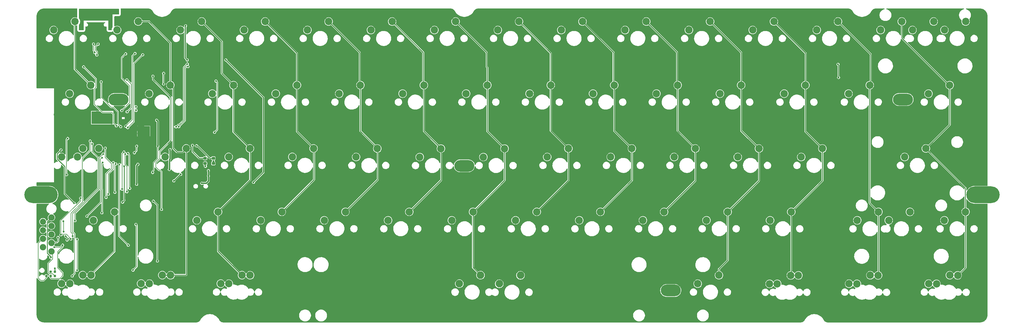
<source format=gbr>
%TF.GenerationSoftware,KiCad,Pcbnew,7.0.1-0*%
%TF.CreationDate,2023-08-05T13:33:11+05:30*%
%TF.ProjectId,Keyboard_60%,4b657962-6f61-4726-945f-3630252e6b69,rev?*%
%TF.SameCoordinates,Original*%
%TF.FileFunction,Copper,L1,Top*%
%TF.FilePolarity,Positive*%
%FSLAX46Y46*%
G04 Gerber Fmt 4.6, Leading zero omitted, Abs format (unit mm)*
G04 Created by KiCad (PCBNEW 7.0.1-0) date 2023-08-05 13:33:11*
%MOMM*%
%LPD*%
G01*
G04 APERTURE LIST*
G04 Aperture macros list*
%AMRoundRect*
0 Rectangle with rounded corners*
0 $1 Rounding radius*
0 $2 $3 $4 $5 $6 $7 $8 $9 X,Y pos of 4 corners*
0 Add a 4 corners polygon primitive as box body*
4,1,4,$2,$3,$4,$5,$6,$7,$8,$9,$2,$3,0*
0 Add four circle primitives for the rounded corners*
1,1,$1+$1,$2,$3*
1,1,$1+$1,$4,$5*
1,1,$1+$1,$6,$7*
1,1,$1+$1,$8,$9*
0 Add four rect primitives between the rounded corners*
20,1,$1+$1,$2,$3,$4,$5,0*
20,1,$1+$1,$4,$5,$6,$7,0*
20,1,$1+$1,$6,$7,$8,$9,0*
20,1,$1+$1,$8,$9,$2,$3,0*%
G04 Aperture macros list end*
%TA.AperFunction,ComponentPad*%
%ADD10C,2.200000*%
%TD*%
%TA.AperFunction,ComponentPad*%
%ADD11C,1.900000*%
%TD*%
%TA.AperFunction,ComponentPad*%
%ADD12C,1.850000*%
%TD*%
%TA.AperFunction,ComponentPad*%
%ADD13O,9.999980X5.001260*%
%TD*%
%TA.AperFunction,ComponentPad*%
%ADD14O,6.000000X3.500000*%
%TD*%
%TA.AperFunction,ComponentPad*%
%ADD15C,2.250000*%
%TD*%
%TA.AperFunction,SMDPad,CuDef*%
%ADD16C,0.787400*%
%TD*%
%TA.AperFunction,SMDPad,CuDef*%
%ADD17RoundRect,0.218750X-0.256250X0.218750X-0.256250X-0.218750X0.256250X-0.218750X0.256250X0.218750X0*%
%TD*%
%TA.AperFunction,ComponentPad*%
%ADD18C,0.600000*%
%TD*%
%TA.AperFunction,ComponentPad*%
%ADD19O,0.900000X1.700000*%
%TD*%
%TA.AperFunction,ComponentPad*%
%ADD20O,0.900000X2.000000*%
%TD*%
%TA.AperFunction,ViaPad*%
%ADD21C,0.600000*%
%TD*%
%TA.AperFunction,Conductor*%
%ADD22C,0.210000*%
%TD*%
%TA.AperFunction,Conductor*%
%ADD23C,0.400000*%
%TD*%
%TA.AperFunction,Conductor*%
%ADD24C,0.300000*%
%TD*%
%TA.AperFunction,Conductor*%
%ADD25C,0.254000*%
%TD*%
%TA.AperFunction,Conductor*%
%ADD26C,0.180000*%
%TD*%
%TA.AperFunction,Conductor*%
%ADD27C,0.200000*%
%TD*%
G04 APERTURE END LIST*
D10*
%TO.P,MX17,1,A*%
%TO.N,Net-(D18-A)*%
X10550000Y-26140000D03*
%TO.P,MX17,2,B*%
%TO.N,/COL0*%
X16900000Y-23600000D03*
%TD*%
%TO.P,MX68,1,A*%
%TO.N,Net-(D59-A)*%
X34430000Y-83160000D03*
%TO.P,MX68,2,B*%
%TO.N,/COL1*%
X40780000Y-80620000D03*
%TD*%
%TO.P,MX3,1,A*%
%TO.N,Net-(D5-A)*%
X43750000Y-7040000D03*
%TO.P,MX3,2,B*%
%TO.N,/COL2*%
X50100000Y-4500000D03*
%TD*%
%TO.P,MX34,1,A*%
%TO.N,Net-(D34-A)*%
X58180000Y-45130000D03*
%TO.P,MX34,2,B*%
%TO.N,/COL2*%
X64530000Y-42590000D03*
%TD*%
%TO.P,MX61,1,A*%
%TO.N,Net-(D60-A)*%
X55790000Y-83140000D03*
%TO.P,MX61,2,B*%
%TO.N,/COL2*%
X62140000Y-80600000D03*
%TD*%
%TO.P,MX59,1,A*%
%TO.N,Net-(D58-A)*%
X8120000Y-83140000D03*
%TO.P,MX59,2,B*%
%TO.N,/COL0*%
X14470000Y-80600000D03*
%TD*%
%TO.P,MX56,1,A*%
%TO.N,Net-(D56-A)*%
X246355000Y-64160000D03*
%TO.P,MX56,2,B*%
%TO.N,/COL12*%
X252705000Y-61620000D03*
%TD*%
%TO.P,MX18,1,A*%
%TO.N,Net-(D19-A)*%
X34350000Y-26140000D03*
%TO.P,MX18,2,B*%
%TO.N,/COL1*%
X40700000Y-23600000D03*
%TD*%
%TO.P,MX5,1,A*%
%TO.N,Net-(D7-A)*%
X81750000Y-7040000D03*
%TO.P,MX5,2,B*%
%TO.N,/COL4*%
X88100000Y-4500000D03*
%TD*%
%TO.P,MX26,1,A*%
%TO.N,Net-(D27-A)*%
X186250000Y-26140000D03*
%TO.P,MX26,2,B*%
%TO.N,/COL9*%
X192600000Y-23600000D03*
%TD*%
%TO.P,MX19,1,A*%
%TO.N,Net-(D20-A)*%
X53250000Y-26140000D03*
%TO.P,MX19,2,B*%
%TO.N,/COL2*%
X59600000Y-23600000D03*
%TD*%
D11*
%TO.P,J3,1,Pin_1*%
%TO.N,/DB_SWDCLK*%
X2560000Y-72180000D03*
%TO.P,J3,2,Pin_2*%
%TO.N,/DB_SWO*%
X2560000Y-69640000D03*
D12*
%TO.P,J3,3,Pin_3*%
%TO.N,unconnected-(J3-Pin_3-Pad3)*%
X2560000Y-67100000D03*
%TO.P,J3,4,Pin_4*%
%TO.N,unconnected-(J3-Pin_4-Pad4)*%
X2560000Y-64560000D03*
%TO.P,J3,5,Pin_5*%
%TO.N,GND*%
X2560000Y-62020000D03*
D11*
%TO.P,J3,6,Pin_6*%
%TO.N,/DB_SWDIO*%
X5100000Y-73450000D03*
%TO.P,J3,7,Pin_7*%
%TO.N,/~{nReset}*%
X5100000Y-70910000D03*
%TO.P,J3,8,Pin_8*%
%TO.N,unconnected-(J3-Pin_8-Pad8)*%
X5100000Y-68370000D03*
%TO.P,J3,9,Pin_9*%
%TO.N,unconnected-(J3-Pin_9-Pad9)*%
X5100000Y-65830000D03*
%TO.P,J3,10,Pin_10*%
%TO.N,/VDD_nRF*%
X5100000Y-63290000D03*
%TD*%
D10*
%TO.P,MX40,1,A*%
%TO.N,Net-(D40-A)*%
X172535000Y-45140000D03*
%TO.P,MX40,2,B*%
%TO.N,/COL8*%
X178885000Y-42600000D03*
%TD*%
%TO.P,MX41,1,A*%
%TO.N,Net-(D41-A)*%
X191535000Y-45140000D03*
%TO.P,MX41,2,B*%
%TO.N,/COL9*%
X197885000Y-42600000D03*
%TD*%
D13*
%TO.P,H5,*%
%TO.N,*%
X2000000Y-56500000D03*
%TD*%
D10*
%TO.P,MX57,1,A*%
%TO.N,Net-(D57-A)*%
X272435000Y-64160000D03*
%TO.P,MX57,2,B*%
%TO.N,/COL13*%
X278785000Y-61620000D03*
%TD*%
%TO.P,MX45,1,A*%
%TO.N,Net-(D45-A)*%
X17660000Y-64140000D03*
%TO.P,MX45,2,B*%
%TO.N,/COL0*%
X24010000Y-61600000D03*
%TD*%
%TO.P,MX33,1,A*%
%TO.N,Net-(D33-A)*%
X39110000Y-45130000D03*
%TO.P,MX33,2,B*%
%TO.N,/COL1*%
X45460000Y-42590000D03*
%TD*%
%TO.P,MX69,1,A*%
%TO.N,Net-(D60-A)*%
X58210000Y-83165000D03*
%TO.P,MX69,2,B*%
%TO.N,/COL2*%
X64560000Y-80625000D03*
%TD*%
%TO.P,MX20,1,A*%
%TO.N,Net-(D21-A)*%
X72250000Y-26140000D03*
%TO.P,MX20,2,B*%
%TO.N,/COL3*%
X78600000Y-23600000D03*
%TD*%
%TO.P,MX24,1,A*%
%TO.N,Net-(D25-A)*%
X148250000Y-26140000D03*
%TO.P,MX24,2,B*%
%TO.N,/COL7*%
X154600000Y-23600000D03*
%TD*%
%TO.P,MX8,1,A*%
%TO.N,Net-(D10-A)*%
X138750000Y-7040000D03*
%TO.P,MX8,2,B*%
%TO.N,/COL7*%
X145100000Y-4500000D03*
%TD*%
%TO.P,MX48,1,A*%
%TO.N,Net-(D48-A)*%
X86770000Y-64140000D03*
%TO.P,MX48,2,B*%
%TO.N,/COL4*%
X93120000Y-61600000D03*
%TD*%
%TO.P,MX51,1,A*%
%TO.N,Net-(D51-A)*%
X144050000Y-64140000D03*
%TO.P,MX51,2,B*%
%TO.N,/COL7*%
X150400000Y-61600000D03*
%TD*%
%TO.P,MX7,1,A*%
%TO.N,Net-(D9-A)*%
X119750000Y-7040000D03*
%TO.P,MX7,2,B*%
%TO.N,/COL6*%
X126100000Y-4500000D03*
%TD*%
%TO.P,MX2,1,A*%
%TO.N,Net-(D4-A)*%
X24750000Y-7040000D03*
%TO.P,MX2,2,B*%
%TO.N,/COL1*%
X31100000Y-4500000D03*
%TD*%
D14*
%TO.P,H2,*%
%TO.N,*%
X260050000Y-27900000D03*
%TD*%
%TO.P,H3,*%
%TO.N,*%
X128700000Y-47800000D03*
%TD*%
D10*
%TO.P,MX31,1,A*%
%TO.N,Net-(D32-A)*%
X12910000Y-45110000D03*
%TO.P,MX31,2,B*%
%TO.N,/COL0*%
X19260000Y-42570000D03*
%TD*%
D15*
%TO.P,MX62,1,A*%
%TO.N,Net-(D61-A)*%
X127224900Y-83160000D03*
%TO.P,MX62,2,B*%
%TO.N,/COL6*%
X133574900Y-80620000D03*
%TD*%
D10*
%TO.P,MX47,1,A*%
%TO.N,Net-(D47-A)*%
X67720000Y-64140000D03*
%TO.P,MX47,2,B*%
%TO.N,/COL3*%
X74070000Y-61600000D03*
%TD*%
%TO.P,MX16,1,A*%
%TO.N,Net-(D17-A)*%
X262885000Y-7040000D03*
%TO.P,MX16,2,B*%
%TO.N,/COL14*%
X269235000Y-4500000D03*
%TD*%
D14*
%TO.P,H1,*%
%TO.N,*%
X25200000Y-27900000D03*
%TD*%
D16*
%TO.P,J5,1,Pin_1*%
%TO.N,Net-(J5-Pin_1)*%
X6105000Y-79565000D03*
%TO.P,J5,2,Pin_2*%
%TO.N,/DB_SWDIO*%
X6105000Y-80835000D03*
%TO.P,J5,3,Pin_3*%
%TO.N,/~{nReset}*%
X4835000Y-79565000D03*
%TO.P,J5,4,Pin_4*%
%TO.N,/DB_SWDCLK*%
X4835000Y-80835000D03*
%TO.P,J5,5,Pin_5*%
%TO.N,GND*%
X3565000Y-79565000D03*
%TO.P,J5,6,Pin_6*%
%TO.N,/DB_SWO*%
X3565000Y-80835000D03*
%TD*%
D10*
%TO.P,MX55,1,A*%
%TO.N,Net-(D55-A)*%
X220250000Y-64140000D03*
%TO.P,MX55,2,B*%
%TO.N,/COL11*%
X226600000Y-61600000D03*
%TD*%
%TO.P,MX32,1,A*%
%TO.N,Net-(D32-A)*%
X8150000Y-45140000D03*
%TO.P,MX32,2,B*%
%TO.N,/COL0*%
X14500000Y-42600000D03*
%TD*%
%TO.P,MX13,1,A*%
%TO.N,Net-(D15-A)*%
X234250000Y-7040000D03*
%TO.P,MX13,2,B*%
%TO.N,/COL12*%
X240600000Y-4500000D03*
%TD*%
%TO.P,MX27,1,A*%
%TO.N,Net-(D28-A)*%
X205250000Y-26140000D03*
%TO.P,MX27,2,B*%
%TO.N,/COL10*%
X211600000Y-23600000D03*
%TD*%
%TO.P,MX30,1,A*%
%TO.N,Net-(D31-A)*%
X267680000Y-26140000D03*
%TO.P,MX30,2,B*%
%TO.N,/COL13*%
X274030000Y-23600000D03*
%TD*%
%TO.P,MX35,1,A*%
%TO.N,Net-(D35-A)*%
X77230000Y-45120000D03*
%TO.P,MX35,2,B*%
%TO.N,/COL3*%
X83580000Y-42580000D03*
%TD*%
D17*
%TO.P,D1,1,K*%
%TO.N,Net-(D1-K)*%
X51100000Y-45512500D03*
%TO.P,D1,2,A*%
%TO.N,Net-(D1-A)*%
X51100000Y-47087500D03*
%TD*%
D10*
%TO.P,MX64,1,A*%
%TO.N,Net-(D63-A)*%
X222395000Y-83210000D03*
%TO.P,MX64,2,B*%
%TO.N,/COL11*%
X228745000Y-80670000D03*
%TD*%
%TO.P,MX58,1,A*%
%TO.N,Net-(D56-A)*%
X255775000Y-64160000D03*
%TO.P,MX58,2,B*%
%TO.N,/COL12*%
X262125000Y-61620000D03*
%TD*%
%TO.P,MX72,1,A*%
%TO.N,Net-(D64-A)*%
X243910000Y-83165000D03*
%TO.P,MX72,2,B*%
%TO.N,/COL12*%
X250260000Y-80625000D03*
%TD*%
%TO.P,MX67,1,A*%
%TO.N,Net-(D58-A)*%
X10650000Y-83165000D03*
%TO.P,MX67,2,B*%
%TO.N,/COL0*%
X17000000Y-80625000D03*
%TD*%
%TO.P,MX42,1,A*%
%TO.N,Net-(D42-A)*%
X210585000Y-45140000D03*
%TO.P,MX42,2,B*%
%TO.N,/COL10*%
X216935000Y-42600000D03*
%TD*%
%TO.P,MX28,1,A*%
%TO.N,Net-(D29-A)*%
X224485000Y-26140000D03*
%TO.P,MX28,2,B*%
%TO.N,/COL11*%
X230835000Y-23600000D03*
%TD*%
%TO.P,MX66,1,A*%
%TO.N,Net-(D65-A)*%
X270075000Y-83210000D03*
%TO.P,MX66,2,B*%
%TO.N,/COL13*%
X276425000Y-80670000D03*
%TD*%
%TO.P,MX49,1,A*%
%TO.N,Net-(D49-A)*%
X105880000Y-64140000D03*
%TO.P,MX49,2,B*%
%TO.N,/COL5*%
X112230000Y-61600000D03*
%TD*%
%TO.P,MX10,1,A*%
%TO.N,Net-(D12-A)*%
X176850000Y-7040000D03*
%TO.P,MX10,2,B*%
%TO.N,/COL9*%
X183200000Y-4500000D03*
%TD*%
D14*
%TO.P,H4,*%
%TO.N,*%
X190500000Y-85200000D03*
%TD*%
D10*
%TO.P,MX15,1,A*%
%TO.N,Net-(D17-A)*%
X272450000Y-7040000D03*
%TO.P,MX15,2,B*%
%TO.N,/COL14*%
X278800000Y-4500000D03*
%TD*%
%TO.P,MX21,1,A*%
%TO.N,Net-(D22-A)*%
X91250000Y-26140000D03*
%TO.P,MX21,2,B*%
%TO.N,/COL4*%
X97600000Y-23600000D03*
%TD*%
%TO.P,MX43,1,A*%
%TO.N,Net-(D43-A)*%
X229585000Y-45140000D03*
%TO.P,MX43,2,B*%
%TO.N,/COL11*%
X235935000Y-42600000D03*
%TD*%
%TO.P,MX39,1,A*%
%TO.N,Net-(D39-A)*%
X153535000Y-45140000D03*
%TO.P,MX39,2,B*%
%TO.N,/COL7*%
X159885000Y-42600000D03*
%TD*%
%TO.P,MX29,1,A*%
%TO.N,Net-(D30-A)*%
X243750000Y-26140000D03*
%TO.P,MX29,2,B*%
%TO.N,/COL12*%
X250100000Y-23600000D03*
%TD*%
%TO.P,MX73,1,A*%
%TO.N,Net-(D65-A)*%
X267710000Y-83150000D03*
%TO.P,MX73,2,B*%
%TO.N,/COL13*%
X274060000Y-80610000D03*
%TD*%
%TO.P,MX60,1,A*%
%TO.N,Net-(D59-A)*%
X31950000Y-83140000D03*
%TO.P,MX60,2,B*%
%TO.N,/COL1*%
X38300000Y-80600000D03*
%TD*%
%TO.P,MX23,1,A*%
%TO.N,Net-(D24-A)*%
X129250000Y-26140000D03*
%TO.P,MX23,2,B*%
%TO.N,/COL6*%
X135600000Y-23600000D03*
%TD*%
%TO.P,MX46,1,A*%
%TO.N,Net-(D46-A)*%
X48620000Y-64140000D03*
%TO.P,MX46,2,B*%
%TO.N,/COL2*%
X54970000Y-61600000D03*
%TD*%
D15*
%TO.P,MX70,1,A*%
%TO.N,Net-(D61-A)*%
X139180000Y-83180000D03*
%TO.P,MX70,2,B*%
%TO.N,/COL6*%
X145530000Y-80640000D03*
%TD*%
D10*
%TO.P,MX11,1,A*%
%TO.N,Net-(D13-A)*%
X195950000Y-7040000D03*
%TO.P,MX11,2,B*%
%TO.N,/COL10*%
X202300000Y-4500000D03*
%TD*%
%TO.P,MX9,1,A*%
%TO.N,Net-(D11-A)*%
X157750000Y-7040000D03*
%TO.P,MX9,2,B*%
%TO.N,/COL8*%
X164100000Y-4500000D03*
%TD*%
%TO.P,MX12,1,A*%
%TO.N,Net-(D14-A)*%
X215050000Y-7040000D03*
%TO.P,MX12,2,B*%
%TO.N,/COL11*%
X221400000Y-4500000D03*
%TD*%
%TO.P,MX50,1,A*%
%TO.N,Net-(D50-A)*%
X124960000Y-64140000D03*
%TO.P,MX50,2,B*%
%TO.N,/COL6*%
X131310000Y-61600000D03*
%TD*%
%TO.P,MX6,1,A*%
%TO.N,Net-(D8-A)*%
X100750000Y-7040000D03*
%TO.P,MX6,2,B*%
%TO.N,/COL5*%
X107100000Y-4500000D03*
%TD*%
D17*
%TO.P,D2,1,K*%
%TO.N,Net-(D2-K)*%
X53600000Y-45512500D03*
%TO.P,D2,2,A*%
%TO.N,Net-(D2-A)*%
X53600000Y-47087500D03*
%TD*%
D10*
%TO.P,MX1,1,A*%
%TO.N,Net-(D3-A)*%
X5750000Y-7040000D03*
%TO.P,MX1,2,B*%
%TO.N,/COL0*%
X12100000Y-4500000D03*
%TD*%
D13*
%TO.P,H6,*%
%TO.N,*%
X284000000Y-56500000D03*
%TD*%
D10*
%TO.P,MX54,1,A*%
%TO.N,Net-(D54-A)*%
X201220000Y-64140000D03*
%TO.P,MX54,2,B*%
%TO.N,/COL10*%
X207570000Y-61600000D03*
%TD*%
%TO.P,MX4,1,A*%
%TO.N,Net-(D6-A)*%
X62750000Y-7040000D03*
%TO.P,MX4,2,B*%
%TO.N,/COL3*%
X69100000Y-4500000D03*
%TD*%
%TO.P,MX22,1,A*%
%TO.N,Net-(D23-A)*%
X110250000Y-26140000D03*
%TO.P,MX22,2,B*%
%TO.N,/COL5*%
X116600000Y-23600000D03*
%TD*%
%TO.P,MX14,1,A*%
%TO.N,Net-(D16-A)*%
X253350000Y-7040000D03*
%TO.P,MX14,2,B*%
%TO.N,/COL13*%
X259700000Y-4500000D03*
%TD*%
%TO.P,MX65,1,A*%
%TO.N,Net-(D64-A)*%
X246245000Y-83210000D03*
%TO.P,MX65,2,B*%
%TO.N,/COL12*%
X252595000Y-80670000D03*
%TD*%
%TO.P,MX53,1,A*%
%TO.N,Net-(D53-A)*%
X182180000Y-64140000D03*
%TO.P,MX53,2,B*%
%TO.N,/COL9*%
X188530000Y-61600000D03*
%TD*%
%TO.P,MX38,1,A*%
%TO.N,Net-(D38-A)*%
X134420000Y-45170000D03*
%TO.P,MX38,2,B*%
%TO.N,/COL6*%
X140770000Y-42630000D03*
%TD*%
%TO.P,MX37,1,A*%
%TO.N,Net-(D37-A)*%
X115370000Y-45170000D03*
%TO.P,MX37,2,B*%
%TO.N,/COL5*%
X121720000Y-42630000D03*
%TD*%
%TO.P,MX52,1,A*%
%TO.N,Net-(D52-A)*%
X163110000Y-64140000D03*
%TO.P,MX52,2,B*%
%TO.N,/COL8*%
X169460000Y-61600000D03*
%TD*%
%TO.P,MX63,1,A*%
%TO.N,Net-(D62-A)*%
X198595000Y-83160000D03*
%TO.P,MX63,2,B*%
%TO.N,/COL10*%
X204945000Y-80620000D03*
%TD*%
%TO.P,MX44,1,A*%
%TO.N,Net-(D44-A)*%
X260550000Y-45140000D03*
%TO.P,MX44,2,B*%
%TO.N,/COL13*%
X266900000Y-42600000D03*
%TD*%
%TO.P,MX71,1,A*%
%TO.N,Net-(D63-A)*%
X220110000Y-83205000D03*
%TO.P,MX71,2,B*%
%TO.N,/COL11*%
X226460000Y-80665000D03*
%TD*%
%TO.P,MX25,1,A*%
%TO.N,Net-(D26-A)*%
X167250000Y-26140000D03*
%TO.P,MX25,2,B*%
%TO.N,/COL8*%
X173600000Y-23600000D03*
%TD*%
%TO.P,MX36,1,A*%
%TO.N,Net-(D36-A)*%
X96310000Y-45150000D03*
%TO.P,MX36,2,B*%
%TO.N,/COL4*%
X102660000Y-42610000D03*
%TD*%
D18*
%TO.P,U3,74_1,VSS*%
%TO.N,GND*%
X28300000Y-38200000D03*
%TO.P,U3,74_2,VSS*%
X27100000Y-38200000D03*
%TO.P,U3,74_3,VSS*%
X25900000Y-38200000D03*
%TO.P,U3,74_4,VSS*%
X24700000Y-38200000D03*
%TO.P,U3,74_5,VSS*%
X28300000Y-39400000D03*
%TO.P,U3,74_6,VSS*%
X27100000Y-39400000D03*
%TO.P,U3,74_7,VSS*%
X25900000Y-39400000D03*
%TO.P,U3,74_8,VSS*%
X24700000Y-39400000D03*
%TO.P,U3,74_9,VSS*%
X28300000Y-40600000D03*
%TO.P,U3,74_10,VSS*%
X27100000Y-40600000D03*
%TO.P,U3,74_11,VSS*%
X25900000Y-40600000D03*
%TO.P,U3,74_12,VSS*%
X24700000Y-40600000D03*
%TO.P,U3,74_13,VSS*%
X28300000Y-41800000D03*
%TO.P,U3,74_14,VSS*%
X27100000Y-41800000D03*
%TO.P,U3,74_15,VSS*%
X25900000Y-41800000D03*
%TO.P,U3,74_16,VSS*%
X24700000Y-41800000D03*
%TD*%
D19*
%TO.P,J4,S,SHIELD*%
%TO.N,GNDPWR*%
X14075000Y-1800000D03*
D20*
X14075000Y-5970000D03*
D19*
X22725000Y-1800000D03*
D20*
X22725000Y-5970000D03*
%TD*%
D18*
%TO.P,U1,17,EXP*%
%TO.N,GND*%
X49215000Y-40150000D03*
X49215000Y-39150000D03*
X48215000Y-40150000D03*
X48215000Y-39150000D03*
%TD*%
%TO.P,AE1,2,Shield*%
%TO.N,GND*%
X6045000Y-32450000D03*
%TD*%
D21*
%TO.N,GND*%
X27700000Y-45730000D03*
X16500000Y-62900000D03*
X35300000Y-45150000D03*
X257100000Y-16200000D03*
X19970000Y-37910000D03*
X45200000Y-36600000D03*
X258000000Y-20600000D03*
X21000000Y-62000000D03*
X61500000Y-43900000D03*
X57300000Y-40000000D03*
X25435000Y-3400000D03*
X34250000Y-37400000D03*
X48900000Y-35400000D03*
X256700000Y-19700000D03*
X16600000Y-10800000D03*
X265900000Y-19800000D03*
X34600000Y-42950000D03*
X19090000Y-37910000D03*
X18800000Y-10600000D03*
X25550000Y-32750000D03*
X28964289Y-49341400D03*
X2010000Y-77440000D03*
X32950000Y-43750000D03*
X16350000Y-54400000D03*
X251300000Y-16800000D03*
X24600000Y-60000000D03*
X46335000Y-19700000D03*
X47735000Y-19700000D03*
X58100000Y-39400000D03*
X51900000Y-42655000D03*
X33850000Y-45950000D03*
X53100000Y-41805000D03*
X11000000Y-71800000D03*
X42090000Y-44540000D03*
X31650000Y-32250000D03*
X22100000Y-45050000D03*
X34700000Y-34700000D03*
X34450000Y-45100000D03*
X23099500Y-34847696D03*
X19300000Y-40550000D03*
X26950000Y-31400000D03*
X21250000Y-49250000D03*
X18180000Y-37350000D03*
X19550000Y-37010000D03*
X24400000Y-32700000D03*
X283700000Y-1800000D03*
X19335000Y-55900000D03*
X15035000Y-57600000D03*
X12800000Y-43200000D03*
X56400000Y-40000000D03*
X10600000Y-52200000D03*
X50750000Y-41855000D03*
X13700000Y-54800000D03*
X20900000Y-10700000D03*
X16235000Y-56200000D03*
X47035000Y-44500000D03*
X16650000Y-50850000D03*
X16650000Y-44500000D03*
X33800000Y-46650000D03*
X35400000Y-43050000D03*
X45835000Y-19100000D03*
X36200000Y-43050000D03*
X25500000Y-31950000D03*
X33800000Y-45250000D03*
X3435000Y-78800000D03*
X11400000Y-44300000D03*
X48235000Y-19000000D03*
X32000000Y-45950000D03*
X47035000Y-19700000D03*
X11000000Y-54950000D03*
X32850000Y-47100000D03*
X17650000Y-35700000D03*
X50100000Y-35400000D03*
X45300000Y-37800000D03*
%TO.N,/VBUS*%
X31000000Y-47350000D03*
X29918515Y-43881485D03*
X52100000Y-49240000D03*
X30600000Y-53340000D03*
X50100000Y-53040000D03*
X52100000Y-50840000D03*
X30600000Y-41900000D03*
%TO.N,/USB and Power management/VBUS*%
X45250000Y-5790000D03*
X57300000Y-16040000D03*
X45750000Y-16040000D03*
X65600000Y-52740000D03*
%TO.N,/VDD_nRF*%
X26896966Y-47950000D03*
X4900000Y-75300000D03*
X26400000Y-58700000D03*
X36950000Y-41900000D03*
X35400000Y-49800000D03*
X36600000Y-34150000D03*
%TO.N,Net-(U3-DEC4)*%
X30400000Y-30045500D03*
X30450292Y-31171644D03*
%TO.N,/VBATT_nRF*%
X27760000Y-31590000D03*
X27700000Y-22000000D03*
X54370000Y-22370000D03*
X53950000Y-37750000D03*
%TO.N,Net-(D1-K)*%
X47342091Y-41662909D03*
%TO.N,Net-(D1-A)*%
X51200000Y-47940000D03*
%TO.N,Net-(D2-K)*%
X48481571Y-41787623D03*
%TO.N,Net-(D2-A)*%
X53600000Y-46399500D03*
%TO.N,/ROW0*%
X24550000Y-35800000D03*
X14750000Y-18100000D03*
%TO.N,/ROW1*%
X25850000Y-36050000D03*
X20000000Y-22600000D03*
%TO.N,/ROW2*%
X9650000Y-50450000D03*
X9950000Y-39600000D03*
%TO.N,/ROW3*%
X16700000Y-40350000D03*
X11479500Y-68900000D03*
%TO.N,/ROW4*%
X17300000Y-41200000D03*
X11300000Y-80850000D03*
%TO.N,/USB_D-*%
X17700000Y-11290000D03*
X45778620Y-17236238D03*
X18103681Y-13841205D03*
X42407767Y-36094241D03*
%TO.N,/USB_D+*%
X18704723Y-14540000D03*
X19078358Y-11295896D03*
X46000000Y-18040000D03*
X43219560Y-36059560D03*
%TO.N,/DB_SWDCLK*%
X5930000Y-72210000D03*
X8435000Y-71600000D03*
%TO.N,/~{nReset}*%
X12790000Y-79155000D03*
X30400000Y-65400000D03*
X4835000Y-79565000D03*
X13835000Y-57500000D03*
X10890000Y-69760000D03*
X12800000Y-69850000D03*
X7080000Y-69300000D03*
X26789500Y-43650000D03*
X7935000Y-68500000D03*
X29535000Y-79100000D03*
X26235000Y-54800000D03*
%TO.N,/COL0*%
X7950000Y-43050000D03*
X11900000Y-59050000D03*
X38050000Y-60850000D03*
X35500000Y-20900000D03*
%TO.N,/COL1*%
X28100000Y-71600000D03*
X25450000Y-47400000D03*
%TO.N,/COL2*%
X35600000Y-58400000D03*
X21200000Y-42500000D03*
X36850000Y-76350000D03*
X21450000Y-57250000D03*
%TO.N,/COL3*%
X23570505Y-46824382D03*
X22150000Y-56300000D03*
%TO.N,/COL4*%
X24100000Y-55750000D03*
X24350000Y-47250000D03*
%TO.N,/COL5*%
X27700000Y-55573500D03*
X27247389Y-44266124D03*
%TO.N,/COL6*%
X28550000Y-54550000D03*
X27985301Y-44134822D03*
%TO.N,/COL12*%
X240600000Y-17350000D03*
X240750000Y-21300000D03*
X32430000Y-14470000D03*
X27945500Y-36350000D03*
%TO.N,/COL13*%
X27321713Y-35934500D03*
X30100000Y-14100000D03*
%TO.N,/COL14*%
X26150000Y-31200000D03*
X27303000Y-14200000D03*
%TO.N,Net-(U3-SWDCLK)*%
X12150000Y-64250000D03*
X20575000Y-44275000D03*
%TO.N,Net-(U3-SWDIO)*%
X20267091Y-45367091D03*
X15700000Y-62900000D03*
%TO.N,Net-(U3-P1.00{slash}SWO)*%
X20200000Y-61900000D03*
X20425000Y-46825000D03*
%TO.N,/switch_matrix/ROW1*%
X38700000Y-23240000D03*
X38700000Y-20040000D03*
%TO.N,/switch_matrix/ROW2*%
X43800000Y-50350000D03*
X41750000Y-52300000D03*
%TO.N,Net-(J5-Pin_1)*%
X8635000Y-64400000D03*
X9347909Y-68912909D03*
X9782091Y-70047091D03*
X6135000Y-78600000D03*
X8735000Y-67600000D03*
%TO.N,/USB and Power management/CHG_IN*%
X40400000Y-48900000D03*
X40600000Y-42940000D03*
%TD*%
D22*
%TO.N,GND*%
X28370000Y-38130000D02*
X28300000Y-38200000D01*
X33520000Y-38130000D02*
X28370000Y-38130000D01*
X23099500Y-36599500D02*
X24700000Y-38200000D01*
X34250000Y-37400000D02*
X33520000Y-38130000D01*
X23099500Y-34847696D02*
X23099500Y-36599500D01*
%TO.N,/VBUS*%
X29918515Y-43881485D02*
X30600000Y-43200000D01*
D23*
X52100000Y-49240000D02*
X52100000Y-50840000D01*
D22*
X30600000Y-43200000D02*
X30600000Y-41900000D01*
D23*
X52100000Y-52340000D02*
X52100000Y-50840000D01*
X30600000Y-53340000D02*
X30600000Y-47750000D01*
X50100000Y-53040000D02*
X51400000Y-53040000D01*
X30600000Y-47750000D02*
X31000000Y-47350000D01*
X51400000Y-53040000D02*
X52100000Y-52340000D01*
D24*
%TO.N,/USB and Power management/VBUS*%
X68600000Y-49740000D02*
X65600000Y-52740000D01*
X45160000Y-15450000D02*
X45750000Y-16040000D01*
X45160000Y-5880000D02*
X45160000Y-15450000D01*
X57300000Y-16040000D02*
X68600000Y-27340000D01*
X45250000Y-5790000D02*
X45160000Y-5880000D01*
X68600000Y-27340000D02*
X68600000Y-49740000D01*
D23*
%TO.N,/VDD_nRF*%
X36950000Y-34500000D02*
X36600000Y-34150000D01*
D25*
X4900000Y-75070000D02*
X3820000Y-73990000D01*
D26*
X35400000Y-49800000D02*
X35400000Y-49400000D01*
D25*
X26896966Y-47950000D02*
X26880389Y-47966577D01*
D26*
X35710000Y-46880000D02*
X36950000Y-45640000D01*
D25*
X3820000Y-73990000D02*
X3820000Y-64570000D01*
X26960500Y-58139500D02*
X26400000Y-58700000D01*
X26880389Y-47966577D02*
X26880389Y-58059389D01*
D23*
X36950000Y-41900000D02*
X36950000Y-34500000D01*
D25*
X3820000Y-64570000D02*
X5100000Y-63290000D01*
D26*
X35710000Y-49090000D02*
X35710000Y-46880000D01*
X35400000Y-49400000D02*
X35710000Y-49090000D01*
D25*
X4900000Y-75300000D02*
X4900000Y-75070000D01*
X26880389Y-58059389D02*
X26960500Y-58139500D01*
D26*
X36950000Y-45640000D02*
X36950000Y-41900000D01*
D22*
%TO.N,Net-(U3-DEC4)*%
X30450292Y-31171644D02*
X30400000Y-31121352D01*
X30400000Y-31121352D02*
X30400000Y-30045500D01*
%TO.N,/VBATT_nRF*%
X28950000Y-30400000D02*
X28950000Y-23250000D01*
X28950000Y-23250000D02*
X27700000Y-22000000D01*
X54700000Y-37000000D02*
X53950000Y-37750000D01*
X27760000Y-31590000D02*
X28950000Y-30400000D01*
X54370000Y-22370000D02*
X54700000Y-22700000D01*
X54700000Y-22700000D02*
X54700000Y-37000000D01*
D25*
%TO.N,Net-(D1-K)*%
X47342091Y-43542091D02*
X47342091Y-41662909D01*
X51100000Y-45512500D02*
X49312500Y-45512500D01*
X49312500Y-45512500D02*
X47342091Y-43542091D01*
%TO.N,Net-(D1-A)*%
X51200000Y-47940000D02*
X51100000Y-47840000D01*
X51100000Y-47840000D02*
X51100000Y-47087500D01*
%TO.N,Net-(D2-K)*%
X52512500Y-45512500D02*
X48787623Y-41787623D01*
X53600000Y-45512500D02*
X52512500Y-45512500D01*
X48787623Y-41787623D02*
X48481571Y-41787623D01*
%TO.N,Net-(D2-A)*%
X53600000Y-46399500D02*
X53600000Y-47087500D01*
D26*
%TO.N,/ROW0*%
X20350000Y-31750000D02*
X23110000Y-31750000D01*
X23639500Y-32279500D02*
X23639500Y-34889500D01*
D22*
X18400000Y-24250000D02*
X18400000Y-21750000D01*
D26*
X18400000Y-24250000D02*
X17950000Y-24700000D01*
X17950000Y-24700000D02*
X17950000Y-29350000D01*
D22*
X18400000Y-21750000D02*
X14750000Y-18100000D01*
D26*
X17950000Y-29350000D02*
X20350000Y-31750000D01*
X23639500Y-34889500D02*
X24550000Y-35800000D01*
X23110000Y-31750000D02*
X23639500Y-32279500D01*
%TO.N,/ROW1*%
X23000000Y-30200000D02*
X20000000Y-27200000D01*
X24960000Y-31560000D02*
X23600000Y-30200000D01*
X20000000Y-27200000D02*
X20000000Y-22600000D01*
X23600000Y-30200000D02*
X23000000Y-30200000D01*
X25850000Y-36050000D02*
X24960000Y-35160000D01*
X24960000Y-35160000D02*
X24960000Y-31560000D01*
D22*
%TO.N,/ROW2*%
X9605000Y-39945000D02*
X9605000Y-50405000D01*
X9605000Y-50405000D02*
X9650000Y-50450000D01*
X9950000Y-39600000D02*
X9605000Y-39945000D01*
%TO.N,/ROW3*%
X16700000Y-43200000D02*
X14315000Y-45585000D01*
X10935000Y-67735000D02*
X10935000Y-62100000D01*
X11479500Y-68279500D02*
X10935000Y-67735000D01*
X16700000Y-40350000D02*
X16700000Y-43200000D01*
X10935000Y-62100000D02*
X14400000Y-58635000D01*
X14400000Y-57300000D02*
X14404945Y-57295055D01*
X14404945Y-57295055D02*
X14315000Y-57205110D01*
X14315000Y-57205110D02*
X14315000Y-45585000D01*
X11479500Y-68900000D02*
X11479500Y-68279500D01*
X14400000Y-58635000D02*
X14400000Y-57300000D01*
%TO.N,/ROW4*%
X17300000Y-41200000D02*
X17300000Y-43550000D01*
X12034500Y-80115500D02*
X11300000Y-80850000D01*
X11500000Y-62125884D02*
X11500000Y-67700000D01*
X11500000Y-67700000D02*
X12034500Y-68234500D01*
X12034500Y-68234500D02*
X12034500Y-80115500D01*
X19075000Y-45325000D02*
X19075000Y-54550884D01*
X19075000Y-54550884D02*
X11500000Y-62125884D01*
X17300000Y-43550000D02*
X19075000Y-45325000D01*
D27*
%TO.N,/USB_D-*%
X42407767Y-36094241D02*
X43062008Y-35440000D01*
D22*
X18103681Y-13565433D02*
X18103681Y-13841205D01*
D27*
X43344146Y-35440000D02*
X44750000Y-34034146D01*
X44750000Y-34034146D02*
X44750000Y-18264858D01*
D22*
X17700000Y-11290000D02*
X17700000Y-13161752D01*
X17700000Y-13161752D02*
X18103681Y-13565433D01*
D27*
X44750000Y-18264858D02*
X45778620Y-17236238D01*
X43062008Y-35440000D02*
X43344146Y-35440000D01*
%TO.N,/USB_D+*%
X45100000Y-18440000D02*
X45500000Y-18040000D01*
X45100000Y-34179120D02*
X45100000Y-18440000D01*
D22*
X18704723Y-14540000D02*
X18704723Y-13515935D01*
D27*
X43219560Y-36059560D02*
X45100000Y-34179120D01*
D22*
X18210001Y-12164253D02*
X19078358Y-11295896D01*
X18704723Y-13515935D02*
X18210001Y-13021213D01*
D27*
X45500000Y-18040000D02*
X46000000Y-18040000D01*
D22*
X18210001Y-13021213D02*
X18210001Y-12164253D01*
D26*
%TO.N,/DB_SWDCLK*%
X8435000Y-80800000D02*
X8435000Y-79900000D01*
X4835000Y-81400000D02*
X5035000Y-81600000D01*
D22*
X5930000Y-72210000D02*
X7825000Y-72210000D01*
D26*
X5035000Y-81600000D02*
X7635000Y-81600000D01*
D22*
X7825000Y-72210000D02*
X8435000Y-71600000D01*
D26*
X8435000Y-72100000D02*
X8435000Y-71600000D01*
X4835000Y-80835000D02*
X4835000Y-81400000D01*
X6935000Y-73600000D02*
X8435000Y-72100000D01*
X8435000Y-79900000D02*
X6935000Y-78400000D01*
X7635000Y-81600000D02*
X8435000Y-80800000D01*
X6935000Y-78400000D02*
X6935000Y-73600000D01*
%TO.N,/DB_SWDIO*%
X4201300Y-79866300D02*
X4201300Y-77033700D01*
X5440000Y-75795000D02*
X5440000Y-73790000D01*
X5440000Y-73790000D02*
X5100000Y-73450000D01*
X6105000Y-80835000D02*
X5471300Y-80201300D01*
X4201300Y-77033700D02*
X5440000Y-75795000D01*
X5471300Y-80201300D02*
X4536300Y-80201300D01*
X4536300Y-80201300D02*
X4201300Y-79866300D01*
D22*
%TO.N,/DB_SWO*%
X2786775Y-82170000D02*
X3565000Y-81391775D01*
X3565000Y-81391775D02*
X3565000Y-80835000D01*
X1860000Y-82170000D02*
X2786775Y-82170000D01*
X2560000Y-69640000D02*
X1130000Y-71070000D01*
X1130000Y-71070000D02*
X1130000Y-81440000D01*
X1130000Y-81440000D02*
X1860000Y-82170000D01*
%TO.N,/~{nReset}*%
X30635000Y-65635000D02*
X30635000Y-78000000D01*
X7155000Y-69375000D02*
X7155000Y-70329889D01*
D26*
X26789500Y-43650000D02*
X26250000Y-44189500D01*
X26250000Y-54785000D02*
X26235000Y-54800000D01*
D22*
X13835000Y-58300000D02*
X13835000Y-57500000D01*
X7155000Y-70329889D02*
X6674889Y-70810000D01*
X12800000Y-79145000D02*
X12790000Y-79155000D01*
D26*
X26250000Y-44189500D02*
X26250000Y-54785000D01*
D22*
X7080000Y-69300000D02*
X7155000Y-69375000D01*
X5200000Y-70810000D02*
X5100000Y-70910000D01*
X9577798Y-68357909D02*
X10890000Y-69670111D01*
X6674889Y-70810000D02*
X5200000Y-70810000D01*
X30400000Y-65400000D02*
X30635000Y-65635000D01*
X10890000Y-69670111D02*
X10890000Y-69760000D01*
X7935000Y-68500000D02*
X7935000Y-64200000D01*
X8077091Y-68357909D02*
X9577798Y-68357909D01*
X7935000Y-64200000D02*
X13835000Y-58300000D01*
X12800000Y-69850000D02*
X12800000Y-79145000D01*
X7935000Y-68500000D02*
X8077091Y-68357909D01*
X30635000Y-78000000D02*
X29535000Y-79100000D01*
%TO.N,/COL0*%
X38050000Y-60850000D02*
X38050000Y-49554127D01*
D25*
X6773000Y-44227000D02*
X7950000Y-43050000D01*
X6773000Y-45723000D02*
X6773000Y-44227000D01*
X11900000Y-59050000D02*
X9073000Y-56223000D01*
X35500000Y-21900000D02*
X35500000Y-20900000D01*
D22*
X24010000Y-61600000D02*
X24010000Y-73435000D01*
D25*
X12100000Y-18800000D02*
X16900000Y-23600000D01*
X40800000Y-40240000D02*
X40800000Y-27200000D01*
X9073000Y-56223000D02*
X9073000Y-48023000D01*
X39900000Y-41140000D02*
X40800000Y-40240000D01*
D22*
X37500000Y-43540000D02*
X39900000Y-41140000D01*
X16835000Y-80610000D02*
X14480000Y-80610000D01*
X37280000Y-49080000D02*
X36370000Y-48170000D01*
D25*
X12100000Y-4500000D02*
X12100000Y-18800000D01*
D22*
X24010000Y-73435000D02*
X16835000Y-80610000D01*
D25*
X40800000Y-27200000D02*
X35500000Y-21900000D01*
D22*
X37500000Y-45660000D02*
X37500000Y-43540000D01*
X14480000Y-80610000D02*
X14470000Y-80600000D01*
X36370000Y-48170000D02*
X36370000Y-46790000D01*
X38050000Y-49554127D02*
X37575873Y-49080000D01*
X37575873Y-49080000D02*
X37280000Y-49080000D01*
X36370000Y-46790000D02*
X37500000Y-45660000D01*
D25*
X9073000Y-48023000D02*
X6773000Y-45723000D01*
D22*
%TO.N,/COL1*%
X25365000Y-51200000D02*
X25365000Y-47485000D01*
D25*
X41500000Y-42500000D02*
X42700000Y-43700000D01*
X45500000Y-80485000D02*
X45405000Y-80580000D01*
X45405000Y-80580000D02*
X38320000Y-80580000D01*
D22*
X25365000Y-47485000D02*
X25450000Y-47400000D01*
D25*
X42700000Y-43700000D02*
X44400000Y-43700000D01*
X38320000Y-80580000D02*
X38300000Y-80600000D01*
X45500000Y-42600000D02*
X45500000Y-80485000D01*
D22*
X25345000Y-62181260D02*
X25345000Y-68845000D01*
D25*
X40700000Y-10900000D02*
X40700000Y-23600000D01*
D22*
X25365000Y-51200000D02*
X25365000Y-62161260D01*
D25*
X31100000Y-4500000D02*
X34300000Y-4500000D01*
X34300000Y-4500000D02*
X40700000Y-10900000D01*
D22*
X25345000Y-68845000D02*
X28100000Y-71600000D01*
D25*
X41500000Y-24400000D02*
X41500000Y-42500000D01*
X44400000Y-43700000D02*
X45500000Y-42600000D01*
X40700000Y-23600000D02*
X41500000Y-24400000D01*
D22*
X25365000Y-62161260D02*
X25345000Y-62181260D01*
D25*
%TO.N,/COL2*%
X64600000Y-51970000D02*
X54970000Y-61600000D01*
D22*
X21600000Y-45700000D02*
X21200000Y-45300000D01*
D25*
X64600000Y-42600000D02*
X64600000Y-51970000D01*
X35700000Y-58400000D02*
X36850000Y-59550000D01*
X56100000Y-10500000D02*
X56100000Y-20100000D01*
X56100000Y-20100000D02*
X59600000Y-23600000D01*
X59600000Y-37600000D02*
X64600000Y-42600000D01*
X50100000Y-4500000D02*
X56100000Y-10500000D01*
X59600000Y-23600000D02*
X59600000Y-37600000D01*
D22*
X21200000Y-45300000D02*
X21200000Y-42500000D01*
X21450000Y-50250000D02*
X21450000Y-57250000D01*
X21450000Y-50250000D02*
X23045000Y-48655000D01*
X23045000Y-48655000D02*
X23045000Y-47145000D01*
D25*
X35600000Y-58400000D02*
X35700000Y-58400000D01*
D22*
X23045000Y-47145000D02*
X21600000Y-45700000D01*
D25*
X54970000Y-61600000D02*
X54970000Y-73430000D01*
X54970000Y-73430000D02*
X62140000Y-80600000D01*
X36850000Y-76350000D02*
X36850000Y-59550000D01*
D22*
%TO.N,/COL3*%
X23570505Y-46824382D02*
X23570505Y-48779495D01*
X22100000Y-50250000D02*
X22100000Y-56250000D01*
D25*
X78600000Y-37500000D02*
X83700000Y-42600000D01*
D22*
X23570505Y-48779495D02*
X22100000Y-50250000D01*
D25*
X69100000Y-4500000D02*
X78600000Y-14000000D01*
D22*
X22100000Y-56250000D02*
X22150000Y-56300000D01*
D25*
X78600000Y-23600000D02*
X78600000Y-37500000D01*
X83700000Y-51970000D02*
X74070000Y-61600000D01*
X78600000Y-14000000D02*
X78600000Y-23600000D01*
X83700000Y-42600000D02*
X83700000Y-51970000D01*
%TO.N,/COL4*%
X88100000Y-4500000D02*
X97400000Y-13800000D01*
X102800000Y-42600000D02*
X102800000Y-51900000D01*
X93900000Y-60800000D02*
X93900000Y-60820000D01*
X102800000Y-51900000D02*
X93900000Y-60800000D01*
D26*
X24100000Y-47500000D02*
X24350000Y-47250000D01*
D25*
X97600000Y-23600000D02*
X97600000Y-37400000D01*
X97600000Y-37400000D02*
X102800000Y-42600000D01*
X93900000Y-60820000D02*
X93120000Y-61600000D01*
X97400000Y-23400000D02*
X97600000Y-23600000D01*
X97400000Y-13800000D02*
X97400000Y-23400000D01*
D26*
X24100000Y-55750000D02*
X24100000Y-47500000D01*
%TO.N,/COL5*%
X27247389Y-44266124D02*
X27130000Y-44383513D01*
D25*
X116600000Y-37415000D02*
X121720000Y-42535000D01*
D26*
X27130000Y-44383513D02*
X27130000Y-47419358D01*
X27130000Y-47419358D02*
X27700000Y-47989358D01*
D25*
X121720000Y-42630000D02*
X121785000Y-42695000D01*
X107100000Y-4500000D02*
X116400000Y-13800000D01*
X121785000Y-42695000D02*
X121785000Y-52045000D01*
X121785000Y-52045000D02*
X112230000Y-61600000D01*
X116400000Y-13800000D02*
X116400000Y-23400000D01*
D26*
X27700000Y-47989358D02*
X27700000Y-55573500D01*
D25*
X121720000Y-42535000D02*
X121720000Y-42630000D01*
X116400000Y-23400000D02*
X116600000Y-23600000D01*
X116600000Y-23600000D02*
X116600000Y-37415000D01*
%TO.N,/COL6*%
X135600000Y-23600000D02*
X135600000Y-37415000D01*
X135600000Y-37415000D02*
X140785000Y-42600000D01*
X140785000Y-52125000D02*
X131310000Y-61600000D01*
D26*
X28370000Y-44519521D02*
X28370000Y-54370000D01*
D25*
X140785000Y-42600000D02*
X140785000Y-52125000D01*
D26*
X28370000Y-54370000D02*
X28550000Y-54550000D01*
D25*
X135400000Y-18075240D02*
X135600000Y-18275240D01*
D26*
X27985301Y-44134822D02*
X28370000Y-44519521D01*
D25*
X131310000Y-61600000D02*
X131310000Y-78355100D01*
X135400000Y-13800000D02*
X135400000Y-18075240D01*
X126100000Y-4500000D02*
X135400000Y-13800000D01*
X135600000Y-18275240D02*
X135600000Y-23600000D01*
X131310000Y-78355100D02*
X133574900Y-80620000D01*
%TO.N,/COL7*%
X154600000Y-37315000D02*
X159885000Y-42600000D01*
X145100000Y-4500000D02*
X154600000Y-14000000D01*
X159885000Y-42600000D02*
X159885000Y-52115000D01*
X154600000Y-23600000D02*
X154600000Y-37315000D01*
X159885000Y-52115000D02*
X150400000Y-61600000D01*
X154600000Y-14000000D02*
X154600000Y-23600000D01*
%TO.N,/COL8*%
X173600000Y-37315000D02*
X178885000Y-42600000D01*
X173400000Y-13800000D02*
X173400000Y-23400000D01*
X178885000Y-42600000D02*
X178885000Y-52175000D01*
X164100000Y-4500000D02*
X173400000Y-13800000D01*
X173400000Y-23400000D02*
X173600000Y-23600000D01*
X173600000Y-23600000D02*
X173600000Y-37315000D01*
X178885000Y-52175000D02*
X169460000Y-61600000D01*
%TO.N,/COL9*%
X197885000Y-52245000D02*
X188530000Y-61600000D01*
X192600000Y-23600000D02*
X192600000Y-37315000D01*
X192400000Y-13700000D02*
X192400000Y-23400000D01*
X192600000Y-37315000D02*
X197885000Y-42600000D01*
X192400000Y-23400000D02*
X192600000Y-23600000D01*
X183200000Y-4500000D02*
X192400000Y-13700000D01*
X197885000Y-42600000D02*
X197885000Y-52245000D01*
%TO.N,/COL10*%
X204945000Y-78747041D02*
X204945000Y-80620000D01*
X207570000Y-76122041D02*
X204945000Y-78747041D01*
X211600000Y-23600000D02*
X211600000Y-37265000D01*
X211600000Y-37265000D02*
X216935000Y-42600000D01*
X216935000Y-52235000D02*
X207570000Y-61600000D01*
X207570000Y-61600000D02*
X207570000Y-76122041D01*
X202300000Y-4500000D02*
X211600000Y-13800000D01*
X216935000Y-42600000D02*
X216935000Y-52235000D01*
X211600000Y-13800000D02*
X211600000Y-23600000D01*
%TO.N,/COL11*%
X230900000Y-23535000D02*
X230835000Y-23600000D01*
X230835000Y-23600000D02*
X230835000Y-37500000D01*
X235935000Y-52265000D02*
X226600000Y-61600000D01*
X235935000Y-42600000D02*
X235935000Y-52265000D01*
X230900000Y-14000000D02*
X230900000Y-23535000D01*
X226600000Y-80525000D02*
X226460000Y-80665000D01*
X221400000Y-4500000D02*
X230900000Y-14000000D01*
X230835000Y-37500000D02*
X235935000Y-42600000D01*
X226600000Y-61600000D02*
X226600000Y-80525000D01*
%TO.N,/COL12*%
X250400000Y-14300000D02*
X250400000Y-23300000D01*
D22*
X29750000Y-17150000D02*
X29750000Y-18650000D01*
D25*
X250400000Y-23300000D02*
X250100000Y-23600000D01*
X250083000Y-23617000D02*
X250083000Y-58998000D01*
X252705000Y-80560000D02*
X252595000Y-80670000D01*
X240750000Y-21300000D02*
X240750000Y-17500000D01*
D22*
X32430000Y-14470000D02*
X29750000Y-17150000D01*
D25*
X240750000Y-17500000D02*
X240600000Y-17350000D01*
D26*
X27945500Y-36350000D02*
X29750000Y-34545500D01*
D25*
X252705000Y-61620000D02*
X252705000Y-80560000D01*
X250083000Y-58998000D02*
X252705000Y-61620000D01*
X240600000Y-4500000D02*
X250400000Y-14300000D01*
D26*
X29750000Y-34545500D02*
X29750000Y-18650000D01*
D25*
X250100000Y-23600000D02*
X250083000Y-23617000D01*
%TO.N,/COL13*%
X274030000Y-23600000D02*
X274030000Y-35470000D01*
X278785000Y-61620000D02*
X278785000Y-78310000D01*
X278785000Y-78310000D02*
X276425000Y-80670000D01*
D26*
X30100000Y-14100000D02*
X29300000Y-14900000D01*
D25*
X266900000Y-42600000D02*
X278700000Y-54400000D01*
X278700000Y-54400000D02*
X278700000Y-61535000D01*
X273839760Y-23600000D02*
X274030000Y-23600000D01*
D26*
X29300000Y-14900000D02*
X29300000Y-33956213D01*
D25*
X259700000Y-4500000D02*
X259700000Y-9460240D01*
X278700000Y-61535000D02*
X278785000Y-61620000D01*
X274030000Y-35470000D02*
X266900000Y-42600000D01*
D26*
X29300000Y-33956213D02*
X27321713Y-35934500D01*
D25*
X259700000Y-9460240D02*
X273839760Y-23600000D01*
D26*
%TO.N,/COL14*%
X28480000Y-28870000D02*
X26150000Y-31200000D01*
X28480000Y-23830000D02*
X28480000Y-28870000D01*
X26150000Y-21500000D02*
X28480000Y-23830000D01*
X26150000Y-15353000D02*
X26150000Y-21500000D01*
X27303000Y-14200000D02*
X26150000Y-15353000D01*
D22*
%TO.N,Net-(U3-SWDCLK)*%
X20575000Y-44275000D02*
X19435000Y-45415000D01*
X19435000Y-45415000D02*
X19435000Y-54700001D01*
X12150000Y-61985000D02*
X12150000Y-64250000D01*
X19435000Y-54700001D02*
X12150000Y-61985000D01*
%TO.N,Net-(U3-SWDIO)*%
X19890000Y-58710000D02*
X15700000Y-62900000D01*
X19795000Y-45839182D02*
X19795000Y-54849117D01*
X19890000Y-54944117D02*
X19890000Y-58710000D01*
X19795000Y-54849117D02*
X19890000Y-54944117D01*
X20267091Y-45367091D02*
X19795000Y-45839182D01*
%TO.N,Net-(U3-P1.00{slash}SWO)*%
X20155000Y-54700000D02*
X20250000Y-54795000D01*
X20155000Y-47095000D02*
X20155000Y-54700000D01*
X20250000Y-61850000D02*
X20200000Y-61900000D01*
X20425000Y-46825000D02*
X20155000Y-47095000D01*
X20250000Y-54795000D02*
X20250000Y-61850000D01*
D25*
%TO.N,/switch_matrix/ROW1*%
X38700000Y-23240000D02*
X38700000Y-20040000D01*
%TO.N,/switch_matrix/ROW2*%
X41750000Y-52300000D02*
X43700000Y-50350000D01*
X43700000Y-50350000D02*
X43800000Y-50350000D01*
D22*
%TO.N,Net-(J5-Pin_1)*%
X8735000Y-64500000D02*
X8635000Y-64400000D01*
D25*
X6135000Y-78600000D02*
X6135000Y-79535000D01*
X9782091Y-69347091D02*
X9347909Y-68912909D01*
X6135000Y-79535000D02*
X6105000Y-79565000D01*
X9782091Y-70047091D02*
X9782091Y-69347091D01*
D22*
X8735000Y-67600000D02*
X8735000Y-64500000D01*
D23*
%TO.N,/USB and Power management/CHG_IN*%
X40400000Y-48900000D02*
X40400000Y-45940610D01*
X40400000Y-45940610D02*
X40600000Y-45740610D01*
X40600000Y-45740610D02*
X40600000Y-42940000D01*
%TD*%
%TA.AperFunction,Conductor*%
%TO.N,GND*%
G36*
X41171390Y-40408992D02*
G01*
X41208986Y-40453014D01*
X41222500Y-40509306D01*
X41222500Y-42434505D01*
X41219909Y-42450386D01*
X41222368Y-42503560D01*
X41222500Y-42509286D01*
X41222500Y-42527007D01*
X41224082Y-42540642D01*
X41225192Y-42564637D01*
X41227332Y-42569484D01*
X41235784Y-42596778D01*
X41236756Y-42601980D01*
X41249394Y-42622391D01*
X41257400Y-42637580D01*
X41267097Y-42659542D01*
X41270840Y-42663285D01*
X41288585Y-42685687D01*
X41291373Y-42690190D01*
X41310528Y-42704655D01*
X41323483Y-42715928D01*
X41894020Y-43286465D01*
X42457465Y-43849909D01*
X42466864Y-43862972D01*
X42506209Y-43898839D01*
X42510352Y-43902796D01*
X42522875Y-43915319D01*
X42533647Y-43923852D01*
X42551382Y-43940020D01*
X42551383Y-43940020D01*
X42551385Y-43940022D01*
X42556319Y-43941933D01*
X42581606Y-43955262D01*
X42585970Y-43958252D01*
X42607193Y-43963243D01*
X42609332Y-43963746D01*
X42625729Y-43968823D01*
X42648126Y-43977500D01*
X42653423Y-43977500D01*
X42681813Y-43980794D01*
X42686962Y-43982005D01*
X42708494Y-43979001D01*
X42710735Y-43978689D01*
X42727865Y-43977500D01*
X44334505Y-43977500D01*
X44350386Y-43980090D01*
X44360995Y-43979599D01*
X44360997Y-43979600D01*
X44400685Y-43977764D01*
X44403560Y-43977632D01*
X44409286Y-43977500D01*
X44427013Y-43977500D01*
X44440652Y-43975916D01*
X44464635Y-43974808D01*
X44469478Y-43972669D01*
X44496785Y-43964214D01*
X44499290Y-43963746D01*
X44501981Y-43963243D01*
X44522386Y-43950608D01*
X44537566Y-43942605D01*
X44559542Y-43932903D01*
X44563287Y-43929157D01*
X44585697Y-43911408D01*
X44590189Y-43908627D01*
X44604660Y-43889463D01*
X44615920Y-43876523D01*
X44759361Y-43733082D01*
X44801259Y-43705526D01*
X44850647Y-43696817D01*
X44899441Y-43708382D01*
X45030670Y-43769575D01*
X45092552Y-43786156D01*
X45130594Y-43796350D01*
X45178206Y-43821136D01*
X45210882Y-43863721D01*
X45222500Y-43916125D01*
X45222500Y-46719642D01*
X45203901Y-46784961D01*
X45153684Y-46830686D01*
X45086913Y-46843099D01*
X45023618Y-46818478D01*
X44982786Y-46764208D01*
X44965979Y-46720570D01*
X44965470Y-46719642D01*
X44821175Y-46456335D01*
X44642446Y-46213762D01*
X44432980Y-45997176D01*
X44407652Y-45977175D01*
X44196514Y-45810441D01*
X44061639Y-45730555D01*
X43937270Y-45656891D01*
X43707196Y-45559331D01*
X43659868Y-45539262D01*
X43369275Y-45459661D01*
X43369274Y-45459660D01*
X43369271Y-45459660D01*
X43070653Y-45419500D01*
X42844756Y-45419500D01*
X42844754Y-45419500D01*
X42619364Y-45434587D01*
X42324098Y-45494603D01*
X42039459Y-45593441D01*
X41770546Y-45729328D01*
X41522127Y-45899858D01*
X41298668Y-46101966D01*
X41170333Y-46253762D01*
X41104135Y-46332061D01*
X41032103Y-46444898D01*
X40979019Y-46528052D01*
X40932633Y-46570859D01*
X40871185Y-46585286D01*
X40810596Y-46567595D01*
X40766565Y-46522370D01*
X40750500Y-46461330D01*
X40750500Y-46137154D01*
X40759938Y-46089702D01*
X40786817Y-46049474D01*
X40799116Y-46037175D01*
X40813048Y-46023242D01*
X40832903Y-46007120D01*
X40840669Y-46002047D01*
X40858496Y-45979141D01*
X40868228Y-45968121D01*
X40868370Y-45967921D01*
X40868376Y-45967916D01*
X40879586Y-45952213D01*
X40882600Y-45948171D01*
X40912517Y-45909736D01*
X40912517Y-45909734D01*
X40917107Y-45903838D01*
X40919238Y-45896677D01*
X40919240Y-45896676D01*
X40933129Y-45850022D01*
X40934679Y-45845179D01*
X40950500Y-45799098D01*
X40950500Y-45799094D01*
X40952925Y-45792030D01*
X40952616Y-45784565D01*
X40952617Y-45784564D01*
X40950606Y-45735931D01*
X40950500Y-45730808D01*
X40950500Y-43269684D01*
X40958318Y-43226351D01*
X40980786Y-43188483D01*
X40982881Y-43186064D01*
X40982880Y-43186064D01*
X40982882Y-43186063D01*
X41036697Y-43068226D01*
X41055133Y-42940000D01*
X41037589Y-42817977D01*
X41036697Y-42811773D01*
X40982881Y-42693935D01*
X40898049Y-42596033D01*
X40789068Y-42525994D01*
X40664773Y-42489500D01*
X40664772Y-42489500D01*
X40535228Y-42489500D01*
X40535227Y-42489500D01*
X40410931Y-42525994D01*
X40301950Y-42596033D01*
X40217118Y-42693935D01*
X40163302Y-42811773D01*
X40144867Y-42940000D01*
X40163302Y-43068226D01*
X40217118Y-43186064D01*
X40219214Y-43188483D01*
X40241682Y-43226351D01*
X40249500Y-43269684D01*
X40249500Y-44201663D01*
X40235985Y-44257958D01*
X40198385Y-44301981D01*
X40144898Y-44324136D01*
X40087182Y-44319594D01*
X40037819Y-44289344D01*
X39916880Y-44168405D01*
X39916879Y-44168404D01*
X39916877Y-44168402D01*
X39737639Y-44042898D01*
X39625110Y-43990425D01*
X39539331Y-43950425D01*
X39327974Y-43893792D01*
X39110000Y-43874722D01*
X38892025Y-43893792D01*
X38680668Y-43950425D01*
X38482361Y-44042898D01*
X38303122Y-44168402D01*
X38148402Y-44323122D01*
X38022898Y-44502361D01*
X37991882Y-44568876D01*
X37948840Y-44619272D01*
X37885989Y-44640301D01*
X37821285Y-44625956D01*
X37773211Y-44580336D01*
X37755500Y-44516471D01*
X37755500Y-43697194D01*
X37764939Y-43649741D01*
X37791819Y-43609513D01*
X38333769Y-43067563D01*
X39987441Y-41413889D01*
X40025034Y-41388138D01*
X40059542Y-41372903D01*
X40949906Y-40482536D01*
X40962968Y-40473139D01*
X40970125Y-40465287D01*
X40970128Y-40465286D01*
X40998853Y-40433773D01*
X41002772Y-40429670D01*
X41010829Y-40421614D01*
X41060194Y-40391371D01*
X41117907Y-40386834D01*
X41171390Y-40408992D01*
G37*
%TD.AperFunction*%
%TA.AperFunction,Conductor*%
G36*
X31290548Y-35830005D02*
G01*
X34457934Y-35858886D01*
X34519218Y-35875736D01*
X34564105Y-35920740D01*
X34580797Y-35982071D01*
X34599182Y-38794855D01*
X34582786Y-38857292D01*
X34537228Y-38903028D01*
X34474853Y-38919665D01*
X30984069Y-38910331D01*
X30922094Y-38893540D01*
X30876825Y-38848003D01*
X30860402Y-38785931D01*
X30868343Y-36340304D01*
X30869599Y-35953597D01*
X30886345Y-35891768D01*
X30931714Y-35846546D01*
X30993598Y-35830000D01*
X31289417Y-35830000D01*
X31290548Y-35830005D01*
G37*
%TD.AperFunction*%
%TA.AperFunction,Conductor*%
G36*
X12784155Y-619920D02*
G01*
X12829912Y-672096D01*
X12840468Y-740685D01*
X12834169Y-788537D01*
X12829500Y-823999D01*
X12829500Y-3265756D01*
X12814214Y-3325399D01*
X12772125Y-3370337D01*
X12713610Y-3389491D01*
X12653096Y-3378138D01*
X12593288Y-3350249D01*
X12529331Y-3320425D01*
X12317974Y-3263792D01*
X12100000Y-3244722D01*
X11882025Y-3263792D01*
X11670668Y-3320425D01*
X11472361Y-3412898D01*
X11293122Y-3538402D01*
X11138402Y-3693122D01*
X11012898Y-3872361D01*
X10920425Y-4070668D01*
X10863792Y-4282025D01*
X10844722Y-4499999D01*
X10863792Y-4717974D01*
X10920425Y-4929331D01*
X10955813Y-5005220D01*
X11012898Y-5127639D01*
X11138402Y-5306877D01*
X11293123Y-5461598D01*
X11472361Y-5587102D01*
X11670670Y-5679575D01*
X11706857Y-5689271D01*
X11730594Y-5695632D01*
X11778206Y-5720418D01*
X11810882Y-5763003D01*
X11822500Y-5815407D01*
X11822500Y-8541378D01*
X11805610Y-8603856D01*
X11759540Y-8649313D01*
X11696842Y-8665367D01*
X11634596Y-8647643D01*
X11589758Y-8600970D01*
X11461175Y-8366335D01*
X11282445Y-8123761D01*
X11072979Y-7907175D01*
X10836514Y-7720441D01*
X10666270Y-7619606D01*
X10577270Y-7566891D01*
X10395671Y-7489886D01*
X10299868Y-7449262D01*
X10009275Y-7369661D01*
X10009274Y-7369660D01*
X10009271Y-7369660D01*
X9710653Y-7329500D01*
X9484756Y-7329500D01*
X9484754Y-7329500D01*
X9259364Y-7344587D01*
X8964098Y-7404603D01*
X8679459Y-7503441D01*
X8410546Y-7639328D01*
X8162127Y-7809858D01*
X7938668Y-8011966D01*
X7744135Y-8242061D01*
X7582005Y-8496032D01*
X7455178Y-8769339D01*
X7402628Y-8938745D01*
X7365907Y-9057121D01*
X7315791Y-9354230D01*
X7306448Y-9633699D01*
X7305723Y-9655372D01*
X7335881Y-9955160D01*
X7405731Y-10248262D01*
X7514021Y-10529432D01*
X7658824Y-10793664D01*
X7773728Y-10949613D01*
X7837554Y-11036238D01*
X8047020Y-11252824D01*
X8283485Y-11439558D01*
X8542730Y-11593109D01*
X8820128Y-11710736D01*
X8820129Y-11710736D01*
X8820131Y-11710737D01*
X8884179Y-11728281D01*
X9110729Y-11790340D01*
X9409347Y-11830500D01*
X9635244Y-11830500D01*
X9635246Y-11830500D01*
X9860635Y-11815412D01*
X9983994Y-11790338D01*
X10155903Y-11755396D01*
X10440537Y-11656560D01*
X10709459Y-11520668D01*
X10957869Y-11350144D01*
X11181333Y-11148032D01*
X11375865Y-10917939D01*
X11537993Y-10663970D01*
X11586021Y-10560471D01*
X11629007Y-10509971D01*
X11691872Y-10488845D01*
X11756633Y-10503139D01*
X11804765Y-10548764D01*
X11822500Y-10612668D01*
X11822500Y-18734505D01*
X11819909Y-18750386D01*
X11822368Y-18803560D01*
X11822500Y-18809286D01*
X11822500Y-18827007D01*
X11824082Y-18840642D01*
X11825192Y-18864637D01*
X11827332Y-18869484D01*
X11835784Y-18896778D01*
X11836756Y-18901980D01*
X11849394Y-18922391D01*
X11857400Y-18937580D01*
X11867097Y-18959542D01*
X11870840Y-18963285D01*
X11888585Y-18985687D01*
X11891373Y-18990190D01*
X11910528Y-19004655D01*
X11923483Y-19015928D01*
X13874826Y-20967271D01*
X15772816Y-22865260D01*
X15800374Y-22907160D01*
X15809083Y-22956548D01*
X15797517Y-23005346D01*
X15720425Y-23170668D01*
X15663792Y-23382025D01*
X15644722Y-23600000D01*
X15663792Y-23817974D01*
X15720425Y-24029331D01*
X15770261Y-24136205D01*
X15812898Y-24227639D01*
X15938402Y-24406877D01*
X16093123Y-24561598D01*
X16272361Y-24687102D01*
X16470670Y-24779575D01*
X16682023Y-24836207D01*
X16900000Y-24855277D01*
X17117977Y-24836207D01*
X17329330Y-24779575D01*
X17386111Y-24753097D01*
X17533095Y-24684558D01*
X17593610Y-24673205D01*
X17652125Y-24692359D01*
X17694214Y-24737297D01*
X17709500Y-24796940D01*
X17709500Y-29340453D01*
X17709330Y-29346942D01*
X17707154Y-29388462D01*
X17715193Y-29409406D01*
X17720718Y-29428057D01*
X17725384Y-29450006D01*
X17727227Y-29452543D01*
X17742670Y-29480985D01*
X17743793Y-29483911D01*
X17759652Y-29499770D01*
X17772288Y-29514565D01*
X17785475Y-29532716D01*
X17785478Y-29532717D01*
X17785479Y-29532719D01*
X17788193Y-29534285D01*
X17813872Y-29553990D01*
X19368675Y-31108794D01*
X19398940Y-31158205D01*
X19403450Y-31215976D01*
X19381217Y-31269487D01*
X19337098Y-31307054D01*
X19280727Y-31320473D01*
X19010619Y-31319894D01*
X19008664Y-31319504D01*
X18960000Y-31320001D01*
X18960000Y-31320000D01*
X17000000Y-31340000D01*
X16990000Y-35400000D01*
X19017058Y-35399889D01*
X23647058Y-35389889D01*
X23647058Y-35389887D01*
X23655298Y-35389870D01*
X23691412Y-35369074D01*
X23755545Y-35369118D01*
X23811079Y-35401197D01*
X24065434Y-35655552D01*
X24095407Y-35704073D01*
X24100491Y-35760878D01*
X24094866Y-35799999D01*
X24113302Y-35928226D01*
X24167118Y-36046064D01*
X24251950Y-36143966D01*
X24251951Y-36143967D01*
X24280640Y-36162404D01*
X24360931Y-36214005D01*
X24485227Y-36250500D01*
X24485228Y-36250500D01*
X24614772Y-36250500D01*
X24614773Y-36250500D01*
X24739068Y-36214005D01*
X24779865Y-36187786D01*
X24848049Y-36143967D01*
X24932882Y-36046063D01*
X24986697Y-35928226D01*
X25001902Y-35822470D01*
X25029491Y-35760603D01*
X25085479Y-35722465D01*
X25153155Y-35719442D01*
X25212320Y-35752438D01*
X25365434Y-35905552D01*
X25395407Y-35954073D01*
X25400491Y-36010878D01*
X25394866Y-36049999D01*
X25413302Y-36178226D01*
X25467118Y-36296064D01*
X25524041Y-36361757D01*
X25551951Y-36393967D01*
X25580640Y-36412404D01*
X25660931Y-36464005D01*
X25785227Y-36500500D01*
X25785228Y-36500500D01*
X25914772Y-36500500D01*
X25914773Y-36500500D01*
X26039068Y-36464005D01*
X26079210Y-36438207D01*
X26148049Y-36393967D01*
X26232882Y-36296063D01*
X26286697Y-36178226D01*
X26305133Y-36050000D01*
X26287517Y-35927476D01*
X26286697Y-35921773D01*
X26232881Y-35803935D01*
X26148049Y-35706033D01*
X26039068Y-35635994D01*
X25914773Y-35599500D01*
X25914772Y-35599500D01*
X25790980Y-35599500D01*
X25743527Y-35590061D01*
X25703299Y-35563181D01*
X25236819Y-35096701D01*
X25209939Y-35056473D01*
X25200500Y-35009020D01*
X25200500Y-33200000D01*
X26200000Y-33200000D01*
X26200000Y-33800000D01*
X27000000Y-33800000D01*
X27000000Y-33200000D01*
X26200000Y-33200000D01*
X25200500Y-33200000D01*
X25200500Y-31569539D01*
X25200670Y-31563047D01*
X25201670Y-31543966D01*
X25202846Y-31521537D01*
X25202432Y-31520458D01*
X25194805Y-31500589D01*
X25189280Y-31481937D01*
X25184616Y-31459994D01*
X25184615Y-31459993D01*
X25184615Y-31459991D01*
X25182773Y-31457456D01*
X25167326Y-31429006D01*
X25166206Y-31426088D01*
X25166205Y-31426087D01*
X25150338Y-31410220D01*
X25137713Y-31395438D01*
X25124521Y-31377281D01*
X25124518Y-31377279D01*
X25121806Y-31375713D01*
X25096126Y-31356008D01*
X23776813Y-30036695D01*
X23772343Y-30031985D01*
X23750271Y-30007471D01*
X23722990Y-29957845D01*
X23720619Y-29901264D01*
X23743653Y-29849529D01*
X23787287Y-29813432D01*
X23842422Y-29800500D01*
X26519467Y-29800500D01*
X26727455Y-29785277D01*
X26727455Y-29785276D01*
X26951057Y-29735467D01*
X27014174Y-29737889D01*
X27067911Y-29771089D01*
X27098321Y-29826452D01*
X27097514Y-29889613D01*
X27065698Y-29944181D01*
X26296700Y-30713181D01*
X26256472Y-30740061D01*
X26209019Y-30749500D01*
X26085227Y-30749500D01*
X25960931Y-30785994D01*
X25851950Y-30856033D01*
X25767118Y-30953935D01*
X25713302Y-31071773D01*
X25694867Y-31200000D01*
X25713302Y-31328226D01*
X25767118Y-31446064D01*
X25843695Y-31534439D01*
X25851951Y-31543967D01*
X25863027Y-31551085D01*
X25960931Y-31614005D01*
X26085227Y-31650500D01*
X26085228Y-31650500D01*
X26214772Y-31650500D01*
X26214773Y-31650500D01*
X26339068Y-31614005D01*
X26376420Y-31590000D01*
X26448049Y-31543967D01*
X26532882Y-31446063D01*
X26586697Y-31328226D01*
X26605133Y-31200000D01*
X26599508Y-31160877D01*
X26604592Y-31104073D01*
X26634563Y-31055553D01*
X28482818Y-29207299D01*
X28532182Y-29177049D01*
X28589898Y-29172507D01*
X28643385Y-29194662D01*
X28680985Y-29238685D01*
X28694500Y-29294980D01*
X28694500Y-30242807D01*
X28685061Y-30290260D01*
X28658181Y-30330488D01*
X27885486Y-31103181D01*
X27845258Y-31130061D01*
X27797805Y-31139500D01*
X27695227Y-31139500D01*
X27570931Y-31175994D01*
X27461950Y-31246033D01*
X27377118Y-31343935D01*
X27323302Y-31461773D01*
X27304867Y-31589999D01*
X27323302Y-31718226D01*
X27377118Y-31836064D01*
X27443000Y-31912096D01*
X27461951Y-31933967D01*
X27485209Y-31948914D01*
X27570931Y-32004005D01*
X27695227Y-32040500D01*
X27695228Y-32040500D01*
X27824772Y-32040500D01*
X27824773Y-32040500D01*
X27949068Y-32004005D01*
X27987133Y-31979542D01*
X28058049Y-31933967D01*
X28142882Y-31836063D01*
X28196697Y-31718226D01*
X28215133Y-31590000D01*
X28212175Y-31569428D01*
X28217257Y-31512621D01*
X28247229Y-31464100D01*
X28847818Y-30863512D01*
X28897182Y-30833262D01*
X28954898Y-30828720D01*
X29008385Y-30850875D01*
X29045985Y-30894898D01*
X29059500Y-30951193D01*
X29059500Y-33805233D01*
X29050061Y-33852686D01*
X29023181Y-33892914D01*
X27468413Y-35447681D01*
X27428185Y-35474561D01*
X27380732Y-35484000D01*
X27256940Y-35484000D01*
X27132644Y-35520494D01*
X27023663Y-35590533D01*
X26938831Y-35688435D01*
X26885015Y-35806273D01*
X26866580Y-35934500D01*
X26885015Y-36062726D01*
X26938831Y-36180564D01*
X27013093Y-36266267D01*
X27023664Y-36278467D01*
X27051044Y-36296063D01*
X27132644Y-36348505D01*
X27256940Y-36385000D01*
X27387953Y-36385000D01*
X27444773Y-36398784D01*
X27488961Y-36437073D01*
X27499322Y-36462956D01*
X27501397Y-36462009D01*
X27562618Y-36596064D01*
X27647450Y-36693966D01*
X27647451Y-36693967D01*
X27676140Y-36712404D01*
X27756431Y-36764005D01*
X27880727Y-36800500D01*
X27880728Y-36800500D01*
X28010272Y-36800500D01*
X28010273Y-36800500D01*
X28134568Y-36764005D01*
X28163258Y-36745566D01*
X28243549Y-36693967D01*
X28328382Y-36596063D01*
X28382197Y-36478226D01*
X28400633Y-36350000D01*
X28395008Y-36310877D01*
X28400092Y-36254073D01*
X28430063Y-36205553D01*
X29913319Y-34722297D01*
X29917991Y-34717863D01*
X29948915Y-34690021D01*
X29958039Y-34669525D01*
X29967321Y-34652429D01*
X29979542Y-34633613D01*
X29980031Y-34630522D01*
X29989228Y-34599477D01*
X29990500Y-34596620D01*
X29990500Y-34574179D01*
X29992027Y-34554782D01*
X29992909Y-34549212D01*
X29995535Y-34532632D01*
X29994724Y-34529608D01*
X29990500Y-34497517D01*
X29990500Y-31638754D01*
X30007858Y-31575480D01*
X30055073Y-31529922D01*
X30118926Y-31514833D01*
X30181540Y-31534439D01*
X30261223Y-31585649D01*
X30385519Y-31622144D01*
X30385520Y-31622144D01*
X30515064Y-31622144D01*
X30515065Y-31622144D01*
X30639360Y-31585649D01*
X30693142Y-31551085D01*
X30748341Y-31515611D01*
X30833174Y-31417707D01*
X30886989Y-31299870D01*
X30905425Y-31171644D01*
X30889639Y-31061853D01*
X30886989Y-31043417D01*
X30833173Y-30925579D01*
X30748342Y-30827678D01*
X30748341Y-30827677D01*
X30712459Y-30804617D01*
X30670668Y-30759730D01*
X30655500Y-30700303D01*
X30655500Y-30484520D01*
X30670676Y-30425077D01*
X30689097Y-30405300D01*
X30686374Y-30402941D01*
X30782881Y-30291564D01*
X30782880Y-30291564D01*
X30782882Y-30291563D01*
X30836697Y-30173726D01*
X30855133Y-30045500D01*
X30836697Y-29917274D01*
X30829385Y-29901264D01*
X30782881Y-29799435D01*
X30698049Y-29701533D01*
X30589068Y-29631494D01*
X30464773Y-29595000D01*
X30464772Y-29595000D01*
X30335228Y-29595000D01*
X30335227Y-29595000D01*
X30210931Y-29631494D01*
X30181540Y-29650384D01*
X30118926Y-29669990D01*
X30055073Y-29654901D01*
X30007858Y-29609343D01*
X29990500Y-29546069D01*
X29990500Y-28627396D01*
X31975746Y-28627396D01*
X31985746Y-28837330D01*
X32035297Y-29041580D01*
X32122602Y-29232752D01*
X32204857Y-29348262D01*
X32244514Y-29403952D01*
X32396622Y-29548986D01*
X32468221Y-29595000D01*
X32573425Y-29662612D01*
X32591855Y-29669990D01*
X32768543Y-29740725D01*
X32897228Y-29765527D01*
X32974914Y-29780500D01*
X32974915Y-29780500D01*
X33132420Y-29780500D01*
X33132425Y-29780500D01*
X33289218Y-29765528D01*
X33490875Y-29706316D01*
X33677682Y-29610011D01*
X33842886Y-29480092D01*
X33980519Y-29321256D01*
X34085604Y-29139244D01*
X34154344Y-28940633D01*
X34184254Y-28732602D01*
X34174254Y-28522670D01*
X34124704Y-28318424D01*
X34118500Y-28304839D01*
X34037397Y-28127247D01*
X33925133Y-27969596D01*
X33915486Y-27956048D01*
X33763378Y-27811014D01*
X33731257Y-27790371D01*
X33586574Y-27697387D01*
X33395698Y-27620973D01*
X33391457Y-27619275D01*
X33391456Y-27619274D01*
X33391454Y-27619274D01*
X33185086Y-27579500D01*
X33185085Y-27579500D01*
X33027575Y-27579500D01*
X32929579Y-27588857D01*
X32870779Y-27594472D01*
X32669126Y-27653683D01*
X32482315Y-27749990D01*
X32317115Y-27879906D01*
X32179479Y-28038745D01*
X32074396Y-28220754D01*
X32005655Y-28419366D01*
X31975746Y-28627396D01*
X29990500Y-28627396D01*
X29990500Y-26140000D01*
X33094722Y-26140000D01*
X33113792Y-26357974D01*
X33170425Y-26569331D01*
X33186331Y-26603441D01*
X33262898Y-26767639D01*
X33388402Y-26946877D01*
X33543123Y-27101598D01*
X33722361Y-27227102D01*
X33920670Y-27319575D01*
X34132023Y-27376207D01*
X34350000Y-27395277D01*
X34567977Y-27376207D01*
X34779330Y-27319575D01*
X34977639Y-27227102D01*
X35156877Y-27101598D01*
X35311598Y-26946877D01*
X35437102Y-26767639D01*
X35529575Y-26569330D01*
X35586207Y-26357977D01*
X35605277Y-26140000D01*
X35586207Y-25922023D01*
X35529575Y-25710670D01*
X35437102Y-25512362D01*
X35311598Y-25333123D01*
X35156877Y-25178402D01*
X34977639Y-25052898D01*
X34886205Y-25010261D01*
X34779331Y-24960425D01*
X34567974Y-24903792D01*
X34350000Y-24884722D01*
X34132025Y-24903792D01*
X33920668Y-24960425D01*
X33722361Y-25052898D01*
X33543122Y-25178402D01*
X33388402Y-25333122D01*
X33262898Y-25512361D01*
X33170425Y-25710668D01*
X33113792Y-25922025D01*
X33094722Y-26140000D01*
X29990500Y-26140000D01*
X29990500Y-18762787D01*
X29992883Y-18738595D01*
X30005500Y-18675168D01*
X30005500Y-17307194D01*
X30014939Y-17259741D01*
X30041819Y-17219513D01*
X31735001Y-15526330D01*
X32304511Y-14956818D01*
X32344739Y-14929939D01*
X32392192Y-14920500D01*
X32494773Y-14920500D01*
X32619068Y-14884005D01*
X32673729Y-14848876D01*
X32728049Y-14813967D01*
X32812882Y-14716063D01*
X32866697Y-14598226D01*
X32885133Y-14470000D01*
X32866697Y-14341774D01*
X32852820Y-14311389D01*
X32819815Y-14239119D01*
X32812882Y-14223937D01*
X32812881Y-14223936D01*
X32812881Y-14223935D01*
X32728049Y-14126033D01*
X32619068Y-14055994D01*
X32494773Y-14019500D01*
X32494772Y-14019500D01*
X32365228Y-14019500D01*
X32365227Y-14019500D01*
X32240931Y-14055994D01*
X32131950Y-14126033D01*
X32047118Y-14223935D01*
X31993302Y-14341773D01*
X31974866Y-14470002D01*
X31977824Y-14490575D01*
X31972740Y-14547380D01*
X31942767Y-14595900D01*
X29752181Y-16786486D01*
X29702818Y-16816736D01*
X29645102Y-16821278D01*
X29591615Y-16799123D01*
X29554015Y-16755100D01*
X29540500Y-16698805D01*
X29540500Y-15050980D01*
X29549939Y-15003527D01*
X29576819Y-14963299D01*
X29953298Y-14586819D01*
X29993526Y-14559939D01*
X30040979Y-14550500D01*
X30164773Y-14550500D01*
X30289068Y-14514005D01*
X30325525Y-14490575D01*
X30398049Y-14443967D01*
X30482882Y-14346063D01*
X30536697Y-14228226D01*
X30555133Y-14100000D01*
X30537058Y-13974285D01*
X30536697Y-13971773D01*
X30482881Y-13853935D01*
X30398049Y-13756033D01*
X30289068Y-13685994D01*
X30164773Y-13649500D01*
X30164772Y-13649500D01*
X30035228Y-13649500D01*
X30035227Y-13649500D01*
X29910931Y-13685994D01*
X29801950Y-13756033D01*
X29717118Y-13853935D01*
X29663302Y-13971773D01*
X29644867Y-14100000D01*
X29650491Y-14139118D01*
X29645407Y-14195924D01*
X29615434Y-14244445D01*
X29136692Y-14723188D01*
X29131985Y-14727655D01*
X29101085Y-14755478D01*
X29091958Y-14775977D01*
X29082676Y-14793071D01*
X29070457Y-14811886D01*
X29069967Y-14814984D01*
X29060776Y-14846010D01*
X29059500Y-14848876D01*
X29059500Y-14871314D01*
X29057973Y-14890713D01*
X29054463Y-14912867D01*
X29055275Y-14915895D01*
X29059500Y-14947989D01*
X29059500Y-22698806D01*
X29045985Y-22755101D01*
X29008385Y-22799124D01*
X28954898Y-22821279D01*
X28897182Y-22816737D01*
X28847819Y-22786487D01*
X28187231Y-22125899D01*
X28157257Y-22077375D01*
X28152175Y-22020569D01*
X28155133Y-22000000D01*
X28136697Y-21871774D01*
X28131775Y-21860997D01*
X28082881Y-21753935D01*
X27998049Y-21656033D01*
X27889068Y-21585994D01*
X27764773Y-21549500D01*
X27764772Y-21549500D01*
X27635228Y-21549500D01*
X27635227Y-21549500D01*
X27510931Y-21585994D01*
X27401950Y-21656033D01*
X27317118Y-21753935D01*
X27263302Y-21871773D01*
X27248098Y-21977526D01*
X27220507Y-22039396D01*
X27164519Y-22077533D01*
X27096844Y-22080555D01*
X27037679Y-22047560D01*
X26426819Y-21436701D01*
X26399939Y-21396473D01*
X26390500Y-21349020D01*
X26390500Y-15503980D01*
X26399939Y-15456527D01*
X26426819Y-15416299D01*
X26746057Y-15097059D01*
X27156298Y-14686818D01*
X27196526Y-14659939D01*
X27243979Y-14650500D01*
X27367773Y-14650500D01*
X27492068Y-14614005D01*
X27534370Y-14586819D01*
X27601049Y-14543967D01*
X27685882Y-14446063D01*
X27739697Y-14328226D01*
X27758133Y-14200000D01*
X27739697Y-14071774D01*
X27736829Y-14065495D01*
X27685881Y-13953935D01*
X27601049Y-13856033D01*
X27492068Y-13785994D01*
X27367773Y-13749500D01*
X27367772Y-13749500D01*
X27238228Y-13749500D01*
X27238227Y-13749500D01*
X27113931Y-13785994D01*
X27004950Y-13856033D01*
X26920118Y-13953935D01*
X26866302Y-14071773D01*
X26847867Y-14199999D01*
X26853491Y-14239119D01*
X26848407Y-14295925D01*
X26818434Y-14344446D01*
X25986693Y-15176187D01*
X25981986Y-15180654D01*
X25951085Y-15208478D01*
X25941958Y-15228977D01*
X25932676Y-15246071D01*
X25920457Y-15264886D01*
X25919967Y-15267984D01*
X25910776Y-15299010D01*
X25909500Y-15301876D01*
X25909500Y-15324314D01*
X25907973Y-15343713D01*
X25904463Y-15365867D01*
X25905275Y-15368895D01*
X25909500Y-15400989D01*
X25909500Y-21490453D01*
X25909330Y-21496942D01*
X25907154Y-21538462D01*
X25915193Y-21559406D01*
X25920718Y-21578057D01*
X25925384Y-21600006D01*
X25927227Y-21602543D01*
X25942670Y-21630985D01*
X25943793Y-21633911D01*
X25959652Y-21649770D01*
X25972288Y-21664565D01*
X25985475Y-21682716D01*
X25985478Y-21682717D01*
X25985479Y-21682719D01*
X25988193Y-21684285D01*
X26013873Y-21703991D01*
X28203181Y-23893300D01*
X28230061Y-23933528D01*
X28239500Y-23980981D01*
X28239500Y-26742783D01*
X28223188Y-26804259D01*
X28178543Y-26849561D01*
X28117311Y-26866770D01*
X28055603Y-26851357D01*
X28009654Y-26807379D01*
X28007750Y-26804259D01*
X27999792Y-26791219D01*
X27959483Y-26742783D01*
X27821838Y-26577384D01*
X27740610Y-26504604D01*
X27614643Y-26391737D01*
X27382627Y-26238237D01*
X27382624Y-26238235D01*
X27130731Y-26120152D01*
X26864336Y-26040006D01*
X26864332Y-26040005D01*
X26864331Y-26040005D01*
X26589099Y-25999500D01*
X23880537Y-25999500D01*
X23880533Y-25999500D01*
X23672544Y-26014722D01*
X23401003Y-26075211D01*
X23141163Y-26174591D01*
X22898560Y-26310747D01*
X22678366Y-26480774D01*
X22485277Y-26681048D01*
X22323405Y-26907305D01*
X22196205Y-27154711D01*
X22106377Y-27418018D01*
X22055847Y-27691583D01*
X22045686Y-27969595D01*
X22066321Y-28157120D01*
X22076114Y-28246124D01*
X22146480Y-28515276D01*
X22254888Y-28770381D01*
X22258834Y-28779667D01*
X22256732Y-28780560D01*
X22270128Y-28822999D01*
X22259591Y-28881488D01*
X22223049Y-28928357D01*
X22168895Y-28952839D01*
X22109569Y-28949310D01*
X22058700Y-28918581D01*
X20276818Y-27136700D01*
X20249939Y-27096473D01*
X20240500Y-27049020D01*
X20240500Y-23048661D01*
X20255668Y-22989234D01*
X20297461Y-22944345D01*
X20297553Y-22944285D01*
X20298049Y-22943967D01*
X20382882Y-22846063D01*
X20436697Y-22728226D01*
X20455133Y-22600000D01*
X20436697Y-22471774D01*
X20430320Y-22457811D01*
X20382881Y-22353935D01*
X20298049Y-22256033D01*
X20189068Y-22185994D01*
X20064773Y-22149500D01*
X20064772Y-22149500D01*
X19935228Y-22149500D01*
X19935227Y-22149500D01*
X19810931Y-22185994D01*
X19701950Y-22256033D01*
X19617118Y-22353935D01*
X19563302Y-22471773D01*
X19547702Y-22580283D01*
X19544867Y-22600000D01*
X19544912Y-22600310D01*
X19563302Y-22728226D01*
X19617117Y-22846062D01*
X19701951Y-22943967D01*
X19702539Y-22944345D01*
X19744332Y-22989234D01*
X19759500Y-23048661D01*
X19759500Y-27190453D01*
X19759330Y-27196942D01*
X19757154Y-27238462D01*
X19765193Y-27259406D01*
X19770718Y-27278057D01*
X19775384Y-27300006D01*
X19777227Y-27302543D01*
X19792670Y-27330985D01*
X19793793Y-27333911D01*
X19809652Y-27349770D01*
X19822288Y-27364565D01*
X19835475Y-27382716D01*
X19835478Y-27382717D01*
X19835479Y-27382719D01*
X19838193Y-27384285D01*
X19863873Y-27403991D01*
X19871415Y-27411533D01*
X19903038Y-27465413D01*
X19904376Y-27527874D01*
X19875090Y-27583060D01*
X19822613Y-27616961D01*
X19760267Y-27620973D01*
X19545086Y-27579500D01*
X19545085Y-27579500D01*
X19387575Y-27579500D01*
X19289579Y-27588857D01*
X19230779Y-27594472D01*
X19029126Y-27653683D01*
X18842315Y-27749990D01*
X18677115Y-27879906D01*
X18539479Y-28038745D01*
X18434396Y-28220755D01*
X18431680Y-28228604D01*
X18392077Y-28284784D01*
X18328635Y-28311240D01*
X18260851Y-28299841D01*
X18209551Y-28254091D01*
X18190500Y-28188048D01*
X18190500Y-24850980D01*
X18199939Y-24803527D01*
X18226816Y-24763301D01*
X18490310Y-24499806D01*
X18509088Y-24484397D01*
X18584206Y-24434206D01*
X18640676Y-24349691D01*
X18650954Y-24298019D01*
X18655500Y-24275168D01*
X18655500Y-21787384D01*
X18657883Y-21763190D01*
X18660408Y-21750500D01*
X18660507Y-21750000D01*
X18640676Y-21650309D01*
X18617584Y-21615748D01*
X18591682Y-21576981D01*
X18591675Y-21576973D01*
X18584205Y-21565793D01*
X18573022Y-21558321D01*
X18554231Y-21542899D01*
X15237231Y-18225899D01*
X15207257Y-18177375D01*
X15202175Y-18120569D01*
X15205133Y-18100000D01*
X15186697Y-17971774D01*
X15181455Y-17960296D01*
X15132881Y-17853935D01*
X15048049Y-17756033D01*
X14939068Y-17685994D01*
X14814773Y-17649500D01*
X14814772Y-17649500D01*
X14685228Y-17649500D01*
X14685227Y-17649500D01*
X14560931Y-17685994D01*
X14451950Y-17756033D01*
X14367118Y-17853935D01*
X14313302Y-17971773D01*
X14294867Y-18100000D01*
X14313302Y-18228226D01*
X14367118Y-18346064D01*
X14405349Y-18390185D01*
X14451951Y-18443967D01*
X14480640Y-18462404D01*
X14560931Y-18514005D01*
X14685227Y-18550500D01*
X14787806Y-18550500D01*
X14835259Y-18559939D01*
X14875487Y-18586819D01*
X18108181Y-21819513D01*
X18135061Y-21859741D01*
X18144500Y-21907194D01*
X18144500Y-22803872D01*
X18128953Y-22863988D01*
X18086210Y-22909030D01*
X18026990Y-22927702D01*
X17966142Y-22915322D01*
X17918925Y-22874995D01*
X17915009Y-22869402D01*
X17861598Y-22793123D01*
X17706877Y-22638402D01*
X17527639Y-22512898D01*
X17409505Y-22457811D01*
X17329331Y-22420425D01*
X17117974Y-22363792D01*
X16900000Y-22344722D01*
X16682025Y-22363792D01*
X16470665Y-22420426D01*
X16305345Y-22497516D01*
X16256547Y-22509082D01*
X16207159Y-22500373D01*
X16165260Y-22472815D01*
X12413819Y-18721375D01*
X12386939Y-18681147D01*
X12377500Y-18633694D01*
X12377500Y-11290000D01*
X17244867Y-11290000D01*
X17263302Y-11418226D01*
X17317118Y-11536064D01*
X17413626Y-11647441D01*
X17410902Y-11649800D01*
X17429324Y-11669577D01*
X17444500Y-11729020D01*
X17444500Y-13124368D01*
X17442117Y-13148562D01*
X17439492Y-13161752D01*
X17459323Y-13261442D01*
X17459324Y-13261443D01*
X17488378Y-13304927D01*
X17515794Y-13345958D01*
X17526985Y-13353435D01*
X17545758Y-13368842D01*
X17660985Y-13484068D01*
X17675991Y-13499074D01*
X17703427Y-13540669D01*
X17712274Y-13589706D01*
X17701104Y-13638266D01*
X17666983Y-13712979D01*
X17648548Y-13841205D01*
X17666983Y-13969431D01*
X17720799Y-14087269D01*
X17792740Y-14170294D01*
X17805632Y-14185172D01*
X17828703Y-14199999D01*
X17914612Y-14255210D01*
X18038908Y-14291705D01*
X18142185Y-14291705D01*
X18209224Y-14311389D01*
X18254979Y-14364193D01*
X18264923Y-14433351D01*
X18249590Y-14539999D01*
X18268025Y-14668226D01*
X18321841Y-14786064D01*
X18406673Y-14883966D01*
X18406674Y-14883967D01*
X18417171Y-14890713D01*
X18515654Y-14954005D01*
X18639950Y-14990500D01*
X18639951Y-14990500D01*
X18769495Y-14990500D01*
X18769496Y-14990500D01*
X18893791Y-14954005D01*
X18945925Y-14920500D01*
X19002772Y-14883967D01*
X19087605Y-14786063D01*
X19141420Y-14668226D01*
X19159856Y-14540000D01*
X19141420Y-14411774D01*
X19111410Y-14346063D01*
X19087604Y-14293935D01*
X18991097Y-14182559D01*
X18993820Y-14180199D01*
X18975399Y-14160423D01*
X18960223Y-14100980D01*
X18960223Y-13553319D01*
X18962606Y-13529125D01*
X18965230Y-13515934D01*
X18961133Y-13495340D01*
X18945399Y-13416244D01*
X18913733Y-13368851D01*
X18896405Y-13342916D01*
X18896398Y-13342908D01*
X18888928Y-13331728D01*
X18877745Y-13324256D01*
X18858954Y-13308834D01*
X18501820Y-12951700D01*
X18474940Y-12911472D01*
X18465501Y-12864019D01*
X18465501Y-12321447D01*
X18474940Y-12273994D01*
X18501820Y-12233766D01*
X18769795Y-11965790D01*
X18952869Y-11782714D01*
X18993097Y-11755835D01*
X19040550Y-11746396D01*
X19143131Y-11746396D01*
X19267426Y-11709901D01*
X19296116Y-11691462D01*
X19376407Y-11639863D01*
X19461240Y-11541959D01*
X19515055Y-11424122D01*
X19533491Y-11295896D01*
X19515055Y-11167670D01*
X19512362Y-11161774D01*
X19461239Y-11049831D01*
X19376407Y-10951929D01*
X19267426Y-10881890D01*
X19143131Y-10845396D01*
X19143130Y-10845396D01*
X19013586Y-10845396D01*
X19013585Y-10845396D01*
X18889289Y-10881890D01*
X18780308Y-10951929D01*
X18695476Y-11049831D01*
X18641660Y-11167669D01*
X18623224Y-11295898D01*
X18626182Y-11316471D01*
X18621098Y-11373276D01*
X18591125Y-11421796D01*
X18167181Y-11845740D01*
X18117818Y-11875990D01*
X18060102Y-11880532D01*
X18006615Y-11858377D01*
X17969015Y-11814354D01*
X17955500Y-11758059D01*
X17955500Y-11729020D01*
X17970676Y-11669577D01*
X17989097Y-11649800D01*
X17986374Y-11647441D01*
X18082881Y-11536064D01*
X18082880Y-11536064D01*
X18082882Y-11536063D01*
X18136697Y-11418226D01*
X18155133Y-11290000D01*
X18136697Y-11161774D01*
X18130421Y-11148032D01*
X18082881Y-11043935D01*
X17998049Y-10946033D01*
X17889068Y-10875994D01*
X17764773Y-10839500D01*
X17764772Y-10839500D01*
X17635228Y-10839500D01*
X17635227Y-10839500D01*
X17510931Y-10875994D01*
X17401950Y-10946033D01*
X17317118Y-11043935D01*
X17263302Y-11161773D01*
X17244867Y-11290000D01*
X12377500Y-11290000D01*
X12377500Y-9527396D01*
X13535746Y-9527396D01*
X13545746Y-9737330D01*
X13595297Y-9941580D01*
X13682602Y-10132752D01*
X13764857Y-10248262D01*
X13804514Y-10303952D01*
X13956622Y-10448986D01*
X14021550Y-10490713D01*
X14133425Y-10562612D01*
X14140627Y-10565495D01*
X14328543Y-10640725D01*
X14457228Y-10665527D01*
X14534914Y-10680500D01*
X14534915Y-10680500D01*
X14692420Y-10680500D01*
X14692425Y-10680500D01*
X14849218Y-10665528D01*
X15050875Y-10606316D01*
X15237682Y-10510011D01*
X15402886Y-10380092D01*
X15540519Y-10221256D01*
X15645604Y-10039244D01*
X15714344Y-9840633D01*
X15744254Y-9632602D01*
X15739243Y-9527396D01*
X22375746Y-9527396D01*
X22385746Y-9737330D01*
X22435297Y-9941580D01*
X22522602Y-10132752D01*
X22604857Y-10248262D01*
X22644514Y-10303952D01*
X22796622Y-10448986D01*
X22861550Y-10490713D01*
X22973425Y-10562612D01*
X22980627Y-10565495D01*
X23168543Y-10640725D01*
X23297228Y-10665527D01*
X23374914Y-10680500D01*
X23374915Y-10680500D01*
X23532420Y-10680500D01*
X23532425Y-10680500D01*
X23689218Y-10665528D01*
X23890875Y-10606316D01*
X24077682Y-10510011D01*
X24242886Y-10380092D01*
X24380519Y-10221256D01*
X24485604Y-10039244D01*
X24554344Y-9840633D01*
X24580980Y-9655372D01*
X26305723Y-9655372D01*
X26335881Y-9955160D01*
X26405731Y-10248262D01*
X26514021Y-10529432D01*
X26658824Y-10793664D01*
X26773728Y-10949613D01*
X26837554Y-11036238D01*
X27047020Y-11252824D01*
X27283485Y-11439558D01*
X27542730Y-11593109D01*
X27820128Y-11710736D01*
X27820129Y-11710736D01*
X27820131Y-11710737D01*
X27884179Y-11728281D01*
X28110729Y-11790340D01*
X28409347Y-11830500D01*
X28635244Y-11830500D01*
X28635246Y-11830500D01*
X28860635Y-11815412D01*
X28983994Y-11790338D01*
X29155903Y-11755396D01*
X29440537Y-11656560D01*
X29709459Y-11520668D01*
X29957869Y-11350144D01*
X30181333Y-11148032D01*
X30375865Y-10917939D01*
X30537993Y-10663970D01*
X30664823Y-10390658D01*
X30754093Y-10102879D01*
X30804209Y-9805770D01*
X30813516Y-9527396D01*
X32535746Y-9527396D01*
X32545746Y-9737330D01*
X32595297Y-9941580D01*
X32682602Y-10132752D01*
X32764857Y-10248262D01*
X32804514Y-10303952D01*
X32956622Y-10448986D01*
X33021550Y-10490713D01*
X33133425Y-10562612D01*
X33140627Y-10565495D01*
X33328543Y-10640725D01*
X33457228Y-10665527D01*
X33534914Y-10680500D01*
X33534915Y-10680500D01*
X33692420Y-10680500D01*
X33692425Y-10680500D01*
X33849218Y-10665528D01*
X34050875Y-10606316D01*
X34237682Y-10510011D01*
X34402886Y-10380092D01*
X34540519Y-10221256D01*
X34645604Y-10039244D01*
X34714344Y-9840633D01*
X34744254Y-9632602D01*
X34734254Y-9422670D01*
X34684704Y-9218424D01*
X34678500Y-9204839D01*
X34597397Y-9027247D01*
X34475487Y-8856050D01*
X34475486Y-8856048D01*
X34323378Y-8711014D01*
X34291257Y-8690371D01*
X34146574Y-8597387D01*
X33959857Y-8522638D01*
X33951457Y-8519275D01*
X33951456Y-8519274D01*
X33951454Y-8519274D01*
X33745086Y-8479500D01*
X33745085Y-8479500D01*
X33587575Y-8479500D01*
X33489579Y-8488857D01*
X33430779Y-8494472D01*
X33229126Y-8553683D01*
X33042315Y-8649990D01*
X32877115Y-8779906D01*
X32739479Y-8938745D01*
X32634396Y-9120754D01*
X32565655Y-9319366D01*
X32535746Y-9527396D01*
X30813516Y-9527396D01*
X30814277Y-9504631D01*
X30784118Y-9204838D01*
X30714269Y-8911739D01*
X30663495Y-8779908D01*
X30605978Y-8630567D01*
X30461175Y-8366335D01*
X30282445Y-8123761D01*
X30072979Y-7907175D01*
X29836514Y-7720441D01*
X29666270Y-7619606D01*
X29577270Y-7566891D01*
X29395671Y-7489886D01*
X29299868Y-7449262D01*
X29009275Y-7369661D01*
X29009274Y-7369660D01*
X29009271Y-7369660D01*
X28710653Y-7329500D01*
X28484756Y-7329500D01*
X28484754Y-7329500D01*
X28259364Y-7344587D01*
X27964098Y-7404603D01*
X27679459Y-7503441D01*
X27410546Y-7639328D01*
X27162127Y-7809858D01*
X26938668Y-8011966D01*
X26744135Y-8242061D01*
X26582005Y-8496032D01*
X26455178Y-8769339D01*
X26402628Y-8938745D01*
X26365907Y-9057121D01*
X26315791Y-9354230D01*
X26306448Y-9633699D01*
X26305723Y-9655372D01*
X24580980Y-9655372D01*
X24584254Y-9632602D01*
X24574254Y-9422670D01*
X24524704Y-9218424D01*
X24518500Y-9204839D01*
X24437397Y-9027247D01*
X24315487Y-8856050D01*
X24315486Y-8856048D01*
X24163378Y-8711014D01*
X24131257Y-8690371D01*
X23986574Y-8597387D01*
X23799857Y-8522638D01*
X23791457Y-8519275D01*
X23791456Y-8519274D01*
X23791454Y-8519274D01*
X23585086Y-8479500D01*
X23585085Y-8479500D01*
X23427575Y-8479500D01*
X23329579Y-8488857D01*
X23270779Y-8494472D01*
X23069126Y-8553683D01*
X22882315Y-8649990D01*
X22717115Y-8779906D01*
X22579479Y-8938745D01*
X22474396Y-9120754D01*
X22405655Y-9319366D01*
X22375746Y-9527396D01*
X15739243Y-9527396D01*
X15734254Y-9422670D01*
X15684704Y-9218424D01*
X15678500Y-9204839D01*
X15597397Y-9027247D01*
X15475487Y-8856050D01*
X15475486Y-8856048D01*
X15323378Y-8711014D01*
X15291257Y-8690371D01*
X15146574Y-8597387D01*
X14959857Y-8522638D01*
X14951457Y-8519275D01*
X14951456Y-8519274D01*
X14951454Y-8519274D01*
X14745086Y-8479500D01*
X14745085Y-8479500D01*
X14587575Y-8479500D01*
X14489579Y-8488857D01*
X14430779Y-8494472D01*
X14229126Y-8553683D01*
X14042315Y-8649990D01*
X13877115Y-8779906D01*
X13739479Y-8938745D01*
X13634396Y-9120754D01*
X13565655Y-9319366D01*
X13535746Y-9527396D01*
X12377500Y-9527396D01*
X12377500Y-5815407D01*
X12389118Y-5763003D01*
X12421794Y-5720418D01*
X12469406Y-5695632D01*
X12487005Y-5690915D01*
X12529330Y-5679575D01*
X12653096Y-5621861D01*
X12713610Y-5610509D01*
X12772125Y-5629663D01*
X12814214Y-5674601D01*
X12829500Y-5734244D01*
X12829500Y-6976001D01*
X12846724Y-7106830D01*
X12863339Y-7168838D01*
X12913836Y-7290749D01*
X12994170Y-7395442D01*
X13039557Y-7440829D01*
X13140297Y-7518130D01*
X13144250Y-7521163D01*
X13266166Y-7571662D01*
X13328166Y-7588275D01*
X13426291Y-7601193D01*
X13458999Y-7605500D01*
X13459000Y-7605500D01*
X14611000Y-7605500D01*
X14611001Y-7605500D01*
X14637166Y-7602054D01*
X14741834Y-7588275D01*
X14803834Y-7571662D01*
X14925750Y-7521163D01*
X15030442Y-7440829D01*
X15075829Y-7395442D01*
X15156163Y-7290750D01*
X15206662Y-7168834D01*
X15223275Y-7106834D01*
X15240500Y-6976000D01*
X15240500Y-6139709D01*
X15253444Y-6084549D01*
X15289574Y-6040906D01*
X15341347Y-6017890D01*
X15397953Y-6020307D01*
X15434334Y-6030500D01*
X15434335Y-6030500D01*
X15547658Y-6030500D01*
X15659920Y-6015070D01*
X15798720Y-5954780D01*
X15916108Y-5859278D01*
X16003377Y-5735647D01*
X16008790Y-5720418D01*
X16028100Y-5666083D01*
X16054054Y-5593056D01*
X16064381Y-5442079D01*
X16033592Y-5293915D01*
X15963971Y-5159553D01*
X15860680Y-5048956D01*
X15860679Y-5048955D01*
X15860678Y-5048954D01*
X15774481Y-4996537D01*
X15731382Y-4970328D01*
X15654906Y-4948900D01*
X15603727Y-4920124D01*
X15571524Y-4871025D01*
X15565519Y-4812615D01*
X15587060Y-4757992D01*
X15631316Y-4719402D01*
X15688364Y-4705500D01*
X21094583Y-4705500D01*
X21159011Y-4723552D01*
X21204681Y-4772452D01*
X21218294Y-4837962D01*
X21195887Y-4901008D01*
X21143985Y-4943234D01*
X21001280Y-5005219D01*
X20883892Y-5100721D01*
X20796621Y-5224354D01*
X20745946Y-5366942D01*
X20735618Y-5517922D01*
X20766407Y-5666083D01*
X20766407Y-5666084D01*
X20766408Y-5666085D01*
X20836029Y-5800447D01*
X20875828Y-5843061D01*
X20939321Y-5911045D01*
X20943306Y-5913468D01*
X21068618Y-5989672D01*
X21214335Y-6030500D01*
X21327658Y-6030500D01*
X21439920Y-6015070D01*
X21456097Y-6008043D01*
X21516073Y-5998229D01*
X21573508Y-6018090D01*
X21614608Y-6062858D01*
X21629500Y-6121777D01*
X21629500Y-6976001D01*
X21646724Y-7106830D01*
X21663339Y-7168838D01*
X21713836Y-7290749D01*
X21794170Y-7395442D01*
X21839557Y-7440829D01*
X21940297Y-7518130D01*
X21944250Y-7521163D01*
X22066166Y-7571662D01*
X22128166Y-7588275D01*
X22226291Y-7601193D01*
X22258999Y-7605500D01*
X22259000Y-7605500D01*
X23025205Y-7605500D01*
X23025209Y-7605500D01*
X23124750Y-7593056D01*
X23149637Y-7589946D01*
X23208805Y-7574919D01*
X23325579Y-7529214D01*
X23408569Y-7469743D01*
X23458266Y-7448599D01*
X23512237Y-7450587D01*
X23560244Y-7475328D01*
X23593180Y-7518130D01*
X23618142Y-7571660D01*
X23662898Y-7667639D01*
X23788402Y-7846877D01*
X23943123Y-8001598D01*
X24122361Y-8127102D01*
X24320670Y-8219575D01*
X24532023Y-8276207D01*
X24750000Y-8295277D01*
X24967977Y-8276207D01*
X25179330Y-8219575D01*
X25377639Y-8127102D01*
X25556877Y-8001598D01*
X25711598Y-7846877D01*
X25837102Y-7667639D01*
X25929575Y-7469330D01*
X25986207Y-7257977D01*
X26005277Y-7040000D01*
X25986207Y-6822023D01*
X25929575Y-6610670D01*
X25837102Y-6412362D01*
X25711598Y-6233123D01*
X25556877Y-6078402D01*
X25377639Y-5952898D01*
X25269998Y-5902704D01*
X25179331Y-5860425D01*
X24967974Y-5803792D01*
X24750000Y-5784722D01*
X24532025Y-5803792D01*
X24320668Y-5860425D01*
X24206919Y-5913468D01*
X24122362Y-5952898D01*
X24122360Y-5952898D01*
X24116905Y-5955443D01*
X24056390Y-5966796D01*
X23997875Y-5947642D01*
X23955786Y-5902704D01*
X23940500Y-5843061D01*
X23940500Y-4500000D01*
X29844722Y-4500000D01*
X29863792Y-4717974D01*
X29920425Y-4929331D01*
X29955813Y-5005220D01*
X30012898Y-5127639D01*
X30138402Y-5306877D01*
X30293123Y-5461598D01*
X30472361Y-5587102D01*
X30670670Y-5679575D01*
X30882023Y-5736207D01*
X31100000Y-5755277D01*
X31317977Y-5736207D01*
X31529330Y-5679575D01*
X31727639Y-5587102D01*
X31906877Y-5461598D01*
X32061598Y-5306877D01*
X32187102Y-5127639D01*
X32279575Y-4929330D01*
X32295632Y-4869406D01*
X32320418Y-4821794D01*
X32363003Y-4789118D01*
X32415407Y-4777500D01*
X34133693Y-4777500D01*
X34181146Y-4786939D01*
X34221374Y-4813819D01*
X40386181Y-10978626D01*
X40413061Y-11018854D01*
X40422500Y-11066307D01*
X40422500Y-22284593D01*
X40410882Y-22336997D01*
X40378206Y-22379582D01*
X40330594Y-22404368D01*
X40270668Y-22420425D01*
X40072361Y-22512898D01*
X39893122Y-22638402D01*
X39738402Y-22793122D01*
X39612898Y-22972361D01*
X39520425Y-23170668D01*
X39463792Y-23382025D01*
X39444722Y-23600000D01*
X39463792Y-23817974D01*
X39520425Y-24029331D01*
X39570261Y-24136205D01*
X39612898Y-24227639D01*
X39738402Y-24406877D01*
X39893123Y-24561598D01*
X40072361Y-24687102D01*
X40270670Y-24779575D01*
X40482023Y-24836207D01*
X40700000Y-24855277D01*
X40917977Y-24836207D01*
X41066408Y-24796434D01*
X41122691Y-24794593D01*
X41173986Y-24817834D01*
X41209712Y-24861366D01*
X41222500Y-24916210D01*
X41222500Y-26922295D01*
X41203927Y-26987573D01*
X41153770Y-27033296D01*
X41087056Y-27045766D01*
X41023771Y-27021247D01*
X40989465Y-26995339D01*
X40976513Y-26984068D01*
X38399322Y-24406877D01*
X37232445Y-23240000D01*
X38244867Y-23240000D01*
X38263302Y-23368226D01*
X38317118Y-23486064D01*
X38401950Y-23583966D01*
X38401951Y-23583967D01*
X38426897Y-23599999D01*
X38510931Y-23654005D01*
X38635227Y-23690500D01*
X38635228Y-23690500D01*
X38764772Y-23690500D01*
X38764773Y-23690500D01*
X38889068Y-23654005D01*
X38917758Y-23635566D01*
X38998049Y-23583967D01*
X39082882Y-23486063D01*
X39136697Y-23368226D01*
X39155133Y-23240000D01*
X39136697Y-23111774D01*
X39111406Y-23056396D01*
X39082881Y-22993935D01*
X39007787Y-22907271D01*
X38985318Y-22869402D01*
X38977500Y-22826069D01*
X38977500Y-20453931D01*
X38985318Y-20410598D01*
X39007787Y-20372729D01*
X39082881Y-20286064D01*
X39082880Y-20286064D01*
X39082882Y-20286063D01*
X39136697Y-20168226D01*
X39155133Y-20040000D01*
X39136697Y-19911774D01*
X39100771Y-19833109D01*
X39082881Y-19793935D01*
X38998049Y-19696033D01*
X38889068Y-19625994D01*
X38764773Y-19589500D01*
X38764772Y-19589500D01*
X38635228Y-19589500D01*
X38635227Y-19589500D01*
X38510931Y-19625994D01*
X38401950Y-19696033D01*
X38317118Y-19793935D01*
X38263302Y-19911773D01*
X38244867Y-20039999D01*
X38263302Y-20168226D01*
X38317118Y-20286064D01*
X38392213Y-20372729D01*
X38414682Y-20410598D01*
X38422500Y-20453931D01*
X38422500Y-22826069D01*
X38414682Y-22869402D01*
X38392213Y-22907271D01*
X38317118Y-22993935D01*
X38263302Y-23111773D01*
X38244867Y-23240000D01*
X37232445Y-23240000D01*
X35813818Y-21821374D01*
X35786939Y-21781147D01*
X35777500Y-21733694D01*
X35777500Y-21313931D01*
X35785318Y-21270598D01*
X35807787Y-21232729D01*
X35882881Y-21146064D01*
X35882880Y-21146064D01*
X35882882Y-21146063D01*
X35936697Y-21028226D01*
X35955133Y-20900000D01*
X35936697Y-20771774D01*
X35882882Y-20653937D01*
X35882881Y-20653936D01*
X35882881Y-20653935D01*
X35798049Y-20556033D01*
X35689068Y-20485994D01*
X35564773Y-20449500D01*
X35564772Y-20449500D01*
X35435228Y-20449500D01*
X35435227Y-20449500D01*
X35310931Y-20485994D01*
X35201950Y-20556033D01*
X35117118Y-20653935D01*
X35063302Y-20771773D01*
X35044867Y-20899999D01*
X35063302Y-21028226D01*
X35117118Y-21146064D01*
X35192213Y-21232729D01*
X35214682Y-21270598D01*
X35222500Y-21313931D01*
X35222500Y-21834505D01*
X35219909Y-21850386D01*
X35222368Y-21903560D01*
X35222500Y-21909286D01*
X35222500Y-21927007D01*
X35224082Y-21940642D01*
X35225192Y-21964637D01*
X35227332Y-21969484D01*
X35235784Y-21996778D01*
X35236756Y-22001980D01*
X35249394Y-22022391D01*
X35257397Y-22037575D01*
X35267097Y-22059542D01*
X35270840Y-22063285D01*
X35288585Y-22085687D01*
X35291373Y-22090190D01*
X35310528Y-22104655D01*
X35323483Y-22115928D01*
X40486181Y-27278625D01*
X40513061Y-27318853D01*
X40522500Y-27366306D01*
X40522500Y-27885428D01*
X40503901Y-27950747D01*
X40453684Y-27996472D01*
X40386913Y-28008885D01*
X40323618Y-27984264D01*
X40282786Y-27929995D01*
X40205978Y-27730567D01*
X40061175Y-27466335D01*
X40006734Y-27392447D01*
X39882446Y-27223762D01*
X39672980Y-27007176D01*
X39648156Y-26987573D01*
X39436514Y-26820441D01*
X39201173Y-26681049D01*
X39177270Y-26666891D01*
X38947196Y-26569331D01*
X38899868Y-26549262D01*
X38609275Y-26469661D01*
X38609274Y-26469660D01*
X38609271Y-26469660D01*
X38310653Y-26429500D01*
X38084756Y-26429500D01*
X38084754Y-26429500D01*
X37859364Y-26444587D01*
X37564098Y-26504603D01*
X37279459Y-26603441D01*
X37010546Y-26739328D01*
X36762127Y-26909858D01*
X36538668Y-27111966D01*
X36344135Y-27342061D01*
X36182005Y-27596032D01*
X36055178Y-27869339D01*
X36002628Y-28038745D01*
X35965907Y-28157121D01*
X35915791Y-28454230D01*
X35910002Y-28627398D01*
X35905723Y-28755372D01*
X35935881Y-29055160D01*
X36005731Y-29348262D01*
X36114021Y-29629432D01*
X36258824Y-29893664D01*
X36342678Y-30007471D01*
X36437554Y-30136238D01*
X36647020Y-30352824D01*
X36883485Y-30539558D01*
X37142730Y-30693109D01*
X37420128Y-30810736D01*
X37420129Y-30810736D01*
X37420131Y-30810737D01*
X37481973Y-30827677D01*
X37710729Y-30890340D01*
X38009347Y-30930500D01*
X38235244Y-30930500D01*
X38235246Y-30930500D01*
X38460635Y-30915412D01*
X38583994Y-30890338D01*
X38755903Y-30855396D01*
X39040537Y-30756560D01*
X39309459Y-30620668D01*
X39557869Y-30450144D01*
X39781333Y-30248032D01*
X39975865Y-30017939D01*
X40137993Y-29763970D01*
X40264823Y-29490658D01*
X40280068Y-29441512D01*
X40318442Y-29383559D01*
X40381973Y-29355358D01*
X40450696Y-29365773D01*
X40503019Y-29411530D01*
X40522500Y-29478252D01*
X40522500Y-40073694D01*
X40513061Y-40121147D01*
X40486181Y-40161375D01*
X39685595Y-40961959D01*
X39628652Y-41045090D01*
X39625760Y-41043109D01*
X39613435Y-41065231D01*
X37402181Y-43276486D01*
X37352818Y-43306736D01*
X37295102Y-43311278D01*
X37241615Y-43289123D01*
X37204015Y-43245100D01*
X37190500Y-43188805D01*
X37190500Y-42348661D01*
X37205668Y-42289234D01*
X37247461Y-42244345D01*
X37247553Y-42244285D01*
X37248049Y-42243967D01*
X37332882Y-42146063D01*
X37386697Y-42028226D01*
X37405133Y-41900000D01*
X37388141Y-41781818D01*
X37386697Y-41771773D01*
X37341460Y-41672721D01*
X37332882Y-41653937D01*
X37332881Y-41653936D01*
X37332881Y-41653935D01*
X37330786Y-41651517D01*
X37308318Y-41613649D01*
X37300500Y-41570316D01*
X37300500Y-34549212D01*
X37303139Y-34523766D01*
X37303364Y-34522687D01*
X37305043Y-34514685D01*
X37301452Y-34485877D01*
X37300541Y-34471213D01*
X37300500Y-34470967D01*
X37300500Y-34470960D01*
X37297330Y-34451965D01*
X37296595Y-34446919D01*
X37296466Y-34445882D01*
X37290573Y-34398607D01*
X37290572Y-34398605D01*
X37289648Y-34391191D01*
X37286092Y-34384620D01*
X37286092Y-34384619D01*
X37262913Y-34341788D01*
X37260579Y-34337253D01*
X37235915Y-34286801D01*
X37194601Y-34248769D01*
X37190902Y-34245221D01*
X37077506Y-34131824D01*
X37054304Y-34099647D01*
X37042450Y-34061789D01*
X37036697Y-34021773D01*
X36982881Y-33903935D01*
X36898049Y-33806033D01*
X36789068Y-33735994D01*
X36664773Y-33699500D01*
X36664772Y-33699500D01*
X36535228Y-33699500D01*
X36535227Y-33699500D01*
X36410931Y-33735994D01*
X36301950Y-33806033D01*
X36217118Y-33903935D01*
X36163302Y-34021773D01*
X36144867Y-34149999D01*
X36163302Y-34278226D01*
X36217118Y-34396064D01*
X36291756Y-34482201D01*
X36301951Y-34493967D01*
X36307475Y-34497517D01*
X36410931Y-34564005D01*
X36510434Y-34593221D01*
X36556702Y-34618485D01*
X36588294Y-34660686D01*
X36599500Y-34712198D01*
X36599500Y-41570316D01*
X36591682Y-41613649D01*
X36569214Y-41651517D01*
X36567118Y-41653935D01*
X36513302Y-41771773D01*
X36494867Y-41900000D01*
X36513302Y-42028226D01*
X36567117Y-42146062D01*
X36651951Y-42243967D01*
X36652539Y-42244345D01*
X36694332Y-42289234D01*
X36709500Y-42348661D01*
X36709500Y-45489019D01*
X36700061Y-45536472D01*
X36673181Y-45576700D01*
X35546692Y-46703188D01*
X35541985Y-46707655D01*
X35511085Y-46735478D01*
X35501958Y-46755977D01*
X35492676Y-46773071D01*
X35480457Y-46791886D01*
X35479967Y-46794984D01*
X35470776Y-46826010D01*
X35469500Y-46828876D01*
X35469500Y-46851314D01*
X35467973Y-46870713D01*
X35464463Y-46892867D01*
X35465275Y-46895895D01*
X35469500Y-46927989D01*
X35469500Y-48939020D01*
X35460061Y-48986473D01*
X35433183Y-49026698D01*
X35284853Y-49175028D01*
X35236693Y-49223188D01*
X35231986Y-49227654D01*
X35201085Y-49255478D01*
X35191958Y-49275977D01*
X35182676Y-49293071D01*
X35170457Y-49311886D01*
X35169967Y-49314984D01*
X35160776Y-49346010D01*
X35159500Y-49348876D01*
X35159500Y-49351339D01*
X35144332Y-49410765D01*
X35102540Y-49455654D01*
X35101951Y-49456032D01*
X35017117Y-49553937D01*
X34963302Y-49671773D01*
X34944867Y-49799999D01*
X34963302Y-49928226D01*
X35017118Y-50046064D01*
X35101950Y-50143966D01*
X35101951Y-50143967D01*
X35130640Y-50162404D01*
X35210931Y-50214005D01*
X35335227Y-50250500D01*
X35335228Y-50250500D01*
X35464772Y-50250500D01*
X35464773Y-50250500D01*
X35589068Y-50214005D01*
X35617758Y-50195566D01*
X35698049Y-50143967D01*
X35782882Y-50046063D01*
X35836697Y-49928226D01*
X35855133Y-49800000D01*
X35836697Y-49671774D01*
X35833086Y-49663868D01*
X35791460Y-49572721D01*
X35782882Y-49553937D01*
X35782881Y-49553936D01*
X35782881Y-49553935D01*
X35767167Y-49535800D01*
X35739714Y-49480956D01*
X35741903Y-49419663D01*
X35773197Y-49366919D01*
X35873319Y-49266797D01*
X35877991Y-49262363D01*
X35908915Y-49234521D01*
X35918039Y-49214025D01*
X35927321Y-49196929D01*
X35939542Y-49178113D01*
X35940032Y-49175017D01*
X35949226Y-49143978D01*
X35950500Y-49141120D01*
X35950500Y-49118686D01*
X35952027Y-49099287D01*
X35955536Y-49077132D01*
X35954725Y-49074105D01*
X35950500Y-49042011D01*
X35950500Y-48410836D01*
X35966311Y-48350247D01*
X36009711Y-48305108D01*
X36069633Y-48286932D01*
X36130796Y-48300352D01*
X36177601Y-48341944D01*
X36185794Y-48354206D01*
X36196978Y-48361679D01*
X36215767Y-48377099D01*
X37072898Y-49234229D01*
X37088319Y-49253019D01*
X37091668Y-49258032D01*
X37095794Y-49264206D01*
X37113411Y-49275977D01*
X37139818Y-49293621D01*
X37180308Y-49320676D01*
X37241380Y-49332824D01*
X37249936Y-49334526D01*
X37279999Y-49340506D01*
X37279999Y-49340505D01*
X37280000Y-49340506D01*
X37293186Y-49337883D01*
X37317378Y-49335500D01*
X37418679Y-49335500D01*
X37466132Y-49344939D01*
X37506360Y-49371819D01*
X37758181Y-49623640D01*
X37785061Y-49663868D01*
X37794500Y-49711321D01*
X37794500Y-60410980D01*
X37779324Y-60470423D01*
X37760902Y-60490199D01*
X37763626Y-60492559D01*
X37667118Y-60603935D01*
X37613302Y-60721773D01*
X37594867Y-60850000D01*
X37613302Y-60978226D01*
X37667118Y-61096064D01*
X37732140Y-61171104D01*
X37751951Y-61193967D01*
X37780640Y-61212404D01*
X37860931Y-61264005D01*
X37985227Y-61300500D01*
X37985228Y-61300500D01*
X38114772Y-61300500D01*
X38114773Y-61300500D01*
X38239068Y-61264005D01*
X38267758Y-61245566D01*
X38348049Y-61193967D01*
X38432882Y-61096063D01*
X38486697Y-60978226D01*
X38505133Y-60850000D01*
X38486697Y-60721774D01*
X38485587Y-60719344D01*
X38432881Y-60603935D01*
X38336374Y-60492559D01*
X38339097Y-60490199D01*
X38320676Y-60470423D01*
X38305500Y-60410980D01*
X38305500Y-49591511D01*
X38307883Y-49567317D01*
X38310507Y-49554126D01*
X38301641Y-49509558D01*
X38290676Y-49454436D01*
X38268269Y-49420901D01*
X38241682Y-49381108D01*
X38241675Y-49381100D01*
X38234206Y-49369921D01*
X38231669Y-49368226D01*
X38223022Y-49362448D01*
X38204231Y-49347026D01*
X37836881Y-48979676D01*
X37803555Y-48919074D01*
X37807873Y-48850047D01*
X37848492Y-48794070D01*
X37912772Y-48768557D01*
X38049218Y-48755528D01*
X38250875Y-48696316D01*
X38437682Y-48600011D01*
X38602886Y-48470092D01*
X38740519Y-48311256D01*
X38845604Y-48129244D01*
X38914344Y-47930633D01*
X38944254Y-47722602D01*
X38934254Y-47512670D01*
X38884704Y-47308424D01*
X38884702Y-47308419D01*
X38797397Y-47117247D01*
X38687789Y-46963325D01*
X38675486Y-46946048D01*
X38523378Y-46801014D01*
X38466107Y-46764208D01*
X38346574Y-46687387D01*
X38152019Y-46609500D01*
X38151457Y-46609275D01*
X38151456Y-46609274D01*
X38151454Y-46609274D01*
X37945086Y-46569500D01*
X37945085Y-46569500D01*
X37787575Y-46569500D01*
X37695240Y-46578317D01*
X37630779Y-46584472D01*
X37429126Y-46643683D01*
X37242315Y-46739990D01*
X37077115Y-46869906D01*
X36939479Y-47028745D01*
X36874751Y-47140859D01*
X36859590Y-47167120D01*
X36856887Y-47171801D01*
X36811500Y-47217188D01*
X36749500Y-47233801D01*
X36687500Y-47217188D01*
X36642113Y-47171801D01*
X36625500Y-47109801D01*
X36625500Y-46947194D01*
X36634939Y-46899741D01*
X36661819Y-46859513D01*
X36825177Y-46696155D01*
X37654233Y-45867096D01*
X37673016Y-45851681D01*
X37684206Y-45844206D01*
X37729951Y-45775743D01*
X37740676Y-45759692D01*
X37751448Y-45705532D01*
X37778074Y-45650024D01*
X37828121Y-45614160D01*
X37889248Y-45606790D01*
X37946386Y-45629729D01*
X37985446Y-45677324D01*
X37994571Y-45696892D01*
X38022898Y-45757639D01*
X38148402Y-45936877D01*
X38303123Y-46091598D01*
X38482361Y-46217102D01*
X38680670Y-46309575D01*
X38892023Y-46366207D01*
X39110000Y-46385277D01*
X39327977Y-46366207D01*
X39539330Y-46309575D01*
X39737639Y-46217102D01*
X39854378Y-46135360D01*
X39917390Y-46113201D01*
X39982757Y-46126947D01*
X40031509Y-46172608D01*
X40049500Y-46236936D01*
X40049500Y-48570316D01*
X40041682Y-48613649D01*
X40019214Y-48651517D01*
X40017118Y-48653935D01*
X39963302Y-48771773D01*
X39944867Y-48899999D01*
X39963302Y-49028226D01*
X40017118Y-49146064D01*
X40100998Y-49242867D01*
X40101951Y-49243967D01*
X40119863Y-49255478D01*
X40210931Y-49314005D01*
X40335227Y-49350500D01*
X40335228Y-49350500D01*
X40464772Y-49350500D01*
X40464773Y-49350500D01*
X40589068Y-49314005D01*
X40645041Y-49278033D01*
X40698049Y-49243967D01*
X40782882Y-49146063D01*
X40836697Y-49028226D01*
X40840759Y-48999970D01*
X40862256Y-48946019D01*
X40905962Y-48907773D01*
X40962290Y-48893623D01*
X41018883Y-48906674D01*
X41063326Y-48944063D01*
X41129048Y-49033261D01*
X41197554Y-49126238D01*
X41407020Y-49342824D01*
X41643485Y-49529558D01*
X41902730Y-49683109D01*
X42180128Y-49800736D01*
X42180129Y-49800736D01*
X42180131Y-49800737D01*
X42216634Y-49810736D01*
X42470729Y-49880340D01*
X42769347Y-49920500D01*
X42995244Y-49920500D01*
X42995246Y-49920500D01*
X43145504Y-49910441D01*
X43220634Y-49905412D01*
X43310986Y-49887047D01*
X43371916Y-49889974D01*
X43424080Y-49921601D01*
X43454850Y-49974276D01*
X43456778Y-50035248D01*
X43429399Y-50089762D01*
X43417118Y-50103934D01*
X43363302Y-50221775D01*
X43357004Y-50265575D01*
X43345150Y-50303431D01*
X43321948Y-50335606D01*
X41844375Y-51813181D01*
X41804147Y-51840061D01*
X41756694Y-51849500D01*
X41685227Y-51849500D01*
X41560931Y-51885994D01*
X41451950Y-51956033D01*
X41367118Y-52053935D01*
X41313302Y-52171773D01*
X41294867Y-52299999D01*
X41313302Y-52428226D01*
X41367118Y-52546064D01*
X41436378Y-52625995D01*
X41451951Y-52643967D01*
X41480640Y-52662404D01*
X41560931Y-52714005D01*
X41685227Y-52750500D01*
X41685228Y-52750500D01*
X41814772Y-52750500D01*
X41814773Y-52750500D01*
X41939068Y-52714005D01*
X41991885Y-52680061D01*
X42048049Y-52643967D01*
X42132882Y-52546063D01*
X42186697Y-52428226D01*
X42205133Y-52300000D01*
X42205132Y-52299999D01*
X42207670Y-52282353D01*
X42208251Y-52282436D01*
X42211167Y-52249828D01*
X42241140Y-52201303D01*
X43611094Y-50831348D01*
X43668107Y-50798883D01*
X43733707Y-50800054D01*
X43735226Y-50800500D01*
X43735228Y-50800500D01*
X43864772Y-50800500D01*
X43864773Y-50800500D01*
X43989068Y-50764005D01*
X44017758Y-50745566D01*
X44098049Y-50693967D01*
X44182882Y-50596063D01*
X44236697Y-50478226D01*
X44255133Y-50350000D01*
X44236697Y-50221774D01*
X44182882Y-50103937D01*
X44182881Y-50103936D01*
X44182881Y-50103935D01*
X44098049Y-50006033D01*
X43989068Y-49935994D01*
X43933435Y-49919660D01*
X43882654Y-49890288D01*
X43851058Y-49840860D01*
X43845718Y-49782440D01*
X43867830Y-49728102D01*
X43912441Y-49690012D01*
X44069459Y-49610668D01*
X44317869Y-49440144D01*
X44541333Y-49238032D01*
X44735865Y-49007939D01*
X44897993Y-48753970D01*
X44986021Y-48564273D01*
X45029007Y-48513773D01*
X45091872Y-48492647D01*
X45156633Y-48506941D01*
X45204765Y-48552566D01*
X45222500Y-48616470D01*
X45222500Y-80178500D01*
X45205887Y-80240500D01*
X45160500Y-80285887D01*
X45098500Y-80302500D01*
X42084689Y-80302500D01*
X42032285Y-80290882D01*
X41989700Y-80258207D01*
X41964915Y-80210596D01*
X41959575Y-80190671D01*
X41955573Y-80182088D01*
X41867102Y-79992362D01*
X41741598Y-79813123D01*
X41586877Y-79658402D01*
X41407639Y-79532898D01*
X41305833Y-79485425D01*
X41209331Y-79440425D01*
X40997974Y-79383792D01*
X40780000Y-79364722D01*
X40562025Y-79383792D01*
X40350668Y-79440425D01*
X40152361Y-79532898D01*
X39973122Y-79658402D01*
X39818402Y-79813122D01*
X39692898Y-79992361D01*
X39657045Y-80069248D01*
X39611288Y-80121424D01*
X39544663Y-80140843D01*
X39478038Y-80121424D01*
X39432281Y-80069248D01*
X39422848Y-80049019D01*
X39387102Y-79972362D01*
X39261598Y-79793123D01*
X39106877Y-79638402D01*
X38927639Y-79512898D01*
X38798437Y-79452650D01*
X38729331Y-79420425D01*
X38517974Y-79363792D01*
X38300000Y-79344722D01*
X38082025Y-79363792D01*
X37870668Y-79420425D01*
X37672361Y-79512898D01*
X37493122Y-79638402D01*
X37338402Y-79793122D01*
X37212898Y-79972361D01*
X37120425Y-80170668D01*
X37063792Y-80382025D01*
X37044722Y-80600000D01*
X37063792Y-80817974D01*
X37120425Y-81029331D01*
X37157783Y-81109445D01*
X37212898Y-81227639D01*
X37338402Y-81406877D01*
X37493123Y-81561598D01*
X37672361Y-81687102D01*
X37870670Y-81779575D01*
X38082023Y-81836207D01*
X38300000Y-81855277D01*
X38517977Y-81836207D01*
X38729330Y-81779575D01*
X38927639Y-81687102D01*
X39106877Y-81561598D01*
X39261598Y-81406877D01*
X39387102Y-81227639D01*
X39422956Y-81150749D01*
X39468710Y-81098577D01*
X39535335Y-81079157D01*
X39601960Y-81098576D01*
X39647718Y-81150751D01*
X39654554Y-81165410D01*
X39692898Y-81247639D01*
X39818402Y-81426877D01*
X39973123Y-81581598D01*
X40152361Y-81707102D01*
X40350670Y-81799575D01*
X40562023Y-81856207D01*
X40780000Y-81875277D01*
X40997977Y-81856207D01*
X41209330Y-81799575D01*
X41407639Y-81707102D01*
X41586877Y-81581598D01*
X41741598Y-81426877D01*
X41867102Y-81247639D01*
X41959575Y-81049330D01*
X41986350Y-80949406D01*
X42011136Y-80901794D01*
X42053721Y-80869118D01*
X42106125Y-80857500D01*
X45339505Y-80857500D01*
X45355386Y-80860090D01*
X45365995Y-80859599D01*
X45365997Y-80859600D01*
X45405685Y-80857764D01*
X45408560Y-80857632D01*
X45414286Y-80857500D01*
X45432013Y-80857500D01*
X45445652Y-80855916D01*
X45469635Y-80854808D01*
X45474478Y-80852669D01*
X45501785Y-80844214D01*
X45506981Y-80843243D01*
X45508454Y-80842331D01*
X45527386Y-80830608D01*
X45542566Y-80822605D01*
X45564542Y-80812903D01*
X45568287Y-80809157D01*
X45590697Y-80791408D01*
X45595189Y-80788627D01*
X45609657Y-80769466D01*
X45620923Y-80756520D01*
X45649909Y-80727534D01*
X45662970Y-80718138D01*
X45670128Y-80710286D01*
X45698853Y-80678774D01*
X45702745Y-80674697D01*
X45714405Y-80663039D01*
X45714409Y-80663032D01*
X45715325Y-80662117D01*
X45723847Y-80651357D01*
X45740022Y-80633615D01*
X45741932Y-80628681D01*
X45755262Y-80603393D01*
X45758252Y-80599030D01*
X45763747Y-80575659D01*
X45768825Y-80559262D01*
X45777500Y-80536874D01*
X45777500Y-80531577D01*
X45780794Y-80503187D01*
X45780962Y-80502472D01*
X45782005Y-80498038D01*
X45778689Y-80474265D01*
X45777500Y-80457135D01*
X45777500Y-66627396D01*
X46245746Y-66627396D01*
X46255746Y-66837330D01*
X46305297Y-67041580D01*
X46392602Y-67232752D01*
X46489099Y-67368262D01*
X46514514Y-67403952D01*
X46666622Y-67548986D01*
X46730844Y-67590259D01*
X46843425Y-67662612D01*
X46873945Y-67674830D01*
X47038543Y-67740725D01*
X47167228Y-67765527D01*
X47244914Y-67780500D01*
X47244915Y-67780500D01*
X47402420Y-67780500D01*
X47402425Y-67780500D01*
X47559218Y-67765528D01*
X47760875Y-67706316D01*
X47947682Y-67610011D01*
X48112886Y-67480092D01*
X48250519Y-67321256D01*
X48355604Y-67139244D01*
X48424344Y-66940633D01*
X48454254Y-66732602D01*
X48444254Y-66522670D01*
X48394704Y-66318424D01*
X48388500Y-66304839D01*
X48307397Y-66127247D01*
X48199729Y-65976050D01*
X48185486Y-65956048D01*
X48033378Y-65811014D01*
X47969544Y-65769990D01*
X47856574Y-65697387D01*
X47680543Y-65626916D01*
X47661457Y-65619275D01*
X47661456Y-65619274D01*
X47661454Y-65619274D01*
X47455086Y-65579500D01*
X47455085Y-65579500D01*
X47297575Y-65579500D01*
X47199579Y-65588857D01*
X47140779Y-65594472D01*
X46939126Y-65653683D01*
X46752315Y-65749990D01*
X46587115Y-65879906D01*
X46449479Y-66038745D01*
X46344396Y-66220754D01*
X46275655Y-66419366D01*
X46245746Y-66627396D01*
X45777500Y-66627396D01*
X45777500Y-64140000D01*
X47364722Y-64140000D01*
X47383792Y-64357974D01*
X47440425Y-64569331D01*
X47456331Y-64603441D01*
X47532898Y-64767639D01*
X47658402Y-64946877D01*
X47813123Y-65101598D01*
X47992361Y-65227102D01*
X48190670Y-65319575D01*
X48402023Y-65376207D01*
X48620000Y-65395277D01*
X48837977Y-65376207D01*
X49049330Y-65319575D01*
X49247639Y-65227102D01*
X49426877Y-65101598D01*
X49581598Y-64946877D01*
X49707102Y-64767639D01*
X49799575Y-64569330D01*
X49856207Y-64357977D01*
X49875277Y-64140000D01*
X49856207Y-63922023D01*
X49799575Y-63710670D01*
X49707102Y-63512362D01*
X49581598Y-63333123D01*
X49426877Y-63178402D01*
X49247639Y-63052898D01*
X49156205Y-63010261D01*
X49049331Y-62960425D01*
X48837974Y-62903792D01*
X48620000Y-62884722D01*
X48402025Y-62903792D01*
X48190668Y-62960425D01*
X47992361Y-63052898D01*
X47813122Y-63178402D01*
X47658402Y-63333122D01*
X47532898Y-63512361D01*
X47440425Y-63710668D01*
X47383792Y-63922025D01*
X47364722Y-64140000D01*
X45777500Y-64140000D01*
X45777500Y-54025055D01*
X47599500Y-54025055D01*
X47640209Y-54190224D01*
X47678101Y-54262419D01*
X47719266Y-54340852D01*
X47828154Y-54463762D01*
X47832072Y-54468184D01*
X47851177Y-54481371D01*
X47972070Y-54564818D01*
X48131128Y-54625140D01*
X48257628Y-54640500D01*
X48342371Y-54640500D01*
X48342372Y-54640500D01*
X48468872Y-54625140D01*
X48627930Y-54564818D01*
X48767929Y-54468183D01*
X48880734Y-54340852D01*
X48959790Y-54190225D01*
X49000500Y-54025056D01*
X49000500Y-53854944D01*
X48959790Y-53689775D01*
X48880734Y-53539148D01*
X48767929Y-53411817D01*
X48767928Y-53411816D01*
X48767927Y-53411815D01*
X48627930Y-53315182D01*
X48468872Y-53254860D01*
X48448645Y-53252404D01*
X48342372Y-53239500D01*
X48257628Y-53239500D01*
X48194378Y-53247179D01*
X48131127Y-53254860D01*
X47972069Y-53315182D01*
X47832072Y-53411815D01*
X47719265Y-53539149D01*
X47640209Y-53689775D01*
X47615689Y-53789262D01*
X47602336Y-53843440D01*
X47599500Y-53854945D01*
X47599500Y-54025055D01*
X45777500Y-54025055D01*
X45777500Y-53040000D01*
X49644867Y-53040000D01*
X49663302Y-53168226D01*
X49717118Y-53286064D01*
X49778722Y-53357159D01*
X49801951Y-53383967D01*
X49812117Y-53390500D01*
X49910931Y-53454005D01*
X50035227Y-53490500D01*
X50035228Y-53490500D01*
X50164772Y-53490500D01*
X50164773Y-53490500D01*
X50240632Y-53468226D01*
X50289069Y-53454004D01*
X50357254Y-53410184D01*
X50389357Y-53395523D01*
X50424292Y-53390500D01*
X50592162Y-53390500D01*
X50653078Y-53406494D01*
X50698279Y-53450351D01*
X50716105Y-53510756D01*
X50701958Y-53572123D01*
X50672692Y-53627886D01*
X50640209Y-53689775D01*
X50615689Y-53789262D01*
X50602336Y-53843440D01*
X50599500Y-53854945D01*
X50599500Y-54025055D01*
X50640209Y-54190224D01*
X50678101Y-54262419D01*
X50719266Y-54340852D01*
X50828154Y-54463762D01*
X50832072Y-54468184D01*
X50851177Y-54481371D01*
X50972070Y-54564818D01*
X51131128Y-54625140D01*
X51257628Y-54640500D01*
X51342371Y-54640500D01*
X51342372Y-54640500D01*
X51468872Y-54625140D01*
X51627930Y-54564818D01*
X51767929Y-54468183D01*
X51880734Y-54340852D01*
X51959790Y-54190225D01*
X52000500Y-54025056D01*
X52000500Y-53854944D01*
X51959790Y-53689775D01*
X51880734Y-53539148D01*
X51767929Y-53411817D01*
X51745982Y-53396668D01*
X51709349Y-53357159D01*
X51692932Y-53305841D01*
X51699830Y-53252404D01*
X51728740Y-53206940D01*
X52313046Y-52622634D01*
X52332903Y-52606510D01*
X52340669Y-52601437D01*
X52358496Y-52578531D01*
X52368232Y-52567506D01*
X52368371Y-52567310D01*
X52368375Y-52567307D01*
X52379554Y-52551648D01*
X52382604Y-52547556D01*
X52412517Y-52509126D01*
X52412517Y-52509124D01*
X52417107Y-52503228D01*
X52419873Y-52493937D01*
X52433131Y-52449401D01*
X52434686Y-52444549D01*
X52450500Y-52398488D01*
X52450500Y-52398485D01*
X52452925Y-52391421D01*
X52452616Y-52383956D01*
X52452617Y-52383954D01*
X52450605Y-52335331D01*
X52450500Y-52330208D01*
X52450500Y-51169684D01*
X52458318Y-51126351D01*
X52480786Y-51088483D01*
X52482881Y-51086064D01*
X52482880Y-51086064D01*
X52482882Y-51086063D01*
X52536697Y-50968226D01*
X52555133Y-50840000D01*
X52536697Y-50711774D01*
X52529522Y-50696064D01*
X52482881Y-50593935D01*
X52480786Y-50591517D01*
X52458318Y-50553649D01*
X52450500Y-50510316D01*
X52450500Y-49569684D01*
X52458318Y-49526351D01*
X52480786Y-49488483D01*
X52482881Y-49486064D01*
X52482880Y-49486064D01*
X52482882Y-49486063D01*
X52536697Y-49368226D01*
X52555133Y-49240000D01*
X52536697Y-49111774D01*
X52535397Y-49108928D01*
X52482881Y-48993935D01*
X52398049Y-48896033D01*
X52289068Y-48825994D01*
X52164773Y-48789500D01*
X52164772Y-48789500D01*
X52035228Y-48789500D01*
X52035227Y-48789500D01*
X51910931Y-48825994D01*
X51801950Y-48896033D01*
X51717118Y-48993935D01*
X51663302Y-49111773D01*
X51644867Y-49240000D01*
X51663302Y-49368226D01*
X51717118Y-49486064D01*
X51719214Y-49488483D01*
X51741682Y-49526351D01*
X51749500Y-49569684D01*
X51749500Y-50510316D01*
X51741682Y-50553649D01*
X51719214Y-50591517D01*
X51717118Y-50593935D01*
X51663302Y-50711773D01*
X51644867Y-50839999D01*
X51663302Y-50968226D01*
X51717118Y-51086064D01*
X51719214Y-51088483D01*
X51741682Y-51126351D01*
X51749500Y-51169684D01*
X51749500Y-52143456D01*
X51740061Y-52190909D01*
X51713181Y-52231137D01*
X51291137Y-52653181D01*
X51250909Y-52680061D01*
X51203456Y-52689500D01*
X50424292Y-52689500D01*
X50389357Y-52684477D01*
X50357254Y-52669815D01*
X50317031Y-52643966D01*
X50289068Y-52625995D01*
X50164773Y-52589500D01*
X50164772Y-52589500D01*
X50035228Y-52589500D01*
X50035227Y-52589500D01*
X49910931Y-52625994D01*
X49801950Y-52696033D01*
X49717118Y-52793935D01*
X49663302Y-52911773D01*
X49644867Y-53040000D01*
X45777500Y-53040000D01*
X45777500Y-47617398D01*
X46895746Y-47617398D01*
X46905746Y-47827330D01*
X46928431Y-47920840D01*
X46955297Y-48031580D01*
X47042602Y-48222752D01*
X47139099Y-48358262D01*
X47164514Y-48393952D01*
X47316622Y-48538986D01*
X47355971Y-48564274D01*
X47493425Y-48652612D01*
X47510461Y-48659432D01*
X47688543Y-48730725D01*
X47810991Y-48754325D01*
X47894914Y-48770500D01*
X47894915Y-48770500D01*
X48052420Y-48770500D01*
X48052425Y-48770500D01*
X48209218Y-48755528D01*
X48410875Y-48696316D01*
X48597682Y-48600011D01*
X48762886Y-48470092D01*
X48900519Y-48311256D01*
X49005604Y-48129244D01*
X49074344Y-47930633D01*
X49104254Y-47722602D01*
X49094254Y-47512670D01*
X49052678Y-47341291D01*
X50474500Y-47341291D01*
X50478988Y-47372093D01*
X50484957Y-47413067D01*
X50536031Y-47517542D01*
X50539082Y-47523782D01*
X50626218Y-47610918D01*
X50626219Y-47610918D01*
X50626220Y-47610919D01*
X50698104Y-47646061D01*
X50704761Y-47649315D01*
X50752554Y-47690571D01*
X50773838Y-47750011D01*
X50763943Y-47807315D01*
X50744867Y-47939999D01*
X50744867Y-47940000D01*
X50746396Y-47950633D01*
X50763302Y-48068226D01*
X50817118Y-48186064D01*
X50893617Y-48274349D01*
X50901951Y-48283967D01*
X50921484Y-48296520D01*
X51010931Y-48354005D01*
X51135227Y-48390500D01*
X51135228Y-48390500D01*
X51264772Y-48390500D01*
X51264773Y-48390500D01*
X51389068Y-48354005D01*
X51424469Y-48331254D01*
X51498049Y-48283967D01*
X51582882Y-48186063D01*
X51636697Y-48068226D01*
X51655133Y-47940000D01*
X51638568Y-47824787D01*
X51636697Y-47811773D01*
X51589767Y-47709012D01*
X51578596Y-47660451D01*
X51587444Y-47611413D01*
X51614878Y-47569820D01*
X51660919Y-47523780D01*
X51715043Y-47413067D01*
X51725500Y-47341295D01*
X51725499Y-46833706D01*
X51715043Y-46761933D01*
X51660919Y-46651220D01*
X51660917Y-46651218D01*
X51660917Y-46651217D01*
X51573781Y-46564081D01*
X51488458Y-46522370D01*
X51463067Y-46509957D01*
X51463065Y-46509956D01*
X51463064Y-46509956D01*
X51391298Y-46499500D01*
X50808708Y-46499500D01*
X50736933Y-46509957D01*
X50626217Y-46564082D01*
X50539081Y-46651218D01*
X50484956Y-46761935D01*
X50474500Y-46833701D01*
X50474500Y-47341291D01*
X49052678Y-47341291D01*
X49044704Y-47308424D01*
X49044702Y-47308419D01*
X48957397Y-47117247D01*
X48847789Y-46963325D01*
X48835486Y-46946048D01*
X48683378Y-46801014D01*
X48626107Y-46764208D01*
X48506574Y-46687387D01*
X48312019Y-46609500D01*
X48311457Y-46609275D01*
X48311456Y-46609274D01*
X48311454Y-46609274D01*
X48105086Y-46569500D01*
X48105085Y-46569500D01*
X47947575Y-46569500D01*
X47855240Y-46578317D01*
X47790779Y-46584472D01*
X47589126Y-46643683D01*
X47402315Y-46739990D01*
X47237115Y-46869906D01*
X47099479Y-47028745D01*
X46994396Y-47210754D01*
X46925655Y-47409366D01*
X46896144Y-47614631D01*
X46895746Y-47617398D01*
X45777500Y-47617398D01*
X45777500Y-43894689D01*
X45789118Y-43842285D01*
X45821793Y-43799700D01*
X45869404Y-43774915D01*
X45881343Y-43771715D01*
X45889330Y-43769575D01*
X46087639Y-43677102D01*
X46266877Y-43551598D01*
X46421598Y-43396877D01*
X46547102Y-43217639D01*
X46639575Y-43019330D01*
X46696207Y-42807977D01*
X46715277Y-42590000D01*
X46696207Y-42372023D01*
X46639575Y-42160670D01*
X46547102Y-41962362D01*
X46421598Y-41783123D01*
X46301384Y-41662909D01*
X46886958Y-41662909D01*
X46905393Y-41791135D01*
X46959209Y-41908973D01*
X47034304Y-41995638D01*
X47056773Y-42033507D01*
X47064591Y-42076840D01*
X47064591Y-43476596D01*
X47062000Y-43492477D01*
X47064459Y-43545651D01*
X47064591Y-43551377D01*
X47064591Y-43569098D01*
X47066173Y-43582733D01*
X47067283Y-43606728D01*
X47069423Y-43611575D01*
X47077875Y-43638869D01*
X47078847Y-43644071D01*
X47091485Y-43664482D01*
X47099488Y-43679666D01*
X47107187Y-43697102D01*
X47109188Y-43701633D01*
X47112931Y-43705376D01*
X47130676Y-43727778D01*
X47133464Y-43732281D01*
X47152619Y-43746746D01*
X47165574Y-43758019D01*
X48120374Y-44712819D01*
X49069965Y-45662409D01*
X49079364Y-45675472D01*
X49118709Y-45711339D01*
X49122852Y-45715296D01*
X49135375Y-45727819D01*
X49146147Y-45736352D01*
X49163882Y-45752520D01*
X49163883Y-45752520D01*
X49163885Y-45752522D01*
X49168819Y-45754433D01*
X49194106Y-45767762D01*
X49198470Y-45770752D01*
X49219693Y-45775743D01*
X49221832Y-45776246D01*
X49238229Y-45781323D01*
X49260626Y-45790000D01*
X49265923Y-45790000D01*
X49294313Y-45793294D01*
X49299462Y-45794505D01*
X49320994Y-45791501D01*
X49323235Y-45791189D01*
X49340365Y-45790000D01*
X50384053Y-45790000D01*
X50449715Y-45808812D01*
X50495453Y-45859540D01*
X50539079Y-45948779D01*
X50626218Y-46035918D01*
X50626219Y-46035918D01*
X50626220Y-46035919D01*
X50736933Y-46090043D01*
X50808705Y-46100500D01*
X51391294Y-46100499D01*
X51463067Y-46090043D01*
X51573780Y-46035919D01*
X51660919Y-45948780D01*
X51715043Y-45838067D01*
X51725500Y-45766295D01*
X51725499Y-45417304D01*
X51739014Y-45361011D01*
X51776613Y-45316988D01*
X51830101Y-45294833D01*
X51887817Y-45299375D01*
X51937180Y-45329625D01*
X52269965Y-45662410D01*
X52279363Y-45675471D01*
X52287213Y-45682627D01*
X52287214Y-45682628D01*
X52296213Y-45690832D01*
X52318697Y-45711328D01*
X52322842Y-45715287D01*
X52335372Y-45727817D01*
X52346139Y-45736344D01*
X52363885Y-45752522D01*
X52367224Y-45753815D01*
X52368820Y-45754434D01*
X52394098Y-45767757D01*
X52398471Y-45770753D01*
X52421841Y-45776249D01*
X52438243Y-45781328D01*
X52460626Y-45790000D01*
X52465920Y-45790000D01*
X52494309Y-45793293D01*
X52499463Y-45794506D01*
X52521108Y-45791486D01*
X52523243Y-45791189D01*
X52540373Y-45790000D01*
X52884053Y-45790000D01*
X52949715Y-45808812D01*
X52995453Y-45859540D01*
X53039079Y-45948779D01*
X53126218Y-46035918D01*
X53135891Y-46040647D01*
X53183684Y-46081902D01*
X53204969Y-46141343D01*
X53194227Y-46203559D01*
X53163302Y-46271274D01*
X53148216Y-46376207D01*
X53144867Y-46399500D01*
X53153039Y-46456335D01*
X53154378Y-46465650D01*
X53149294Y-46522456D01*
X53119322Y-46570978D01*
X53039081Y-46651219D01*
X52984956Y-46761935D01*
X52974500Y-46833701D01*
X52974500Y-47341291D01*
X52978988Y-47372093D01*
X52984957Y-47413067D01*
X53036031Y-47517542D01*
X53039082Y-47523782D01*
X53126218Y-47610918D01*
X53126219Y-47610918D01*
X53126220Y-47610919D01*
X53236933Y-47665043D01*
X53308705Y-47675500D01*
X53891294Y-47675499D01*
X53963067Y-47665043D01*
X54060527Y-47617398D01*
X55805746Y-47617398D01*
X55815746Y-47827330D01*
X55838431Y-47920840D01*
X55865297Y-48031580D01*
X55952602Y-48222752D01*
X56049099Y-48358262D01*
X56074514Y-48393952D01*
X56226622Y-48538986D01*
X56265971Y-48564274D01*
X56403425Y-48652612D01*
X56420461Y-48659432D01*
X56598543Y-48730725D01*
X56720991Y-48754325D01*
X56804914Y-48770500D01*
X56804915Y-48770500D01*
X56962420Y-48770500D01*
X56962425Y-48770500D01*
X57119218Y-48755528D01*
X57320875Y-48696316D01*
X57507682Y-48600011D01*
X57672886Y-48470092D01*
X57810519Y-48311256D01*
X57915604Y-48129244D01*
X57984344Y-47930633D01*
X58014254Y-47722602D01*
X58004254Y-47512670D01*
X57954704Y-47308424D01*
X57954702Y-47308419D01*
X57867397Y-47117247D01*
X57757789Y-46963325D01*
X57745486Y-46946048D01*
X57593378Y-46801014D01*
X57536107Y-46764208D01*
X57416574Y-46687387D01*
X57222019Y-46609500D01*
X57221457Y-46609275D01*
X57221456Y-46609274D01*
X57221454Y-46609274D01*
X57015086Y-46569500D01*
X57015085Y-46569500D01*
X56857575Y-46569500D01*
X56765240Y-46578317D01*
X56700779Y-46584472D01*
X56499126Y-46643683D01*
X56312315Y-46739990D01*
X56147115Y-46869906D01*
X56009479Y-47028745D01*
X55904396Y-47210754D01*
X55835655Y-47409366D01*
X55806144Y-47614631D01*
X55805746Y-47617398D01*
X54060527Y-47617398D01*
X54073780Y-47610919D01*
X54160919Y-47523780D01*
X54215043Y-47413067D01*
X54225500Y-47341295D01*
X54225499Y-46833706D01*
X54215043Y-46761933D01*
X54160919Y-46651220D01*
X54080676Y-46570977D01*
X54050705Y-46522457D01*
X54045621Y-46465654D01*
X54055133Y-46399500D01*
X54036697Y-46271274D01*
X54028699Y-46253762D01*
X54005773Y-46203560D01*
X53995030Y-46141343D01*
X54016315Y-46081902D01*
X54064109Y-46040646D01*
X54073780Y-46035919D01*
X54160919Y-45948780D01*
X54215043Y-45838067D01*
X54225500Y-45766295D01*
X54225499Y-45258706D01*
X54215043Y-45186933D01*
X54187210Y-45129999D01*
X56924722Y-45129999D01*
X56943792Y-45347974D01*
X57000425Y-45559331D01*
X57036592Y-45636891D01*
X57092898Y-45757639D01*
X57218402Y-45936877D01*
X57373123Y-46091598D01*
X57552361Y-46217102D01*
X57750670Y-46309575D01*
X57962023Y-46366207D01*
X58180000Y-46385277D01*
X58397977Y-46366207D01*
X58609330Y-46309575D01*
X58807639Y-46217102D01*
X58986877Y-46091598D01*
X59141598Y-45936877D01*
X59267102Y-45757639D01*
X59359575Y-45559330D01*
X59416207Y-45347977D01*
X59435277Y-45130000D01*
X59416207Y-44912023D01*
X59359575Y-44700670D01*
X59267102Y-44502362D01*
X59141598Y-44323123D01*
X58986877Y-44168402D01*
X58807639Y-44042898D01*
X58695110Y-43990425D01*
X58609331Y-43950425D01*
X58397974Y-43893792D01*
X58180000Y-43874722D01*
X57962025Y-43893792D01*
X57750668Y-43950425D01*
X57552361Y-44042898D01*
X57373122Y-44168402D01*
X57218402Y-44323122D01*
X57092898Y-44502361D01*
X57000425Y-44700668D01*
X56943792Y-44912025D01*
X56924722Y-45129999D01*
X54187210Y-45129999D01*
X54160919Y-45076220D01*
X54160917Y-45076218D01*
X54160917Y-45076217D01*
X54073781Y-44989081D01*
X54011931Y-44958845D01*
X53963067Y-44934957D01*
X53963065Y-44934956D01*
X53963064Y-44934956D01*
X53891298Y-44924500D01*
X53308708Y-44924500D01*
X53236933Y-44934957D01*
X53126217Y-44989082D01*
X53039082Y-45076217D01*
X53026973Y-45100987D01*
X52995453Y-45165461D01*
X52949716Y-45216188D01*
X52884054Y-45235000D01*
X52678806Y-45235000D01*
X52631353Y-45225561D01*
X52591125Y-45198681D01*
X49030160Y-41637716D01*
X49020760Y-41624651D01*
X48981412Y-41588781D01*
X48977269Y-41584825D01*
X48964754Y-41572310D01*
X48953981Y-41563775D01*
X48936237Y-41547600D01*
X48931294Y-41545685D01*
X48906021Y-41532363D01*
X48901653Y-41529371D01*
X48880717Y-41524447D01*
X48844940Y-41509847D01*
X48815396Y-41484945D01*
X48779620Y-41443656D01*
X48759032Y-41430425D01*
X48670639Y-41373617D01*
X48546344Y-41337123D01*
X48546343Y-41337123D01*
X48416799Y-41337123D01*
X48416798Y-41337123D01*
X48292502Y-41373617D01*
X48183521Y-41443656D01*
X48098689Y-41541558D01*
X48044873Y-41659396D01*
X48043534Y-41668714D01*
X48014508Y-41732270D01*
X48007555Y-41736737D01*
X48025603Y-41781818D01*
X48044873Y-41915849D01*
X48098689Y-42033687D01*
X48144013Y-42085994D01*
X48183522Y-42131590D01*
X48206044Y-42146064D01*
X48292502Y-42201628D01*
X48416798Y-42238123D01*
X48416799Y-42238123D01*
X48546343Y-42238123D01*
X48546344Y-42238123D01*
X48614598Y-42218082D01*
X48670640Y-42201627D01*
X48670915Y-42201450D01*
X48723230Y-42182641D01*
X48778510Y-42188582D01*
X48825637Y-42218082D01*
X51320374Y-44712819D01*
X51350624Y-44762182D01*
X51355166Y-44819898D01*
X51333011Y-44873385D01*
X51288988Y-44910985D01*
X51232693Y-44924500D01*
X50808708Y-44924500D01*
X50736933Y-44934957D01*
X50626217Y-44989082D01*
X50539082Y-45076217D01*
X50526973Y-45100987D01*
X50495453Y-45165461D01*
X50449716Y-45216188D01*
X50384054Y-45235000D01*
X49478806Y-45235000D01*
X49431353Y-45225561D01*
X49391125Y-45198681D01*
X47655910Y-43463466D01*
X47629030Y-43423238D01*
X47619591Y-43375785D01*
X47619591Y-42076840D01*
X47627409Y-42033507D01*
X47649878Y-41995638D01*
X47724972Y-41908973D01*
X47724971Y-41908973D01*
X47724973Y-41908972D01*
X47778788Y-41791135D01*
X47780126Y-41781822D01*
X47801856Y-41727541D01*
X47818383Y-41713219D01*
X47798058Y-41668712D01*
X47795933Y-41653935D01*
X47779777Y-41541560D01*
X47778788Y-41534682D01*
X47724972Y-41416844D01*
X47640140Y-41318942D01*
X47531159Y-41248903D01*
X47406864Y-41212409D01*
X47406863Y-41212409D01*
X47277319Y-41212409D01*
X47277318Y-41212409D01*
X47153022Y-41248903D01*
X47044041Y-41318942D01*
X46959209Y-41416844D01*
X46905393Y-41534682D01*
X46886958Y-41662909D01*
X46301384Y-41662909D01*
X46266877Y-41628402D01*
X46087639Y-41502898D01*
X45965010Y-41445715D01*
X45889331Y-41410425D01*
X45677974Y-41353792D01*
X45460000Y-41334722D01*
X45242025Y-41353792D01*
X45030668Y-41410425D01*
X44832361Y-41502898D01*
X44653122Y-41628402D01*
X44498402Y-41783122D01*
X44372898Y-41962361D01*
X44280425Y-42160668D01*
X44223792Y-42372025D01*
X44204722Y-42590000D01*
X44223792Y-42807974D01*
X44280425Y-43019331D01*
X44373417Y-43218752D01*
X44384983Y-43267550D01*
X44376275Y-43316937D01*
X44348718Y-43358837D01*
X44321376Y-43386180D01*
X44281147Y-43413061D01*
X44233693Y-43422500D01*
X42866306Y-43422500D01*
X42818853Y-43413061D01*
X42778625Y-43386181D01*
X41813819Y-42421375D01*
X41786939Y-42381147D01*
X41777500Y-42333694D01*
X41777500Y-36368626D01*
X41795313Y-36304593D01*
X41843633Y-36258957D01*
X41908578Y-36244828D01*
X41971490Y-36266267D01*
X42014294Y-36317114D01*
X42024885Y-36340305D01*
X42109717Y-36438207D01*
X42109718Y-36438208D01*
X42138407Y-36456645D01*
X42218698Y-36508246D01*
X42342994Y-36544741D01*
X42342995Y-36544741D01*
X42472539Y-36544741D01*
X42472540Y-36544741D01*
X42596835Y-36508246D01*
X42620542Y-36493010D01*
X42705816Y-36438208D01*
X42734977Y-36404552D01*
X42777177Y-36372963D01*
X42828690Y-36361757D01*
X42880202Y-36372963D01*
X42918097Y-36401332D01*
X42921509Y-36403524D01*
X42921511Y-36403527D01*
X42973190Y-36436739D01*
X43030491Y-36473565D01*
X43154787Y-36510060D01*
X43154788Y-36510060D01*
X43284332Y-36510060D01*
X43284333Y-36510060D01*
X43408628Y-36473565D01*
X43463644Y-36438208D01*
X43517609Y-36403527D01*
X43602442Y-36305623D01*
X43656257Y-36187786D01*
X43674693Y-36059560D01*
X43670846Y-36032805D01*
X43675928Y-35975999D01*
X43705900Y-35927478D01*
X45251051Y-34382328D01*
X45269827Y-34366919D01*
X45280601Y-34359721D01*
X45335966Y-34276860D01*
X45343584Y-34238563D01*
X45355409Y-34179120D01*
X45352882Y-34166420D01*
X45350500Y-34142229D01*
X45350500Y-28627396D01*
X50875746Y-28627396D01*
X50885746Y-28837330D01*
X50935297Y-29041580D01*
X51022602Y-29232752D01*
X51104857Y-29348262D01*
X51144514Y-29403952D01*
X51296622Y-29548986D01*
X51368221Y-29595000D01*
X51473425Y-29662612D01*
X51491855Y-29669990D01*
X51668543Y-29740725D01*
X51797228Y-29765527D01*
X51874914Y-29780500D01*
X51874915Y-29780500D01*
X52032420Y-29780500D01*
X52032425Y-29780500D01*
X52189218Y-29765528D01*
X52390875Y-29706316D01*
X52577682Y-29610011D01*
X52742886Y-29480092D01*
X52880519Y-29321256D01*
X52985604Y-29139244D01*
X53054344Y-28940633D01*
X53084254Y-28732602D01*
X53074254Y-28522670D01*
X53024704Y-28318424D01*
X53018500Y-28304839D01*
X52937397Y-28127247D01*
X52825133Y-27969596D01*
X52815486Y-27956048D01*
X52663378Y-27811014D01*
X52631257Y-27790371D01*
X52486574Y-27697387D01*
X52295698Y-27620973D01*
X52291457Y-27619275D01*
X52291456Y-27619274D01*
X52291454Y-27619274D01*
X52085086Y-27579500D01*
X52085085Y-27579500D01*
X51927575Y-27579500D01*
X51829579Y-27588857D01*
X51770779Y-27594472D01*
X51569126Y-27653683D01*
X51382315Y-27749990D01*
X51217115Y-27879906D01*
X51079479Y-28038745D01*
X50974396Y-28220754D01*
X50905655Y-28419366D01*
X50875746Y-28627396D01*
X45350500Y-28627396D01*
X45350500Y-18595122D01*
X45359939Y-18547669D01*
X45386815Y-18507444D01*
X45518802Y-18375457D01*
X45577245Y-18342637D01*
X45644235Y-18345028D01*
X45700192Y-18381937D01*
X45701951Y-18383967D01*
X45717709Y-18394094D01*
X45810931Y-18454005D01*
X45935227Y-18490500D01*
X45935228Y-18490500D01*
X46064772Y-18490500D01*
X46064773Y-18490500D01*
X46189068Y-18454005D01*
X46217758Y-18435566D01*
X46298049Y-18383967D01*
X46382882Y-18286063D01*
X46436697Y-18168226D01*
X46455133Y-18040000D01*
X46436697Y-17911774D01*
X46429206Y-17895372D01*
X46382881Y-17793935D01*
X46298049Y-17696033D01*
X46207413Y-17637784D01*
X46167065Y-17595468D01*
X46150593Y-17539368D01*
X46161659Y-17481957D01*
X46178611Y-17444839D01*
X46215317Y-17364464D01*
X46233753Y-17236238D01*
X46215317Y-17108012D01*
X46213455Y-17103935D01*
X46161501Y-16990173D01*
X46076669Y-16892271D01*
X45967688Y-16822232D01*
X45843393Y-16785738D01*
X45843392Y-16785738D01*
X45713848Y-16785738D01*
X45713847Y-16785738D01*
X45589551Y-16822232D01*
X45480570Y-16892271D01*
X45395738Y-16990173D01*
X45341922Y-17108011D01*
X45323487Y-17236238D01*
X45327333Y-17262994D01*
X45322249Y-17319799D01*
X45292276Y-17368320D01*
X44598955Y-18061641D01*
X44580170Y-18077059D01*
X44573294Y-18081654D01*
X44569399Y-18084257D01*
X44565862Y-18089551D01*
X44533948Y-18137310D01*
X44533943Y-18137318D01*
X44533942Y-18137321D01*
X44523953Y-18152270D01*
X44514032Y-18167119D01*
X44494591Y-18264857D01*
X44497117Y-18277551D01*
X44499500Y-18301743D01*
X44499500Y-28218743D01*
X44481687Y-28282776D01*
X44433367Y-28328413D01*
X44368421Y-28342541D01*
X44305509Y-28321101D01*
X44262706Y-28270254D01*
X44197397Y-28127247D01*
X44085133Y-27969596D01*
X44075486Y-27956048D01*
X43923378Y-27811014D01*
X43891257Y-27790371D01*
X43746574Y-27697387D01*
X43555698Y-27620973D01*
X43551457Y-27619275D01*
X43551456Y-27619274D01*
X43551454Y-27619274D01*
X43345086Y-27579500D01*
X43345085Y-27579500D01*
X43187575Y-27579500D01*
X43089579Y-27588857D01*
X43030779Y-27594472D01*
X42829126Y-27653683D01*
X42642315Y-27749990D01*
X42477115Y-27879906D01*
X42339479Y-28038745D01*
X42234396Y-28220754D01*
X42165655Y-28419366D01*
X42135746Y-28627396D01*
X42145746Y-28837330D01*
X42195297Y-29041580D01*
X42282602Y-29232752D01*
X42364857Y-29348262D01*
X42404514Y-29403952D01*
X42556622Y-29548986D01*
X42628221Y-29595000D01*
X42733425Y-29662612D01*
X42751855Y-29669990D01*
X42928543Y-29740725D01*
X43057228Y-29765527D01*
X43134914Y-29780500D01*
X43134915Y-29780500D01*
X43292420Y-29780500D01*
X43292425Y-29780500D01*
X43449218Y-29765528D01*
X43650875Y-29706316D01*
X43837682Y-29610011D01*
X44002886Y-29480092D01*
X44140519Y-29321256D01*
X44245604Y-29139244D01*
X44258320Y-29102502D01*
X44297924Y-29046323D01*
X44361365Y-29019868D01*
X44429150Y-29031267D01*
X44480449Y-29077017D01*
X44499500Y-29143060D01*
X44499500Y-33879023D01*
X44490061Y-33926476D01*
X44463181Y-33966704D01*
X43276705Y-35153181D01*
X43236477Y-35180061D01*
X43189024Y-35189500D01*
X43098894Y-35189500D01*
X43074702Y-35187117D01*
X43062008Y-35184592D01*
X43062007Y-35184592D01*
X43056771Y-35185633D01*
X43049315Y-35187117D01*
X43049310Y-35187117D01*
X42964269Y-35204033D01*
X42964267Y-35204034D01*
X42964268Y-35204034D01*
X42881407Y-35259399D01*
X42881406Y-35259400D01*
X42881405Y-35259401D01*
X42874208Y-35270171D01*
X42858791Y-35288955D01*
X42540325Y-35607422D01*
X42500097Y-35634302D01*
X42452644Y-35643741D01*
X42342994Y-35643741D01*
X42218698Y-35680235D01*
X42109717Y-35750274D01*
X42024885Y-35848176D01*
X42014294Y-35871368D01*
X41971490Y-35922215D01*
X41908578Y-35943654D01*
X41843633Y-35929525D01*
X41795313Y-35883889D01*
X41777500Y-35819856D01*
X41777500Y-24465495D01*
X41780090Y-24449613D01*
X41778114Y-24406877D01*
X41777632Y-24396440D01*
X41777500Y-24390714D01*
X41777500Y-24372987D01*
X41775916Y-24359342D01*
X41775470Y-24349689D01*
X41774808Y-24335366D01*
X41774807Y-24335364D01*
X41773823Y-24314079D01*
X41768651Y-24281846D01*
X41784690Y-24238485D01*
X41782517Y-24237472D01*
X41879574Y-24029332D01*
X41879573Y-24029332D01*
X41879575Y-24029330D01*
X41936207Y-23817977D01*
X41955277Y-23600000D01*
X41936207Y-23382023D01*
X41879575Y-23170670D01*
X41787102Y-22972362D01*
X41661598Y-22793123D01*
X41506877Y-22638402D01*
X41327639Y-22512898D01*
X41209505Y-22457811D01*
X41129331Y-22420425D01*
X41069406Y-22404368D01*
X41021794Y-22379582D01*
X40989118Y-22336997D01*
X40977500Y-22284593D01*
X40977500Y-10965495D01*
X40980090Y-10949613D01*
X40977632Y-10896440D01*
X40977500Y-10890714D01*
X40977500Y-10872987D01*
X40975916Y-10859342D01*
X40974808Y-10835366D01*
X40972668Y-10830519D01*
X40964216Y-10803222D01*
X40963243Y-10798021D01*
X40963243Y-10798019D01*
X40950605Y-10777609D01*
X40942599Y-10762419D01*
X40932903Y-10740458D01*
X40929159Y-10736714D01*
X40911411Y-10714308D01*
X40908627Y-10709811D01*
X40908625Y-10709809D01*
X40889466Y-10695340D01*
X40876513Y-10684068D01*
X39719841Y-9527396D01*
X41375746Y-9527396D01*
X41385746Y-9737330D01*
X41435297Y-9941580D01*
X41522602Y-10132752D01*
X41604857Y-10248262D01*
X41644514Y-10303952D01*
X41796622Y-10448986D01*
X41861550Y-10490713D01*
X41973425Y-10562612D01*
X41980627Y-10565495D01*
X42168543Y-10640725D01*
X42297228Y-10665527D01*
X42374914Y-10680500D01*
X42374915Y-10680500D01*
X42532420Y-10680500D01*
X42532425Y-10680500D01*
X42689218Y-10665528D01*
X42890875Y-10606316D01*
X43077682Y-10510011D01*
X43242886Y-10380092D01*
X43380519Y-10221256D01*
X43485604Y-10039244D01*
X43554344Y-9840633D01*
X43584254Y-9632602D01*
X43574254Y-9422670D01*
X43524704Y-9218424D01*
X43518500Y-9204839D01*
X43437397Y-9027247D01*
X43315487Y-8856050D01*
X43315486Y-8856048D01*
X43163378Y-8711014D01*
X43131257Y-8690371D01*
X42986574Y-8597387D01*
X42799857Y-8522638D01*
X42791457Y-8519275D01*
X42791456Y-8519274D01*
X42791454Y-8519274D01*
X42585086Y-8479500D01*
X42585085Y-8479500D01*
X42427575Y-8479500D01*
X42329579Y-8488857D01*
X42270779Y-8494472D01*
X42069126Y-8553683D01*
X41882315Y-8649990D01*
X41717115Y-8779906D01*
X41579479Y-8938745D01*
X41474396Y-9120754D01*
X41405655Y-9319366D01*
X41375746Y-9527396D01*
X39719841Y-9527396D01*
X37232444Y-7039999D01*
X42494722Y-7039999D01*
X42513792Y-7257974D01*
X42570425Y-7469331D01*
X42586331Y-7503441D01*
X42662898Y-7667639D01*
X42788402Y-7846877D01*
X42943123Y-8001598D01*
X43122361Y-8127102D01*
X43320670Y-8219575D01*
X43532023Y-8276207D01*
X43677340Y-8288920D01*
X43749999Y-8295277D01*
X43749999Y-8295276D01*
X43750000Y-8295277D01*
X43967977Y-8276207D01*
X44179330Y-8219575D01*
X44377639Y-8127102D01*
X44556877Y-8001598D01*
X44647819Y-7910655D01*
X44697182Y-7880406D01*
X44754898Y-7875864D01*
X44808385Y-7898019D01*
X44845985Y-7942042D01*
X44859500Y-7998337D01*
X44859500Y-15380757D01*
X44856756Y-15397577D01*
X44859368Y-15454079D01*
X44859500Y-15459805D01*
X44859500Y-15478819D01*
X44861181Y-15493307D01*
X44862415Y-15519993D01*
X44865213Y-15526330D01*
X44873666Y-15553626D01*
X44874938Y-15560434D01*
X44888997Y-15583140D01*
X44897002Y-15598327D01*
X44907792Y-15622763D01*
X44912688Y-15627659D01*
X44930434Y-15650063D01*
X44934080Y-15655951D01*
X44934081Y-15655952D01*
X44955396Y-15672048D01*
X44968351Y-15683322D01*
X45260618Y-15975589D01*
X45283821Y-16007765D01*
X45295675Y-16045623D01*
X45313302Y-16168226D01*
X45367118Y-16286064D01*
X45451950Y-16383966D01*
X45451951Y-16383967D01*
X45480640Y-16402404D01*
X45560931Y-16454005D01*
X45685227Y-16490500D01*
X45685228Y-16490500D01*
X45814772Y-16490500D01*
X45814773Y-16490500D01*
X45939068Y-16454005D01*
X45967758Y-16435566D01*
X46048049Y-16383967D01*
X46132882Y-16286063D01*
X46186697Y-16168226D01*
X46205133Y-16040000D01*
X46186697Y-15911774D01*
X46171879Y-15879328D01*
X46132881Y-15793935D01*
X46048049Y-15696033D01*
X45939068Y-15625994D01*
X45814773Y-15589500D01*
X45814772Y-15589500D01*
X45775833Y-15589500D01*
X45728380Y-15580061D01*
X45688152Y-15553181D01*
X45496819Y-15361848D01*
X45469939Y-15321620D01*
X45460500Y-15274167D01*
X45460500Y-10901833D01*
X45475758Y-10842241D01*
X45517778Y-10797314D01*
X45576218Y-10778110D01*
X45636696Y-10789354D01*
X45684328Y-10828278D01*
X45837554Y-11036238D01*
X46047020Y-11252824D01*
X46283485Y-11439558D01*
X46542730Y-11593109D01*
X46820128Y-11710736D01*
X46820129Y-11710736D01*
X46820131Y-11710737D01*
X46884179Y-11728281D01*
X47110729Y-11790340D01*
X47409347Y-11830500D01*
X47635244Y-11830500D01*
X47635246Y-11830500D01*
X47860635Y-11815412D01*
X47983994Y-11790338D01*
X48155903Y-11755396D01*
X48440537Y-11656560D01*
X48709459Y-11520668D01*
X48957869Y-11350144D01*
X49181333Y-11148032D01*
X49375865Y-10917939D01*
X49537993Y-10663970D01*
X49664823Y-10390658D01*
X49754093Y-10102879D01*
X49804209Y-9805770D01*
X49813516Y-9527396D01*
X51535746Y-9527396D01*
X51545746Y-9737330D01*
X51595297Y-9941580D01*
X51682602Y-10132752D01*
X51764857Y-10248262D01*
X51804514Y-10303952D01*
X51956622Y-10448986D01*
X52021550Y-10490713D01*
X52133425Y-10562612D01*
X52140627Y-10565495D01*
X52328543Y-10640725D01*
X52457228Y-10665527D01*
X52534914Y-10680500D01*
X52534915Y-10680500D01*
X52692420Y-10680500D01*
X52692425Y-10680500D01*
X52849218Y-10665528D01*
X53050875Y-10606316D01*
X53237682Y-10510011D01*
X53402886Y-10380092D01*
X53540519Y-10221256D01*
X53645604Y-10039244D01*
X53714344Y-9840633D01*
X53744254Y-9632602D01*
X53734254Y-9422670D01*
X53684704Y-9218424D01*
X53678500Y-9204839D01*
X53597397Y-9027247D01*
X53475487Y-8856050D01*
X53475486Y-8856048D01*
X53323378Y-8711014D01*
X53291257Y-8690371D01*
X53146574Y-8597387D01*
X52959857Y-8522638D01*
X52951457Y-8519275D01*
X52951456Y-8519274D01*
X52951454Y-8519274D01*
X52745086Y-8479500D01*
X52745085Y-8479500D01*
X52587575Y-8479500D01*
X52489579Y-8488857D01*
X52430779Y-8494472D01*
X52229126Y-8553683D01*
X52042315Y-8649990D01*
X51877115Y-8779906D01*
X51739479Y-8938745D01*
X51634396Y-9120754D01*
X51565655Y-9319366D01*
X51535746Y-9527396D01*
X49813516Y-9527396D01*
X49814277Y-9504631D01*
X49784118Y-9204838D01*
X49714269Y-8911739D01*
X49663495Y-8779908D01*
X49605978Y-8630567D01*
X49461175Y-8366335D01*
X49282445Y-8123761D01*
X49072979Y-7907175D01*
X48836514Y-7720441D01*
X48666270Y-7619606D01*
X48577270Y-7566891D01*
X48395671Y-7489886D01*
X48299868Y-7449262D01*
X48009275Y-7369661D01*
X48009274Y-7369660D01*
X48009271Y-7369660D01*
X47710653Y-7329500D01*
X47484756Y-7329500D01*
X47484754Y-7329500D01*
X47259364Y-7344587D01*
X46964098Y-7404603D01*
X46679459Y-7503441D01*
X46410546Y-7639328D01*
X46162127Y-7809858D01*
X45938668Y-8011966D01*
X45744135Y-8242061D01*
X45689019Y-8328399D01*
X45642633Y-8371206D01*
X45581185Y-8385633D01*
X45520596Y-8367942D01*
X45476565Y-8322717D01*
X45460500Y-8261677D01*
X45460500Y-6257940D01*
X45475668Y-6198513D01*
X45517461Y-6153625D01*
X45539114Y-6139709D01*
X45548049Y-6133967D01*
X45632882Y-6036063D01*
X45686697Y-5918226D01*
X45705133Y-5790000D01*
X45686697Y-5661774D01*
X45672032Y-5629663D01*
X45632881Y-5543935D01*
X45548049Y-5446033D01*
X45439068Y-5375994D01*
X45314773Y-5339500D01*
X45314772Y-5339500D01*
X45185228Y-5339500D01*
X45185227Y-5339500D01*
X45060931Y-5375994D01*
X44951950Y-5446033D01*
X44867118Y-5543935D01*
X44813302Y-5661773D01*
X44794867Y-5789999D01*
X44813302Y-5918226D01*
X44848294Y-5994845D01*
X44859500Y-6046357D01*
X44859500Y-6081663D01*
X44845985Y-6137958D01*
X44808385Y-6181981D01*
X44754898Y-6204136D01*
X44697182Y-6199594D01*
X44647819Y-6169344D01*
X44556880Y-6078405D01*
X44556879Y-6078404D01*
X44556877Y-6078402D01*
X44377639Y-5952898D01*
X44269998Y-5902704D01*
X44179331Y-5860425D01*
X43967974Y-5803792D01*
X43750000Y-5784722D01*
X43532025Y-5803792D01*
X43320668Y-5860425D01*
X43122361Y-5952898D01*
X42943122Y-6078402D01*
X42788402Y-6233122D01*
X42662898Y-6412361D01*
X42570425Y-6610668D01*
X42513792Y-6822025D01*
X42494722Y-7039999D01*
X37232444Y-7039999D01*
X34692444Y-4500000D01*
X48844722Y-4500000D01*
X48863792Y-4717974D01*
X48920425Y-4929331D01*
X48955813Y-5005220D01*
X49012898Y-5127639D01*
X49138402Y-5306877D01*
X49293123Y-5461598D01*
X49472361Y-5587102D01*
X49670670Y-5679575D01*
X49882023Y-5736207D01*
X50100000Y-5755277D01*
X50317977Y-5736207D01*
X50529330Y-5679575D01*
X50694655Y-5602482D01*
X50743451Y-5590917D01*
X50792839Y-5599626D01*
X50834739Y-5627184D01*
X55786181Y-10578625D01*
X55813061Y-10618853D01*
X55822500Y-10666306D01*
X55822500Y-20034505D01*
X55819909Y-20050386D01*
X55822368Y-20103560D01*
X55822500Y-20109286D01*
X55822500Y-20127007D01*
X55824082Y-20140642D01*
X55825192Y-20164637D01*
X55827332Y-20169484D01*
X55835784Y-20196778D01*
X55836756Y-20201980D01*
X55849394Y-20222391D01*
X55857400Y-20237580D01*
X55867097Y-20259542D01*
X55870840Y-20263285D01*
X55888585Y-20285687D01*
X55891373Y-20290190D01*
X55910528Y-20304655D01*
X55923483Y-20315928D01*
X57223303Y-21615748D01*
X58472816Y-22865260D01*
X58500374Y-22907159D01*
X58509083Y-22956548D01*
X58497517Y-23005346D01*
X58420425Y-23170668D01*
X58363792Y-23382025D01*
X58344722Y-23600000D01*
X58363792Y-23817974D01*
X58420425Y-24029331D01*
X58470261Y-24136205D01*
X58512898Y-24227639D01*
X58638402Y-24406877D01*
X58793123Y-24561598D01*
X58972361Y-24687102D01*
X59170670Y-24779575D01*
X59206857Y-24789271D01*
X59230594Y-24795632D01*
X59278206Y-24820418D01*
X59310882Y-24863003D01*
X59322500Y-24915407D01*
X59322500Y-27641378D01*
X59305610Y-27703856D01*
X59259540Y-27749313D01*
X59196842Y-27765367D01*
X59134596Y-27747643D01*
X59089758Y-27700970D01*
X58961175Y-27466335D01*
X58906734Y-27392447D01*
X58782446Y-27223762D01*
X58572980Y-27007176D01*
X58548156Y-26987573D01*
X58336514Y-26820441D01*
X58101173Y-26681049D01*
X58077270Y-26666891D01*
X57847196Y-26569331D01*
X57799868Y-26549262D01*
X57509275Y-26469661D01*
X57509274Y-26469660D01*
X57509271Y-26469660D01*
X57210653Y-26429500D01*
X56984756Y-26429500D01*
X56984754Y-26429500D01*
X56759364Y-26444587D01*
X56464098Y-26504603D01*
X56179459Y-26603441D01*
X55910546Y-26739328D01*
X55662127Y-26909858D01*
X55438668Y-27111966D01*
X55244133Y-27342062D01*
X55184018Y-27436232D01*
X55137633Y-27479038D01*
X55076185Y-27493465D01*
X55015596Y-27475774D01*
X54971565Y-27430549D01*
X54955500Y-27369509D01*
X54955500Y-22737378D01*
X54957883Y-22713186D01*
X54957992Y-22712632D01*
X54960506Y-22700000D01*
X54955500Y-22674833D01*
X54940676Y-22600309D01*
X54884206Y-22515794D01*
X54884204Y-22515793D01*
X54884204Y-22515792D01*
X54876151Y-22510411D01*
X54831793Y-22457811D01*
X54822306Y-22389660D01*
X54825133Y-22370000D01*
X54806697Y-22241774D01*
X54800922Y-22229129D01*
X54752881Y-22123935D01*
X54668049Y-22026033D01*
X54559068Y-21955994D01*
X54434773Y-21919500D01*
X54434772Y-21919500D01*
X54305228Y-21919500D01*
X54305227Y-21919500D01*
X54180931Y-21955994D01*
X54071950Y-22026033D01*
X53987118Y-22123935D01*
X53933302Y-22241773D01*
X53914867Y-22369999D01*
X53933302Y-22498226D01*
X53987118Y-22616064D01*
X54071274Y-22713186D01*
X54071951Y-22713967D01*
X54100640Y-22732404D01*
X54180931Y-22784005D01*
X54305227Y-22820500D01*
X54320500Y-22820500D01*
X54382500Y-22837113D01*
X54427887Y-22882500D01*
X54444500Y-22944500D01*
X54444500Y-25272464D01*
X54428953Y-25332580D01*
X54386210Y-25377622D01*
X54326990Y-25396294D01*
X54266143Y-25383915D01*
X54218926Y-25343588D01*
X54211598Y-25333123D01*
X54056880Y-25178405D01*
X54056880Y-25178404D01*
X54056877Y-25178402D01*
X53877639Y-25052898D01*
X53786205Y-25010261D01*
X53679331Y-24960425D01*
X53467974Y-24903792D01*
X53250000Y-24884722D01*
X53032025Y-24903792D01*
X52820668Y-24960425D01*
X52622361Y-25052898D01*
X52443122Y-25178402D01*
X52288402Y-25333122D01*
X52162898Y-25512361D01*
X52070425Y-25710668D01*
X52013792Y-25922025D01*
X51994722Y-26140000D01*
X52013792Y-26357974D01*
X52070425Y-26569331D01*
X52086331Y-26603441D01*
X52162898Y-26767639D01*
X52288402Y-26946877D01*
X52443123Y-27101598D01*
X52622361Y-27227102D01*
X52820670Y-27319575D01*
X53032023Y-27376207D01*
X53250000Y-27395277D01*
X53467977Y-27376207D01*
X53679330Y-27319575D01*
X53877639Y-27227102D01*
X54056877Y-27101598D01*
X54211598Y-26946877D01*
X54218925Y-26936412D01*
X54266143Y-26896085D01*
X54326990Y-26883706D01*
X54386210Y-26902378D01*
X54428953Y-26947420D01*
X54444500Y-27007536D01*
X54444500Y-36842807D01*
X54435061Y-36890260D01*
X54408183Y-36930485D01*
X54075483Y-37263183D01*
X54035258Y-37290061D01*
X53987805Y-37299500D01*
X53885227Y-37299500D01*
X53760931Y-37335994D01*
X53651950Y-37406033D01*
X53567118Y-37503935D01*
X53513302Y-37621773D01*
X53494867Y-37749999D01*
X53513302Y-37878226D01*
X53567118Y-37996064D01*
X53651950Y-38093966D01*
X53651951Y-38093967D01*
X53680640Y-38112404D01*
X53760931Y-38164005D01*
X53885227Y-38200500D01*
X53885228Y-38200500D01*
X54014772Y-38200500D01*
X54014773Y-38200500D01*
X54139068Y-38164005D01*
X54167758Y-38145566D01*
X54248049Y-38093967D01*
X54332882Y-37996063D01*
X54386697Y-37878226D01*
X54405133Y-37750000D01*
X54402175Y-37729428D01*
X54407257Y-37672621D01*
X54437229Y-37624100D01*
X54854233Y-37207096D01*
X54873016Y-37191681D01*
X54884206Y-37184206D01*
X54928446Y-37117995D01*
X54940676Y-37099692D01*
X54960507Y-37000000D01*
X54957882Y-36986808D01*
X54955500Y-36962616D01*
X54955500Y-29995047D01*
X54970758Y-29935455D01*
X55012778Y-29890528D01*
X55071218Y-29871324D01*
X55131696Y-29882568D01*
X55179328Y-29921492D01*
X55337554Y-30136238D01*
X55547020Y-30352824D01*
X55783485Y-30539558D01*
X56042730Y-30693109D01*
X56320128Y-30810736D01*
X56320129Y-30810736D01*
X56320131Y-30810737D01*
X56381973Y-30827677D01*
X56610729Y-30890340D01*
X56909347Y-30930500D01*
X57135244Y-30930500D01*
X57135246Y-30930500D01*
X57360635Y-30915412D01*
X57483994Y-30890338D01*
X57655903Y-30855396D01*
X57940537Y-30756560D01*
X58209459Y-30620668D01*
X58457869Y-30450144D01*
X58681333Y-30248032D01*
X58875865Y-30017939D01*
X59037993Y-29763970D01*
X59086021Y-29660471D01*
X59129007Y-29609971D01*
X59191872Y-29588845D01*
X59256633Y-29603139D01*
X59304765Y-29648764D01*
X59322500Y-29712668D01*
X59322500Y-37534505D01*
X59319909Y-37550386D01*
X59322368Y-37603560D01*
X59322500Y-37609286D01*
X59322500Y-37627007D01*
X59324082Y-37640642D01*
X59325192Y-37664637D01*
X59327332Y-37669484D01*
X59335784Y-37696778D01*
X59336756Y-37701980D01*
X59349394Y-37722391D01*
X59357400Y-37737580D01*
X59367097Y-37759542D01*
X59370840Y-37763285D01*
X59388585Y-37785687D01*
X59391373Y-37790190D01*
X59410528Y-37804655D01*
X59423483Y-37815928D01*
X63421896Y-41814341D01*
X63449454Y-41856240D01*
X63458163Y-41905628D01*
X63446597Y-41954426D01*
X63350426Y-42160665D01*
X63293792Y-42372025D01*
X63274722Y-42590000D01*
X63293792Y-42807974D01*
X63350425Y-43019331D01*
X63383500Y-43090260D01*
X63442898Y-43217639D01*
X63568402Y-43396877D01*
X63723123Y-43551598D01*
X63902361Y-43677102D01*
X64100670Y-43769575D01*
X64230594Y-43804388D01*
X64278206Y-43829174D01*
X64310882Y-43871758D01*
X64322500Y-43924163D01*
X64322500Y-46797535D01*
X64303901Y-46862854D01*
X64253684Y-46908579D01*
X64186913Y-46920992D01*
X64123618Y-46896371D01*
X64082786Y-46842102D01*
X64035978Y-46720567D01*
X63891175Y-46456335D01*
X63857769Y-46410996D01*
X63712446Y-46213762D01*
X63502980Y-45997176D01*
X63477652Y-45977175D01*
X63266514Y-45810441D01*
X63131639Y-45730555D01*
X63007270Y-45656891D01*
X62777196Y-45559331D01*
X62729868Y-45539262D01*
X62439275Y-45459661D01*
X62439274Y-45459660D01*
X62439271Y-45459660D01*
X62140653Y-45419500D01*
X61914756Y-45419500D01*
X61914754Y-45419500D01*
X61689364Y-45434587D01*
X61394098Y-45494603D01*
X61109459Y-45593441D01*
X60840546Y-45729328D01*
X60592127Y-45899858D01*
X60368668Y-46101966D01*
X60174135Y-46332061D01*
X60012005Y-46586032D01*
X59885326Y-46859020D01*
X59885177Y-46859342D01*
X59872770Y-46899339D01*
X59795907Y-47147120D01*
X59764243Y-47334838D01*
X59745791Y-47444230D01*
X59735816Y-47742603D01*
X59735723Y-47745372D01*
X59765881Y-48045160D01*
X59835731Y-48338262D01*
X59944021Y-48619432D01*
X60088824Y-48883664D01*
X60199048Y-49033261D01*
X60267554Y-49126238D01*
X60477020Y-49342824D01*
X60713485Y-49529558D01*
X60972730Y-49683109D01*
X61250128Y-49800736D01*
X61250129Y-49800736D01*
X61250131Y-49800737D01*
X61286634Y-49810736D01*
X61540729Y-49880340D01*
X61839347Y-49920500D01*
X62065244Y-49920500D01*
X62065246Y-49920500D01*
X62290635Y-49905412D01*
X62413994Y-49880338D01*
X62585903Y-49845396D01*
X62870537Y-49746560D01*
X63139459Y-49610668D01*
X63387869Y-49440144D01*
X63611333Y-49238032D01*
X63805865Y-49007939D01*
X63967993Y-48753970D01*
X64086021Y-48499623D01*
X64129007Y-48449124D01*
X64191872Y-48427998D01*
X64256633Y-48442292D01*
X64304765Y-48487917D01*
X64322500Y-48551821D01*
X64322500Y-51803694D01*
X64313061Y-51851147D01*
X64286181Y-51891375D01*
X55704739Y-60472815D01*
X55662840Y-60500373D01*
X55613452Y-60509082D01*
X55564653Y-60497516D01*
X55399332Y-60420425D01*
X55187974Y-60363792D01*
X54970000Y-60344722D01*
X54752025Y-60363792D01*
X54540668Y-60420425D01*
X54342361Y-60512898D01*
X54163122Y-60638402D01*
X54008402Y-60793122D01*
X53882898Y-60972361D01*
X53790425Y-61170668D01*
X53733792Y-61382025D01*
X53714722Y-61600000D01*
X53733792Y-61817974D01*
X53790425Y-62029331D01*
X53828411Y-62110792D01*
X53882898Y-62227639D01*
X54008402Y-62406877D01*
X54163123Y-62561598D01*
X54342361Y-62687102D01*
X54540670Y-62779575D01*
X54576857Y-62789271D01*
X54600594Y-62795632D01*
X54648206Y-62820418D01*
X54680882Y-62863003D01*
X54692500Y-62915407D01*
X54692500Y-65641378D01*
X54675610Y-65703856D01*
X54629540Y-65749313D01*
X54566842Y-65765367D01*
X54504596Y-65747643D01*
X54459758Y-65700970D01*
X54331175Y-65466335D01*
X54278819Y-65395277D01*
X54152446Y-65223762D01*
X53942980Y-65007176D01*
X53916159Y-64985996D01*
X53706514Y-64820441D01*
X53504013Y-64700500D01*
X53447270Y-64666891D01*
X53217196Y-64569331D01*
X53169868Y-64549262D01*
X52879275Y-64469661D01*
X52879274Y-64469660D01*
X52879271Y-64469660D01*
X52580653Y-64429500D01*
X52354756Y-64429500D01*
X52354754Y-64429500D01*
X52129364Y-64444587D01*
X51834098Y-64504603D01*
X51549459Y-64603441D01*
X51280546Y-64739328D01*
X51032127Y-64909858D01*
X50808668Y-65111966D01*
X50614135Y-65342061D01*
X50452005Y-65596032D01*
X50325178Y-65869339D01*
X50235907Y-66157120D01*
X50191672Y-66419366D01*
X50185791Y-66454230D01*
X50175816Y-66752603D01*
X50175723Y-66755372D01*
X50205881Y-67055160D01*
X50275731Y-67348262D01*
X50384021Y-67629432D01*
X50528824Y-67893664D01*
X50668125Y-68082725D01*
X50707554Y-68136238D01*
X50917020Y-68352824D01*
X51153485Y-68539558D01*
X51412730Y-68693109D01*
X51690128Y-68810736D01*
X51690129Y-68810736D01*
X51690131Y-68810737D01*
X51744562Y-68825647D01*
X51980729Y-68890340D01*
X52279347Y-68930500D01*
X52505244Y-68930500D01*
X52505246Y-68930500D01*
X52730635Y-68915412D01*
X52853994Y-68890338D01*
X53025903Y-68855396D01*
X53310537Y-68756560D01*
X53579459Y-68620668D01*
X53827869Y-68450144D01*
X54051333Y-68248032D01*
X54245865Y-68017939D01*
X54407993Y-67763970D01*
X54456021Y-67660471D01*
X54499007Y-67609971D01*
X54561872Y-67588845D01*
X54626633Y-67603139D01*
X54674765Y-67648764D01*
X54692500Y-67712668D01*
X54692500Y-73364505D01*
X54689909Y-73380386D01*
X54692368Y-73433560D01*
X54692500Y-73439286D01*
X54692500Y-73457007D01*
X54694082Y-73470642D01*
X54695192Y-73494637D01*
X54697332Y-73499484D01*
X54705784Y-73526778D01*
X54706756Y-73531980D01*
X54719394Y-73552391D01*
X54727397Y-73567575D01*
X54733357Y-73581072D01*
X54737097Y-73589542D01*
X54740840Y-73593285D01*
X54758585Y-73615687D01*
X54761373Y-73620190D01*
X54780528Y-73634655D01*
X54793483Y-73645928D01*
X57927113Y-76779558D01*
X61012816Y-79865260D01*
X61040374Y-79907160D01*
X61049083Y-79956548D01*
X61037517Y-80005346D01*
X60960425Y-80170668D01*
X60903792Y-80382025D01*
X60884722Y-80600000D01*
X60903792Y-80817974D01*
X60960425Y-81029331D01*
X60997783Y-81109445D01*
X61052898Y-81227639D01*
X61178402Y-81406877D01*
X61333123Y-81561598D01*
X61512361Y-81687102D01*
X61710670Y-81779575D01*
X61922023Y-81836207D01*
X62140000Y-81855277D01*
X62357977Y-81836207D01*
X62569330Y-81779575D01*
X62767639Y-81687102D01*
X62946877Y-81561598D01*
X63101598Y-81406877D01*
X63227102Y-81227639D01*
X63231788Y-81217588D01*
X63277544Y-81165411D01*
X63344170Y-81145991D01*
X63410796Y-81165410D01*
X63456553Y-81217587D01*
X63472835Y-81252505D01*
X63472898Y-81252639D01*
X63598402Y-81431877D01*
X63753123Y-81586598D01*
X63932361Y-81712102D01*
X64130670Y-81804575D01*
X64342023Y-81861207D01*
X64560000Y-81880277D01*
X64777977Y-81861207D01*
X64989330Y-81804575D01*
X65187639Y-81712102D01*
X65366877Y-81586598D01*
X65521598Y-81431877D01*
X65647102Y-81252639D01*
X65739575Y-81054330D01*
X65796207Y-80842977D01*
X65815277Y-80625000D01*
X65796207Y-80407023D01*
X65739575Y-80195670D01*
X65647102Y-79997362D01*
X65521598Y-79818123D01*
X65366877Y-79663402D01*
X65187639Y-79537898D01*
X65065486Y-79480937D01*
X64989331Y-79445425D01*
X64777974Y-79388792D01*
X64560000Y-79369722D01*
X64342025Y-79388792D01*
X64130668Y-79445425D01*
X63932361Y-79537898D01*
X63753122Y-79663402D01*
X63598402Y-79818122D01*
X63472896Y-79997364D01*
X63468207Y-80007419D01*
X63422448Y-80059592D01*
X63355824Y-80079008D01*
X63289201Y-80059587D01*
X63243446Y-80007412D01*
X63242790Y-80006006D01*
X63227102Y-79972362D01*
X63101598Y-79793123D01*
X62946877Y-79638402D01*
X62767639Y-79512898D01*
X62638437Y-79452650D01*
X62569331Y-79420425D01*
X62357974Y-79363792D01*
X62140000Y-79344722D01*
X61922025Y-79363792D01*
X61710668Y-79420425D01*
X61545346Y-79497517D01*
X61496548Y-79509083D01*
X61447160Y-79500374D01*
X61405260Y-79472816D01*
X59452611Y-77520167D01*
X78786833Y-77520167D01*
X78816911Y-77819145D01*
X78886569Y-78111448D01*
X78994567Y-78391857D01*
X79138978Y-78655374D01*
X79258837Y-78818048D01*
X79317223Y-78897290D01*
X79526121Y-79113289D01*
X79761946Y-79299518D01*
X80020487Y-79452652D01*
X80297133Y-79569960D01*
X80297134Y-79569960D01*
X80297136Y-79569961D01*
X80344361Y-79582897D01*
X80586946Y-79649348D01*
X80884755Y-79689400D01*
X81110033Y-79689400D01*
X81110035Y-79689400D01*
X81334820Y-79674352D01*
X81413291Y-79658402D01*
X81629287Y-79614499D01*
X81913151Y-79515931D01*
X82053728Y-79444894D01*
X82181340Y-79380409D01*
X82183276Y-79379080D01*
X82429080Y-79210346D01*
X82651939Y-79008782D01*
X82845943Y-78779312D01*
X83007631Y-78526032D01*
X83134118Y-78253460D01*
X83223146Y-77966462D01*
X83273126Y-77670158D01*
X83277472Y-77540167D01*
X83591833Y-77540167D01*
X83621911Y-77839145D01*
X83691569Y-78131448D01*
X83799567Y-78411857D01*
X83943978Y-78675374D01*
X84043932Y-78811033D01*
X84122223Y-78917290D01*
X84331121Y-79133289D01*
X84566946Y-79319518D01*
X84825487Y-79472652D01*
X85102133Y-79589960D01*
X85102134Y-79589960D01*
X85102136Y-79589961D01*
X85106265Y-79591092D01*
X85391946Y-79669348D01*
X85689755Y-79709400D01*
X85915033Y-79709400D01*
X85915035Y-79709400D01*
X86139820Y-79694352D01*
X86238216Y-79674352D01*
X86434287Y-79634499D01*
X86718151Y-79535931D01*
X86905023Y-79441500D01*
X86986340Y-79400409D01*
X86998702Y-79391923D01*
X87234080Y-79230346D01*
X87456939Y-79028782D01*
X87650943Y-78799312D01*
X87812631Y-78546032D01*
X87939118Y-78273460D01*
X88028146Y-77986462D01*
X88078126Y-77690158D01*
X88088167Y-77389836D01*
X88058089Y-77090855D01*
X87988430Y-76798551D01*
X87975124Y-76764004D01*
X87880432Y-76518142D01*
X87858557Y-76478226D01*
X87736021Y-76254625D01*
X87557777Y-76012710D01*
X87348879Y-75796711D01*
X87330417Y-75782132D01*
X87113053Y-75610481D01*
X86981648Y-75532650D01*
X86854513Y-75457348D01*
X86658117Y-75374069D01*
X86577863Y-75340038D01*
X86288058Y-75260653D01*
X86288057Y-75260652D01*
X86288054Y-75260652D01*
X85990245Y-75220600D01*
X85764967Y-75220600D01*
X85764965Y-75220600D01*
X85540179Y-75235647D01*
X85245715Y-75295500D01*
X84961845Y-75394070D01*
X84693659Y-75529590D01*
X84445919Y-75699654D01*
X84223062Y-75901216D01*
X84029057Y-76130687D01*
X83867367Y-76383970D01*
X83740883Y-76656537D01*
X83651854Y-76943537D01*
X83601874Y-77239841D01*
X83591833Y-77540167D01*
X83277472Y-77540167D01*
X83283167Y-77369836D01*
X83253089Y-77070855D01*
X83183430Y-76778551D01*
X83150853Y-76693967D01*
X83075432Y-76498142D01*
X82974375Y-76313737D01*
X82931021Y-76234625D01*
X82752777Y-75992710D01*
X82543879Y-75776711D01*
X82506269Y-75747011D01*
X82308053Y-75590481D01*
X82178783Y-75513915D01*
X82049513Y-75437348D01*
X81820028Y-75340038D01*
X81772863Y-75320038D01*
X81483058Y-75240653D01*
X81483057Y-75240652D01*
X81483054Y-75240652D01*
X81185245Y-75200600D01*
X80959967Y-75200600D01*
X80959965Y-75200600D01*
X80735179Y-75215647D01*
X80440715Y-75275500D01*
X80156845Y-75374070D01*
X79888659Y-75509590D01*
X79640919Y-75679654D01*
X79418062Y-75881216D01*
X79224057Y-76110687D01*
X79062367Y-76363970D01*
X78935883Y-76636537D01*
X78846854Y-76923537D01*
X78796874Y-77219841D01*
X78786833Y-77520167D01*
X59452611Y-77520167D01*
X55283819Y-73351375D01*
X55256939Y-73311147D01*
X55247500Y-73263694D01*
X55247500Y-66627396D01*
X56405746Y-66627396D01*
X56415746Y-66837330D01*
X56465297Y-67041580D01*
X56552602Y-67232752D01*
X56649099Y-67368262D01*
X56674514Y-67403952D01*
X56826622Y-67548986D01*
X56890844Y-67590259D01*
X57003425Y-67662612D01*
X57033945Y-67674830D01*
X57198543Y-67740725D01*
X57327228Y-67765527D01*
X57404914Y-67780500D01*
X57404915Y-67780500D01*
X57562420Y-67780500D01*
X57562425Y-67780500D01*
X57719218Y-67765528D01*
X57920875Y-67706316D01*
X58107682Y-67610011D01*
X58272886Y-67480092D01*
X58410519Y-67321256D01*
X58515604Y-67139244D01*
X58584344Y-66940633D01*
X58614254Y-66732602D01*
X58609243Y-66627396D01*
X65345746Y-66627396D01*
X65355746Y-66837330D01*
X65405297Y-67041580D01*
X65492602Y-67232752D01*
X65589099Y-67368262D01*
X65614514Y-67403952D01*
X65766622Y-67548986D01*
X65830844Y-67590259D01*
X65943425Y-67662612D01*
X65973945Y-67674830D01*
X66138543Y-67740725D01*
X66267228Y-67765527D01*
X66344914Y-67780500D01*
X66344915Y-67780500D01*
X66502420Y-67780500D01*
X66502425Y-67780500D01*
X66659218Y-67765528D01*
X66860875Y-67706316D01*
X67047682Y-67610011D01*
X67212886Y-67480092D01*
X67350519Y-67321256D01*
X67455604Y-67139244D01*
X67524344Y-66940633D01*
X67550980Y-66755372D01*
X69275723Y-66755372D01*
X69305881Y-67055160D01*
X69375731Y-67348262D01*
X69484021Y-67629432D01*
X69628824Y-67893664D01*
X69768125Y-68082725D01*
X69807554Y-68136238D01*
X70017020Y-68352824D01*
X70253485Y-68539558D01*
X70512730Y-68693109D01*
X70790128Y-68810736D01*
X70790129Y-68810736D01*
X70790131Y-68810737D01*
X70844562Y-68825647D01*
X71080729Y-68890340D01*
X71379347Y-68930500D01*
X71605244Y-68930500D01*
X71605246Y-68930500D01*
X71830635Y-68915412D01*
X71953994Y-68890338D01*
X72125903Y-68855396D01*
X72410537Y-68756560D01*
X72679459Y-68620668D01*
X72927869Y-68450144D01*
X73151333Y-68248032D01*
X73345865Y-68017939D01*
X73507993Y-67763970D01*
X73634823Y-67490658D01*
X73724093Y-67202879D01*
X73774209Y-66905770D01*
X73783516Y-66627396D01*
X75505746Y-66627396D01*
X75515746Y-66837330D01*
X75565297Y-67041580D01*
X75652602Y-67232752D01*
X75749099Y-67368262D01*
X75774514Y-67403952D01*
X75926622Y-67548986D01*
X75990844Y-67590259D01*
X76103425Y-67662612D01*
X76133945Y-67674830D01*
X76298543Y-67740725D01*
X76427228Y-67765527D01*
X76504914Y-67780500D01*
X76504915Y-67780500D01*
X76662420Y-67780500D01*
X76662425Y-67780500D01*
X76819218Y-67765528D01*
X77020875Y-67706316D01*
X77207682Y-67610011D01*
X77372886Y-67480092D01*
X77510519Y-67321256D01*
X77615604Y-67139244D01*
X77684344Y-66940633D01*
X77714254Y-66732602D01*
X77709243Y-66627396D01*
X84395746Y-66627396D01*
X84405746Y-66837330D01*
X84455297Y-67041580D01*
X84542602Y-67232752D01*
X84639099Y-67368262D01*
X84664514Y-67403952D01*
X84816622Y-67548986D01*
X84880844Y-67590259D01*
X84993425Y-67662612D01*
X85023945Y-67674830D01*
X85188543Y-67740725D01*
X85317228Y-67765527D01*
X85394914Y-67780500D01*
X85394915Y-67780500D01*
X85552420Y-67780500D01*
X85552425Y-67780500D01*
X85709218Y-67765528D01*
X85910875Y-67706316D01*
X86097682Y-67610011D01*
X86262886Y-67480092D01*
X86400519Y-67321256D01*
X86505604Y-67139244D01*
X86574344Y-66940633D01*
X86600980Y-66755372D01*
X88325723Y-66755372D01*
X88355881Y-67055160D01*
X88425731Y-67348262D01*
X88534021Y-67629432D01*
X88678824Y-67893664D01*
X88818125Y-68082725D01*
X88857554Y-68136238D01*
X89067020Y-68352824D01*
X89303485Y-68539558D01*
X89562730Y-68693109D01*
X89840128Y-68810736D01*
X89840129Y-68810736D01*
X89840131Y-68810737D01*
X89894562Y-68825647D01*
X90130729Y-68890340D01*
X90429347Y-68930500D01*
X90655244Y-68930500D01*
X90655246Y-68930500D01*
X90880635Y-68915412D01*
X91003994Y-68890338D01*
X91175903Y-68855396D01*
X91460537Y-68756560D01*
X91729459Y-68620668D01*
X91977869Y-68450144D01*
X92201333Y-68248032D01*
X92395865Y-68017939D01*
X92557993Y-67763970D01*
X92684823Y-67490658D01*
X92774093Y-67202879D01*
X92824209Y-66905770D01*
X92833516Y-66627396D01*
X94555746Y-66627396D01*
X94565746Y-66837330D01*
X94615297Y-67041580D01*
X94702602Y-67232752D01*
X94799099Y-67368262D01*
X94824514Y-67403952D01*
X94976622Y-67548986D01*
X95040844Y-67590259D01*
X95153425Y-67662612D01*
X95183945Y-67674830D01*
X95348543Y-67740725D01*
X95477228Y-67765527D01*
X95554914Y-67780500D01*
X95554915Y-67780500D01*
X95712420Y-67780500D01*
X95712425Y-67780500D01*
X95869218Y-67765528D01*
X96070875Y-67706316D01*
X96257682Y-67610011D01*
X96422886Y-67480092D01*
X96560519Y-67321256D01*
X96665604Y-67139244D01*
X96734344Y-66940633D01*
X96764254Y-66732602D01*
X96759243Y-66627396D01*
X103505746Y-66627396D01*
X103515746Y-66837330D01*
X103565297Y-67041580D01*
X103652602Y-67232752D01*
X103749099Y-67368262D01*
X103774514Y-67403952D01*
X103926622Y-67548986D01*
X103990844Y-67590259D01*
X104103425Y-67662612D01*
X104133945Y-67674830D01*
X104298543Y-67740725D01*
X104427228Y-67765527D01*
X104504914Y-67780500D01*
X104504915Y-67780500D01*
X104662420Y-67780500D01*
X104662425Y-67780500D01*
X104819218Y-67765528D01*
X105020875Y-67706316D01*
X105207682Y-67610011D01*
X105372886Y-67480092D01*
X105510519Y-67321256D01*
X105615604Y-67139244D01*
X105684344Y-66940633D01*
X105710980Y-66755372D01*
X107435723Y-66755372D01*
X107465881Y-67055160D01*
X107535731Y-67348262D01*
X107644021Y-67629432D01*
X107788824Y-67893664D01*
X107928125Y-68082725D01*
X107967554Y-68136238D01*
X108177020Y-68352824D01*
X108413485Y-68539558D01*
X108672730Y-68693109D01*
X108950128Y-68810736D01*
X108950129Y-68810736D01*
X108950131Y-68810737D01*
X109004562Y-68825647D01*
X109240729Y-68890340D01*
X109539347Y-68930500D01*
X109765244Y-68930500D01*
X109765246Y-68930500D01*
X109990635Y-68915412D01*
X110113994Y-68890338D01*
X110285903Y-68855396D01*
X110570537Y-68756560D01*
X110839459Y-68620668D01*
X111087869Y-68450144D01*
X111311333Y-68248032D01*
X111505865Y-68017939D01*
X111667993Y-67763970D01*
X111794823Y-67490658D01*
X111884093Y-67202879D01*
X111934209Y-66905770D01*
X111943516Y-66627396D01*
X113665746Y-66627396D01*
X113675746Y-66837330D01*
X113725297Y-67041580D01*
X113812602Y-67232752D01*
X113909099Y-67368262D01*
X113934514Y-67403952D01*
X114086622Y-67548986D01*
X114150844Y-67590259D01*
X114263425Y-67662612D01*
X114293945Y-67674830D01*
X114458543Y-67740725D01*
X114587228Y-67765527D01*
X114664914Y-67780500D01*
X114664915Y-67780500D01*
X114822420Y-67780500D01*
X114822425Y-67780500D01*
X114979218Y-67765528D01*
X115180875Y-67706316D01*
X115367682Y-67610011D01*
X115532886Y-67480092D01*
X115670519Y-67321256D01*
X115775604Y-67139244D01*
X115844344Y-66940633D01*
X115874254Y-66732602D01*
X115869243Y-66627396D01*
X122585746Y-66627396D01*
X122595746Y-66837330D01*
X122645297Y-67041580D01*
X122732602Y-67232752D01*
X122829099Y-67368262D01*
X122854514Y-67403952D01*
X123006622Y-67548986D01*
X123070844Y-67590259D01*
X123183425Y-67662612D01*
X123213945Y-67674830D01*
X123378543Y-67740725D01*
X123507228Y-67765527D01*
X123584914Y-67780500D01*
X123584915Y-67780500D01*
X123742420Y-67780500D01*
X123742425Y-67780500D01*
X123899218Y-67765528D01*
X124100875Y-67706316D01*
X124287682Y-67610011D01*
X124452886Y-67480092D01*
X124590519Y-67321256D01*
X124695604Y-67139244D01*
X124764344Y-66940633D01*
X124794254Y-66732602D01*
X124784254Y-66522670D01*
X124734704Y-66318424D01*
X124728500Y-66304839D01*
X124647397Y-66127247D01*
X124539729Y-65976050D01*
X124525486Y-65956048D01*
X124373378Y-65811014D01*
X124309544Y-65769990D01*
X124196574Y-65697387D01*
X124020543Y-65626916D01*
X124001457Y-65619275D01*
X124001456Y-65619274D01*
X124001454Y-65619274D01*
X123795086Y-65579500D01*
X123795085Y-65579500D01*
X123637575Y-65579500D01*
X123539579Y-65588857D01*
X123480779Y-65594472D01*
X123279126Y-65653683D01*
X123092315Y-65749990D01*
X122927115Y-65879906D01*
X122789479Y-66038745D01*
X122684396Y-66220754D01*
X122615655Y-66419366D01*
X122585746Y-66627396D01*
X115869243Y-66627396D01*
X115864254Y-66522670D01*
X115814704Y-66318424D01*
X115808500Y-66304839D01*
X115727397Y-66127247D01*
X115619729Y-65976050D01*
X115605486Y-65956048D01*
X115453378Y-65811014D01*
X115389544Y-65769990D01*
X115276574Y-65697387D01*
X115100543Y-65626916D01*
X115081457Y-65619275D01*
X115081456Y-65619274D01*
X115081454Y-65619274D01*
X114875086Y-65579500D01*
X114875085Y-65579500D01*
X114717575Y-65579500D01*
X114619579Y-65588857D01*
X114560779Y-65594472D01*
X114359126Y-65653683D01*
X114172315Y-65749990D01*
X114007115Y-65879906D01*
X113869479Y-66038745D01*
X113764396Y-66220754D01*
X113695655Y-66419366D01*
X113665746Y-66627396D01*
X111943516Y-66627396D01*
X111944277Y-66604631D01*
X111914118Y-66304838D01*
X111844269Y-66011739D01*
X111797129Y-65889342D01*
X111735978Y-65730567D01*
X111591175Y-65466335D01*
X111538819Y-65395277D01*
X111412446Y-65223762D01*
X111202980Y-65007176D01*
X111176159Y-64985996D01*
X110966514Y-64820441D01*
X110764013Y-64700500D01*
X110707270Y-64666891D01*
X110477196Y-64569331D01*
X110429868Y-64549262D01*
X110139275Y-64469661D01*
X110139274Y-64469660D01*
X110139271Y-64469660D01*
X109840653Y-64429500D01*
X109614756Y-64429500D01*
X109614754Y-64429500D01*
X109389364Y-64444587D01*
X109094098Y-64504603D01*
X108809459Y-64603441D01*
X108540546Y-64739328D01*
X108292127Y-64909858D01*
X108068668Y-65111966D01*
X107874135Y-65342061D01*
X107712005Y-65596032D01*
X107585178Y-65869339D01*
X107495907Y-66157120D01*
X107451672Y-66419366D01*
X107445791Y-66454230D01*
X107435816Y-66752603D01*
X107435723Y-66755372D01*
X105710980Y-66755372D01*
X105714254Y-66732602D01*
X105704254Y-66522670D01*
X105654704Y-66318424D01*
X105648500Y-66304839D01*
X105567397Y-66127247D01*
X105459729Y-65976050D01*
X105445486Y-65956048D01*
X105293378Y-65811014D01*
X105229544Y-65769990D01*
X105116574Y-65697387D01*
X104940543Y-65626916D01*
X104921457Y-65619275D01*
X104921456Y-65619274D01*
X104921454Y-65619274D01*
X104715086Y-65579500D01*
X104715085Y-65579500D01*
X104557575Y-65579500D01*
X104459579Y-65588857D01*
X104400779Y-65594472D01*
X104199126Y-65653683D01*
X104012315Y-65749990D01*
X103847115Y-65879906D01*
X103709479Y-66038745D01*
X103604396Y-66220754D01*
X103535655Y-66419366D01*
X103505746Y-66627396D01*
X96759243Y-66627396D01*
X96754254Y-66522670D01*
X96704704Y-66318424D01*
X96698500Y-66304839D01*
X96617397Y-66127247D01*
X96509729Y-65976050D01*
X96495486Y-65956048D01*
X96343378Y-65811014D01*
X96279544Y-65769990D01*
X96166574Y-65697387D01*
X95990543Y-65626916D01*
X95971457Y-65619275D01*
X95971456Y-65619274D01*
X95971454Y-65619274D01*
X95765086Y-65579500D01*
X95765085Y-65579500D01*
X95607575Y-65579500D01*
X95509579Y-65588857D01*
X95450779Y-65594472D01*
X95249126Y-65653683D01*
X95062315Y-65749990D01*
X94897115Y-65879906D01*
X94759479Y-66038745D01*
X94654396Y-66220754D01*
X94585655Y-66419366D01*
X94555746Y-66627396D01*
X92833516Y-66627396D01*
X92834277Y-66604631D01*
X92804118Y-66304838D01*
X92734269Y-66011739D01*
X92687129Y-65889342D01*
X92625978Y-65730567D01*
X92481175Y-65466335D01*
X92428819Y-65395277D01*
X92302446Y-65223762D01*
X92092980Y-65007176D01*
X92066159Y-64985996D01*
X91856514Y-64820441D01*
X91654013Y-64700500D01*
X91597270Y-64666891D01*
X91367196Y-64569331D01*
X91319868Y-64549262D01*
X91029275Y-64469661D01*
X91029274Y-64469660D01*
X91029271Y-64469660D01*
X90730653Y-64429500D01*
X90504756Y-64429500D01*
X90504754Y-64429500D01*
X90279364Y-64444587D01*
X89984098Y-64504603D01*
X89699459Y-64603441D01*
X89430546Y-64739328D01*
X89182127Y-64909858D01*
X88958668Y-65111966D01*
X88764135Y-65342061D01*
X88602005Y-65596032D01*
X88475178Y-65869339D01*
X88385907Y-66157120D01*
X88341672Y-66419366D01*
X88335791Y-66454230D01*
X88325816Y-66752603D01*
X88325723Y-66755372D01*
X86600980Y-66755372D01*
X86604254Y-66732602D01*
X86594254Y-66522670D01*
X86544704Y-66318424D01*
X86538500Y-66304839D01*
X86457397Y-66127247D01*
X86349729Y-65976050D01*
X86335486Y-65956048D01*
X86183378Y-65811014D01*
X86119544Y-65769990D01*
X86006574Y-65697387D01*
X85830543Y-65626916D01*
X85811457Y-65619275D01*
X85811456Y-65619274D01*
X85811454Y-65619274D01*
X85605086Y-65579500D01*
X85605085Y-65579500D01*
X85447575Y-65579500D01*
X85349579Y-65588857D01*
X85290779Y-65594472D01*
X85089126Y-65653683D01*
X84902315Y-65749990D01*
X84737115Y-65879906D01*
X84599479Y-66038745D01*
X84494396Y-66220754D01*
X84425655Y-66419366D01*
X84395746Y-66627396D01*
X77709243Y-66627396D01*
X77704254Y-66522670D01*
X77654704Y-66318424D01*
X77648500Y-66304839D01*
X77567397Y-66127247D01*
X77459729Y-65976050D01*
X77445486Y-65956048D01*
X77293378Y-65811014D01*
X77229544Y-65769990D01*
X77116574Y-65697387D01*
X76940543Y-65626916D01*
X76921457Y-65619275D01*
X76921456Y-65619274D01*
X76921454Y-65619274D01*
X76715086Y-65579500D01*
X76715085Y-65579500D01*
X76557575Y-65579500D01*
X76459579Y-65588857D01*
X76400779Y-65594472D01*
X76199126Y-65653683D01*
X76012315Y-65749990D01*
X75847115Y-65879906D01*
X75709479Y-66038745D01*
X75604396Y-66220754D01*
X75535655Y-66419366D01*
X75505746Y-66627396D01*
X73783516Y-66627396D01*
X73784277Y-66604631D01*
X73754118Y-66304838D01*
X73684269Y-66011739D01*
X73637129Y-65889342D01*
X73575978Y-65730567D01*
X73431175Y-65466335D01*
X73378819Y-65395277D01*
X73252446Y-65223762D01*
X73042980Y-65007176D01*
X73016159Y-64985996D01*
X72806514Y-64820441D01*
X72604013Y-64700500D01*
X72547270Y-64666891D01*
X72317196Y-64569331D01*
X72269868Y-64549262D01*
X71979275Y-64469661D01*
X71979274Y-64469660D01*
X71979271Y-64469660D01*
X71680653Y-64429500D01*
X71454756Y-64429500D01*
X71454754Y-64429500D01*
X71229364Y-64444587D01*
X70934098Y-64504603D01*
X70649459Y-64603441D01*
X70380546Y-64739328D01*
X70132127Y-64909858D01*
X69908668Y-65111966D01*
X69714135Y-65342061D01*
X69552005Y-65596032D01*
X69425178Y-65869339D01*
X69335907Y-66157120D01*
X69291672Y-66419366D01*
X69285791Y-66454230D01*
X69275816Y-66752603D01*
X69275723Y-66755372D01*
X67550980Y-66755372D01*
X67554254Y-66732602D01*
X67544254Y-66522670D01*
X67494704Y-66318424D01*
X67488500Y-66304839D01*
X67407397Y-66127247D01*
X67299729Y-65976050D01*
X67285486Y-65956048D01*
X67133378Y-65811014D01*
X67069544Y-65769990D01*
X66956574Y-65697387D01*
X66780543Y-65626916D01*
X66761457Y-65619275D01*
X66761456Y-65619274D01*
X66761454Y-65619274D01*
X66555086Y-65579500D01*
X66555085Y-65579500D01*
X66397575Y-65579500D01*
X66299579Y-65588857D01*
X66240779Y-65594472D01*
X66039126Y-65653683D01*
X65852315Y-65749990D01*
X65687115Y-65879906D01*
X65549479Y-66038745D01*
X65444396Y-66220754D01*
X65375655Y-66419366D01*
X65345746Y-66627396D01*
X58609243Y-66627396D01*
X58604254Y-66522670D01*
X58554704Y-66318424D01*
X58548500Y-66304839D01*
X58467397Y-66127247D01*
X58359729Y-65976050D01*
X58345486Y-65956048D01*
X58193378Y-65811014D01*
X58129544Y-65769990D01*
X58016574Y-65697387D01*
X57840543Y-65626916D01*
X57821457Y-65619275D01*
X57821456Y-65619274D01*
X57821454Y-65619274D01*
X57615086Y-65579500D01*
X57615085Y-65579500D01*
X57457575Y-65579500D01*
X57359579Y-65588857D01*
X57300779Y-65594472D01*
X57099126Y-65653683D01*
X56912315Y-65749990D01*
X56747115Y-65879906D01*
X56609479Y-66038745D01*
X56504396Y-66220754D01*
X56435655Y-66419366D01*
X56405746Y-66627396D01*
X55247500Y-66627396D01*
X55247500Y-64140000D01*
X66464722Y-64140000D01*
X66483792Y-64357974D01*
X66540425Y-64569331D01*
X66556331Y-64603441D01*
X66632898Y-64767639D01*
X66758402Y-64946877D01*
X66913123Y-65101598D01*
X67092361Y-65227102D01*
X67290670Y-65319575D01*
X67502023Y-65376207D01*
X67720000Y-65395277D01*
X67937977Y-65376207D01*
X68149330Y-65319575D01*
X68347639Y-65227102D01*
X68526877Y-65101598D01*
X68681598Y-64946877D01*
X68807102Y-64767639D01*
X68899575Y-64569330D01*
X68956207Y-64357977D01*
X68975277Y-64140000D01*
X68975277Y-64139999D01*
X85514722Y-64139999D01*
X85533792Y-64357974D01*
X85590425Y-64569331D01*
X85606331Y-64603441D01*
X85682898Y-64767639D01*
X85808402Y-64946877D01*
X85963123Y-65101598D01*
X86142361Y-65227102D01*
X86340670Y-65319575D01*
X86552023Y-65376207D01*
X86770000Y-65395277D01*
X86987977Y-65376207D01*
X87199330Y-65319575D01*
X87397639Y-65227102D01*
X87576877Y-65101598D01*
X87731598Y-64946877D01*
X87857102Y-64767639D01*
X87949575Y-64569330D01*
X88006207Y-64357977D01*
X88025277Y-64140000D01*
X88025277Y-64139999D01*
X104624722Y-64139999D01*
X104643792Y-64357974D01*
X104700425Y-64569331D01*
X104716331Y-64603441D01*
X104792898Y-64767639D01*
X104918402Y-64946877D01*
X105073123Y-65101598D01*
X105252361Y-65227102D01*
X105450670Y-65319575D01*
X105662023Y-65376207D01*
X105880000Y-65395277D01*
X106097977Y-65376207D01*
X106309330Y-65319575D01*
X106507639Y-65227102D01*
X106686877Y-65101598D01*
X106841598Y-64946877D01*
X106967102Y-64767639D01*
X107059575Y-64569330D01*
X107116207Y-64357977D01*
X107135277Y-64140000D01*
X107135277Y-64139999D01*
X123704722Y-64139999D01*
X123723792Y-64357974D01*
X123780425Y-64569331D01*
X123796331Y-64603441D01*
X123872898Y-64767639D01*
X123998402Y-64946877D01*
X124153123Y-65101598D01*
X124332361Y-65227102D01*
X124530670Y-65319575D01*
X124742023Y-65376207D01*
X124960000Y-65395277D01*
X125177977Y-65376207D01*
X125389330Y-65319575D01*
X125587639Y-65227102D01*
X125766877Y-65101598D01*
X125921598Y-64946877D01*
X126047102Y-64767639D01*
X126139575Y-64569330D01*
X126196207Y-64357977D01*
X126215277Y-64140000D01*
X126213682Y-64121774D01*
X126200725Y-63973665D01*
X126196207Y-63922023D01*
X126139575Y-63710670D01*
X126047102Y-63512362D01*
X125921598Y-63333123D01*
X125766877Y-63178402D01*
X125587639Y-63052898D01*
X125496205Y-63010261D01*
X125389331Y-62960425D01*
X125177974Y-62903792D01*
X124960000Y-62884722D01*
X124742025Y-62903792D01*
X124530668Y-62960425D01*
X124332361Y-63052898D01*
X124153122Y-63178402D01*
X123998402Y-63333122D01*
X123872898Y-63512361D01*
X123780425Y-63710668D01*
X123723792Y-63922025D01*
X123704722Y-64139999D01*
X107135277Y-64139999D01*
X107133682Y-64121774D01*
X107120725Y-63973665D01*
X107116207Y-63922023D01*
X107059575Y-63710670D01*
X106967102Y-63512362D01*
X106841598Y-63333123D01*
X106686877Y-63178402D01*
X106507639Y-63052898D01*
X106416205Y-63010261D01*
X106309331Y-62960425D01*
X106097974Y-62903792D01*
X105880000Y-62884722D01*
X105662025Y-62903792D01*
X105450668Y-62960425D01*
X105252361Y-63052898D01*
X105073122Y-63178402D01*
X104918402Y-63333122D01*
X104792898Y-63512361D01*
X104700425Y-63710668D01*
X104643792Y-63922025D01*
X104624722Y-64139999D01*
X88025277Y-64139999D01*
X88023682Y-64121774D01*
X88010725Y-63973665D01*
X88006207Y-63922023D01*
X87949575Y-63710670D01*
X87857102Y-63512362D01*
X87731598Y-63333123D01*
X87576877Y-63178402D01*
X87397639Y-63052898D01*
X87306205Y-63010261D01*
X87199331Y-62960425D01*
X86987974Y-62903792D01*
X86770000Y-62884722D01*
X86552025Y-62903792D01*
X86340668Y-62960425D01*
X86142361Y-63052898D01*
X85963122Y-63178402D01*
X85808402Y-63333122D01*
X85682898Y-63512361D01*
X85590425Y-63710668D01*
X85533792Y-63922025D01*
X85514722Y-64139999D01*
X68975277Y-64139999D01*
X68973682Y-64121774D01*
X68960725Y-63973665D01*
X68956207Y-63922023D01*
X68899575Y-63710670D01*
X68807102Y-63512362D01*
X68681598Y-63333123D01*
X68526877Y-63178402D01*
X68347639Y-63052898D01*
X68256205Y-63010261D01*
X68149331Y-62960425D01*
X67937974Y-62903792D01*
X67720000Y-62884722D01*
X67502025Y-62903792D01*
X67290668Y-62960425D01*
X67092361Y-63052898D01*
X66913122Y-63178402D01*
X66758402Y-63333122D01*
X66632898Y-63512361D01*
X66540425Y-63710668D01*
X66483792Y-63922025D01*
X66464722Y-64140000D01*
X55247500Y-64140000D01*
X55247500Y-62915407D01*
X55259118Y-62863003D01*
X55291794Y-62820418D01*
X55339406Y-62795632D01*
X55357005Y-62790915D01*
X55399330Y-62779575D01*
X55597639Y-62687102D01*
X55776877Y-62561598D01*
X55931598Y-62406877D01*
X56057102Y-62227639D01*
X56149575Y-62029330D01*
X56206207Y-61817977D01*
X56225277Y-61600000D01*
X56206207Y-61382023D01*
X56149575Y-61170670D01*
X56072481Y-61005342D01*
X56060916Y-60956548D01*
X56069625Y-60907160D01*
X56097181Y-60865262D01*
X64749908Y-52212535D01*
X64762967Y-52203141D01*
X64770126Y-52195286D01*
X64770128Y-52195286D01*
X64798844Y-52163784D01*
X64802736Y-52159707D01*
X64814406Y-52148039D01*
X64814410Y-52148032D01*
X64815325Y-52147118D01*
X64823853Y-52136350D01*
X64840022Y-52118615D01*
X64841933Y-52113679D01*
X64855260Y-52088398D01*
X64856131Y-52087127D01*
X64858253Y-52084029D01*
X64863747Y-52060664D01*
X64868825Y-52044262D01*
X64877500Y-52021874D01*
X64877500Y-52016580D01*
X64880794Y-51988190D01*
X64882006Y-51983037D01*
X64878689Y-51959257D01*
X64877500Y-51942127D01*
X64877500Y-43886650D01*
X64889106Y-43834270D01*
X64921753Y-43791696D01*
X64950649Y-43776632D01*
X64949497Y-43774160D01*
X64959328Y-43769575D01*
X64959330Y-43769575D01*
X65157639Y-43677102D01*
X65336877Y-43551598D01*
X65491598Y-43396877D01*
X65617102Y-43217639D01*
X65709575Y-43019330D01*
X65766207Y-42807977D01*
X65785277Y-42590000D01*
X65766207Y-42372023D01*
X65709575Y-42160670D01*
X65617102Y-41962362D01*
X65491598Y-41783123D01*
X65336877Y-41628402D01*
X65157639Y-41502898D01*
X65035010Y-41445715D01*
X64959331Y-41410425D01*
X64747974Y-41353792D01*
X64530000Y-41334722D01*
X64312025Y-41353792D01*
X64100665Y-41410426D01*
X63976264Y-41468435D01*
X63927466Y-41480001D01*
X63878078Y-41471292D01*
X63836179Y-41443734D01*
X59913819Y-37521375D01*
X59886939Y-37481147D01*
X59877500Y-37433694D01*
X59877500Y-28627396D01*
X61035746Y-28627396D01*
X61045746Y-28837330D01*
X61095297Y-29041580D01*
X61182602Y-29232752D01*
X61264857Y-29348262D01*
X61304514Y-29403952D01*
X61456622Y-29548986D01*
X61528221Y-29595000D01*
X61633425Y-29662612D01*
X61651855Y-29669990D01*
X61828543Y-29740725D01*
X61957228Y-29765527D01*
X62034914Y-29780500D01*
X62034915Y-29780500D01*
X62192420Y-29780500D01*
X62192425Y-29780500D01*
X62349218Y-29765528D01*
X62550875Y-29706316D01*
X62737682Y-29610011D01*
X62902886Y-29480092D01*
X63040519Y-29321256D01*
X63145604Y-29139244D01*
X63214344Y-28940633D01*
X63244254Y-28732602D01*
X63234254Y-28522670D01*
X63184704Y-28318424D01*
X63178500Y-28304839D01*
X63097397Y-28127247D01*
X62985133Y-27969596D01*
X62975486Y-27956048D01*
X62823378Y-27811014D01*
X62791257Y-27790371D01*
X62646574Y-27697387D01*
X62455698Y-27620973D01*
X62451457Y-27619275D01*
X62451456Y-27619274D01*
X62451454Y-27619274D01*
X62245086Y-27579500D01*
X62245085Y-27579500D01*
X62087575Y-27579500D01*
X61989579Y-27588857D01*
X61930779Y-27594472D01*
X61729126Y-27653683D01*
X61542315Y-27749990D01*
X61377115Y-27879906D01*
X61239479Y-28038745D01*
X61134396Y-28220754D01*
X61065655Y-28419366D01*
X61035746Y-28627396D01*
X59877500Y-28627396D01*
X59877500Y-24915407D01*
X59889118Y-24863003D01*
X59921794Y-24820418D01*
X59969406Y-24795632D01*
X59987005Y-24790915D01*
X60029330Y-24779575D01*
X60227639Y-24687102D01*
X60406877Y-24561598D01*
X60561598Y-24406877D01*
X60687102Y-24227639D01*
X60779575Y-24029330D01*
X60836207Y-23817977D01*
X60855277Y-23600000D01*
X60836207Y-23382023D01*
X60779575Y-23170670D01*
X60687102Y-22972362D01*
X60561598Y-22793123D01*
X60406877Y-22638402D01*
X60227639Y-22512898D01*
X60109505Y-22457811D01*
X60029331Y-22420425D01*
X59817974Y-22363792D01*
X59600000Y-22344722D01*
X59382025Y-22363792D01*
X59170668Y-22420425D01*
X59005346Y-22497517D01*
X58956548Y-22509083D01*
X58907160Y-22500374D01*
X58865260Y-22472816D01*
X56413819Y-20021375D01*
X56386939Y-19981147D01*
X56377500Y-19933694D01*
X56377500Y-16040000D01*
X56844867Y-16040000D01*
X56863302Y-16168226D01*
X56917118Y-16286064D01*
X57001950Y-16383966D01*
X57001951Y-16383967D01*
X57030640Y-16402404D01*
X57110931Y-16454005D01*
X57235227Y-16490500D01*
X57235228Y-16490500D01*
X57274167Y-16490500D01*
X57321620Y-16499939D01*
X57361848Y-16526819D01*
X68263181Y-27428152D01*
X68290061Y-27468380D01*
X68299500Y-27515833D01*
X68299500Y-47143052D01*
X68281687Y-47207085D01*
X68233367Y-47252722D01*
X68168421Y-47266850D01*
X68105509Y-47245411D01*
X68062706Y-47194563D01*
X68027397Y-47117247D01*
X67917789Y-46963325D01*
X67905486Y-46946048D01*
X67753378Y-46801014D01*
X67696107Y-46764208D01*
X67576574Y-46687387D01*
X67382019Y-46609500D01*
X67381457Y-46609275D01*
X67381456Y-46609274D01*
X67381454Y-46609274D01*
X67175086Y-46569500D01*
X67175085Y-46569500D01*
X67017575Y-46569500D01*
X66925240Y-46578317D01*
X66860779Y-46584472D01*
X66659126Y-46643683D01*
X66472315Y-46739990D01*
X66307115Y-46869906D01*
X66169479Y-47028745D01*
X66064396Y-47210754D01*
X65995655Y-47409366D01*
X65966144Y-47614631D01*
X65965746Y-47617398D01*
X65975746Y-47827330D01*
X65998431Y-47920840D01*
X66025297Y-48031580D01*
X66112602Y-48222752D01*
X66209099Y-48358262D01*
X66234514Y-48393952D01*
X66386622Y-48538986D01*
X66425971Y-48564274D01*
X66563425Y-48652612D01*
X66580461Y-48659432D01*
X66758543Y-48730725D01*
X66880991Y-48754325D01*
X66964914Y-48770500D01*
X66964915Y-48770500D01*
X67122420Y-48770500D01*
X67122425Y-48770500D01*
X67279218Y-48755528D01*
X67480875Y-48696316D01*
X67667682Y-48600011D01*
X67832886Y-48470092D01*
X67970519Y-48311256D01*
X68027390Y-48212753D01*
X68068113Y-48142219D01*
X68113500Y-48096832D01*
X68175500Y-48080219D01*
X68237500Y-48096832D01*
X68282887Y-48142219D01*
X68299500Y-48204219D01*
X68299500Y-49564167D01*
X68290061Y-49611620D01*
X68263181Y-49651848D01*
X65661848Y-52253181D01*
X65621620Y-52280061D01*
X65574167Y-52289500D01*
X65535227Y-52289500D01*
X65410931Y-52325994D01*
X65301950Y-52396033D01*
X65217118Y-52493935D01*
X65163302Y-52611773D01*
X65144867Y-52739999D01*
X65144867Y-52740000D01*
X65146377Y-52750500D01*
X65163302Y-52868226D01*
X65217118Y-52986064D01*
X65278208Y-53056566D01*
X65301951Y-53083967D01*
X65313699Y-53091517D01*
X65410931Y-53154005D01*
X65535227Y-53190500D01*
X65535228Y-53190500D01*
X65664772Y-53190500D01*
X65664773Y-53190500D01*
X65789068Y-53154005D01*
X65817758Y-53135566D01*
X65898049Y-53083967D01*
X65982882Y-52986063D01*
X66036697Y-52868226D01*
X66054324Y-52745619D01*
X66066178Y-52707765D01*
X66089378Y-52675591D01*
X68763518Y-50001451D01*
X68777353Y-49991498D01*
X68784225Y-49983959D01*
X68784228Y-49983958D01*
X68815488Y-49949666D01*
X68819379Y-49945590D01*
X68832174Y-49932797D01*
X68832178Y-49932790D01*
X68832868Y-49932101D01*
X68841922Y-49920671D01*
X68859915Y-49900934D01*
X68859914Y-49900934D01*
X68859916Y-49900933D01*
X68862417Y-49894474D01*
X68875748Y-49869186D01*
X68879656Y-49863481D01*
X68879655Y-49863481D01*
X68879657Y-49863480D01*
X68885775Y-49837467D01*
X68890845Y-49821093D01*
X68900500Y-49796173D01*
X68900500Y-49789248D01*
X68903794Y-49760858D01*
X68903819Y-49760749D01*
X68905379Y-49754119D01*
X68901689Y-49727667D01*
X68900500Y-49710536D01*
X68900500Y-47607398D01*
X74855746Y-47607398D01*
X74865746Y-47817330D01*
X74894479Y-47935770D01*
X74915297Y-48021580D01*
X75002602Y-48212752D01*
X75106220Y-48358262D01*
X75124514Y-48383952D01*
X75276622Y-48528986D01*
X75308026Y-48549168D01*
X75453425Y-48642612D01*
X75475669Y-48651517D01*
X75648543Y-48720725D01*
X75777228Y-48745527D01*
X75854914Y-48760500D01*
X75854915Y-48760500D01*
X76012420Y-48760500D01*
X76012425Y-48760500D01*
X76169218Y-48745528D01*
X76370875Y-48686316D01*
X76557682Y-48590011D01*
X76722886Y-48460092D01*
X76860519Y-48301256D01*
X76965604Y-48119244D01*
X77034344Y-47920633D01*
X77064254Y-47712602D01*
X77054254Y-47502670D01*
X77004704Y-47298424D01*
X77004460Y-47297889D01*
X76917397Y-47107247D01*
X76802607Y-46946048D01*
X76795486Y-46936048D01*
X76643378Y-46791014D01*
X76601667Y-46764208D01*
X76466574Y-46677387D01*
X76288330Y-46606030D01*
X76271457Y-46599275D01*
X76271456Y-46599274D01*
X76271454Y-46599274D01*
X76065086Y-46559500D01*
X76065085Y-46559500D01*
X75907575Y-46559500D01*
X75822801Y-46567595D01*
X75750779Y-46574472D01*
X75549126Y-46633683D01*
X75362315Y-46729990D01*
X75197115Y-46859906D01*
X75059479Y-47018745D01*
X74954396Y-47200754D01*
X74885655Y-47399366D01*
X74856144Y-47604627D01*
X74855746Y-47607398D01*
X68900500Y-47607398D01*
X68900500Y-45119999D01*
X75974722Y-45119999D01*
X75993792Y-45337974D01*
X76050425Y-45549331D01*
X76080187Y-45613155D01*
X76142898Y-45747639D01*
X76268402Y-45926877D01*
X76423123Y-46081598D01*
X76602361Y-46207102D01*
X76800670Y-46299575D01*
X77012023Y-46356207D01*
X77230000Y-46375277D01*
X77447977Y-46356207D01*
X77659330Y-46299575D01*
X77857639Y-46207102D01*
X78036877Y-46081598D01*
X78191598Y-45926877D01*
X78317102Y-45747639D01*
X78409575Y-45549330D01*
X78466207Y-45337977D01*
X78485277Y-45120000D01*
X78466207Y-44902023D01*
X78409575Y-44690670D01*
X78317102Y-44492362D01*
X78191598Y-44313123D01*
X78036877Y-44158402D01*
X77857639Y-44032898D01*
X77748499Y-43982005D01*
X77659331Y-43940425D01*
X77447974Y-43883792D01*
X77229999Y-43864722D01*
X77012025Y-43883792D01*
X76800668Y-43940425D01*
X76602361Y-44032898D01*
X76423122Y-44158402D01*
X76268402Y-44313122D01*
X76142898Y-44492361D01*
X76050425Y-44690668D01*
X75993792Y-44902025D01*
X75974722Y-45119999D01*
X68900500Y-45119999D01*
X68900500Y-28627396D01*
X69875746Y-28627396D01*
X69885746Y-28837330D01*
X69935297Y-29041580D01*
X70022602Y-29232752D01*
X70104857Y-29348262D01*
X70144514Y-29403952D01*
X70296622Y-29548986D01*
X70368221Y-29595000D01*
X70473425Y-29662612D01*
X70491855Y-29669990D01*
X70668543Y-29740725D01*
X70797228Y-29765527D01*
X70874914Y-29780500D01*
X70874915Y-29780500D01*
X71032420Y-29780500D01*
X71032425Y-29780500D01*
X71189218Y-29765528D01*
X71390875Y-29706316D01*
X71577682Y-29610011D01*
X71742886Y-29480092D01*
X71880519Y-29321256D01*
X71985604Y-29139244D01*
X72054344Y-28940633D01*
X72084254Y-28732602D01*
X72074254Y-28522670D01*
X72024704Y-28318424D01*
X72018500Y-28304839D01*
X71937397Y-28127247D01*
X71825133Y-27969596D01*
X71815486Y-27956048D01*
X71663378Y-27811014D01*
X71631257Y-27790371D01*
X71486574Y-27697387D01*
X71295698Y-27620973D01*
X71291457Y-27619275D01*
X71291456Y-27619274D01*
X71291454Y-27619274D01*
X71085086Y-27579500D01*
X71085085Y-27579500D01*
X70927575Y-27579500D01*
X70829579Y-27588857D01*
X70770779Y-27594472D01*
X70569126Y-27653683D01*
X70382315Y-27749990D01*
X70217115Y-27879906D01*
X70079479Y-28038745D01*
X69974396Y-28220754D01*
X69905655Y-28419366D01*
X69875746Y-28627396D01*
X68900500Y-28627396D01*
X68900500Y-27409243D01*
X68903243Y-27392422D01*
X68902772Y-27382236D01*
X68902773Y-27382235D01*
X68900631Y-27335919D01*
X68900500Y-27330195D01*
X68900500Y-27311178D01*
X68898817Y-27296680D01*
X68897585Y-27270008D01*
X68894786Y-27263670D01*
X68886332Y-27236367D01*
X68885061Y-27229567D01*
X68871002Y-27206860D01*
X68862995Y-27191670D01*
X68862458Y-27190453D01*
X68852206Y-27167235D01*
X68847309Y-27162338D01*
X68829563Y-27139933D01*
X68825919Y-27134048D01*
X68804602Y-27117950D01*
X68791648Y-27106677D01*
X67824971Y-26140000D01*
X70994722Y-26140000D01*
X71013792Y-26357974D01*
X71070425Y-26569331D01*
X71086331Y-26603441D01*
X71162898Y-26767639D01*
X71288402Y-26946877D01*
X71443123Y-27101598D01*
X71622361Y-27227102D01*
X71820670Y-27319575D01*
X72032023Y-27376207D01*
X72250000Y-27395277D01*
X72467977Y-27376207D01*
X72679330Y-27319575D01*
X72877639Y-27227102D01*
X73056877Y-27101598D01*
X73211598Y-26946877D01*
X73337102Y-26767639D01*
X73429575Y-26569330D01*
X73486207Y-26357977D01*
X73505277Y-26140000D01*
X73486207Y-25922023D01*
X73429575Y-25710670D01*
X73337102Y-25512362D01*
X73211598Y-25333123D01*
X73056877Y-25178402D01*
X72877639Y-25052898D01*
X72786205Y-25010261D01*
X72679331Y-24960425D01*
X72467974Y-24903792D01*
X72250000Y-24884722D01*
X72032025Y-24903792D01*
X71820668Y-24960425D01*
X71622361Y-25052898D01*
X71443122Y-25178402D01*
X71288402Y-25333122D01*
X71162898Y-25512361D01*
X71070425Y-25710668D01*
X71013792Y-25922025D01*
X70994722Y-26140000D01*
X67824971Y-26140000D01*
X57789381Y-16104410D01*
X57766178Y-16072233D01*
X57754324Y-16034375D01*
X57736697Y-15911773D01*
X57682881Y-15793935D01*
X57598049Y-15696033D01*
X57489068Y-15625994D01*
X57364773Y-15589500D01*
X57364772Y-15589500D01*
X57235228Y-15589500D01*
X57235227Y-15589500D01*
X57110931Y-15625994D01*
X57001950Y-15696033D01*
X56917118Y-15793935D01*
X56863302Y-15911773D01*
X56844867Y-16040000D01*
X56377500Y-16040000D01*
X56377500Y-10565495D01*
X56380090Y-10549615D01*
X56379599Y-10539003D01*
X56379600Y-10539002D01*
X56377632Y-10496439D01*
X56377500Y-10490713D01*
X56377500Y-10472987D01*
X56375916Y-10459342D01*
X56374808Y-10435365D01*
X56374807Y-10435362D01*
X56372668Y-10430517D01*
X56364215Y-10403222D01*
X56363243Y-10398019D01*
X56358685Y-10390658D01*
X56350606Y-10377609D01*
X56342599Y-10362420D01*
X56332902Y-10340458D01*
X56329160Y-10336716D01*
X56311415Y-10314313D01*
X56308627Y-10309811D01*
X56289466Y-10295341D01*
X56276512Y-10284068D01*
X55519840Y-9527396D01*
X60375746Y-9527396D01*
X60385746Y-9737330D01*
X60435297Y-9941580D01*
X60522602Y-10132752D01*
X60604857Y-10248262D01*
X60644514Y-10303952D01*
X60796622Y-10448986D01*
X60861550Y-10490713D01*
X60973425Y-10562612D01*
X60980627Y-10565495D01*
X61168543Y-10640725D01*
X61297228Y-10665527D01*
X61374914Y-10680500D01*
X61374915Y-10680500D01*
X61532420Y-10680500D01*
X61532425Y-10680500D01*
X61689218Y-10665528D01*
X61890875Y-10606316D01*
X62077682Y-10510011D01*
X62242886Y-10380092D01*
X62380519Y-10221256D01*
X62485604Y-10039244D01*
X62554344Y-9840633D01*
X62580980Y-9655372D01*
X64305723Y-9655372D01*
X64335881Y-9955160D01*
X64405731Y-10248262D01*
X64514021Y-10529432D01*
X64658824Y-10793664D01*
X64773728Y-10949613D01*
X64837554Y-11036238D01*
X65047020Y-11252824D01*
X65283485Y-11439558D01*
X65542730Y-11593109D01*
X65820128Y-11710736D01*
X65820129Y-11710736D01*
X65820131Y-11710737D01*
X65884179Y-11728281D01*
X66110729Y-11790340D01*
X66409347Y-11830500D01*
X66635244Y-11830500D01*
X66635246Y-11830500D01*
X66860635Y-11815412D01*
X66983994Y-11790338D01*
X67155903Y-11755396D01*
X67440537Y-11656560D01*
X67709459Y-11520668D01*
X67957869Y-11350144D01*
X68181333Y-11148032D01*
X68375865Y-10917939D01*
X68537993Y-10663970D01*
X68664823Y-10390658D01*
X68754093Y-10102879D01*
X68804209Y-9805770D01*
X68813516Y-9527396D01*
X70535746Y-9527396D01*
X70545746Y-9737330D01*
X70595297Y-9941580D01*
X70682602Y-10132752D01*
X70764857Y-10248262D01*
X70804514Y-10303952D01*
X70956622Y-10448986D01*
X71021550Y-10490713D01*
X71133425Y-10562612D01*
X71140627Y-10565495D01*
X71328543Y-10640725D01*
X71457228Y-10665527D01*
X71534914Y-10680500D01*
X71534915Y-10680500D01*
X71692420Y-10680500D01*
X71692425Y-10680500D01*
X71849218Y-10665528D01*
X72050875Y-10606316D01*
X72237682Y-10510011D01*
X72402886Y-10380092D01*
X72540519Y-10221256D01*
X72645604Y-10039244D01*
X72714344Y-9840633D01*
X72744254Y-9632602D01*
X72734254Y-9422670D01*
X72684704Y-9218424D01*
X72678500Y-9204839D01*
X72597397Y-9027247D01*
X72475487Y-8856050D01*
X72475486Y-8856048D01*
X72323378Y-8711014D01*
X72291257Y-8690371D01*
X72146574Y-8597387D01*
X71959857Y-8522638D01*
X71951457Y-8519275D01*
X71951456Y-8519274D01*
X71951454Y-8519274D01*
X71745086Y-8479500D01*
X71745085Y-8479500D01*
X71587575Y-8479500D01*
X71489579Y-8488857D01*
X71430779Y-8494472D01*
X71229126Y-8553683D01*
X71042315Y-8649990D01*
X70877115Y-8779906D01*
X70739479Y-8938745D01*
X70634396Y-9120754D01*
X70565655Y-9319366D01*
X70535746Y-9527396D01*
X68813516Y-9527396D01*
X68814277Y-9504631D01*
X68784118Y-9204838D01*
X68714269Y-8911739D01*
X68663495Y-8779908D01*
X68605978Y-8630567D01*
X68461175Y-8366335D01*
X68282445Y-8123761D01*
X68072979Y-7907175D01*
X67836514Y-7720441D01*
X67666270Y-7619606D01*
X67577270Y-7566891D01*
X67395671Y-7489886D01*
X67299868Y-7449262D01*
X67009275Y-7369661D01*
X67009274Y-7369660D01*
X67009271Y-7369660D01*
X66710653Y-7329500D01*
X66484756Y-7329500D01*
X66484754Y-7329500D01*
X66259364Y-7344587D01*
X65964098Y-7404603D01*
X65679459Y-7503441D01*
X65410546Y-7639328D01*
X65162127Y-7809858D01*
X64938668Y-8011966D01*
X64744135Y-8242061D01*
X64582005Y-8496032D01*
X64455178Y-8769339D01*
X64402628Y-8938745D01*
X64365907Y-9057121D01*
X64315791Y-9354230D01*
X64306448Y-9633699D01*
X64305723Y-9655372D01*
X62580980Y-9655372D01*
X62584254Y-9632602D01*
X62574254Y-9422670D01*
X62524704Y-9218424D01*
X62518500Y-9204839D01*
X62437397Y-9027247D01*
X62315487Y-8856050D01*
X62315486Y-8856048D01*
X62163378Y-8711014D01*
X62131257Y-8690371D01*
X61986574Y-8597387D01*
X61799857Y-8522638D01*
X61791457Y-8519275D01*
X61791456Y-8519274D01*
X61791454Y-8519274D01*
X61585086Y-8479500D01*
X61585085Y-8479500D01*
X61427575Y-8479500D01*
X61329579Y-8488857D01*
X61270779Y-8494472D01*
X61069126Y-8553683D01*
X60882315Y-8649990D01*
X60717115Y-8779906D01*
X60579479Y-8938745D01*
X60474396Y-9120754D01*
X60405655Y-9319366D01*
X60375746Y-9527396D01*
X55519840Y-9527396D01*
X53032443Y-7039999D01*
X61494722Y-7039999D01*
X61513792Y-7257974D01*
X61570425Y-7469331D01*
X61586331Y-7503441D01*
X61662898Y-7667639D01*
X61788402Y-7846877D01*
X61943123Y-8001598D01*
X62122361Y-8127102D01*
X62320670Y-8219575D01*
X62532023Y-8276207D01*
X62677340Y-8288920D01*
X62749999Y-8295277D01*
X62749999Y-8295276D01*
X62750000Y-8295277D01*
X62967977Y-8276207D01*
X63179330Y-8219575D01*
X63377639Y-8127102D01*
X63556877Y-8001598D01*
X63711598Y-7846877D01*
X63837102Y-7667639D01*
X63929575Y-7469330D01*
X63986207Y-7257977D01*
X64005277Y-7040000D01*
X63986207Y-6822023D01*
X63929575Y-6610670D01*
X63837102Y-6412362D01*
X63711598Y-6233123D01*
X63556877Y-6078402D01*
X63377639Y-5952898D01*
X63269998Y-5902704D01*
X63179331Y-5860425D01*
X62967974Y-5803792D01*
X62750000Y-5784722D01*
X62532025Y-5803792D01*
X62320668Y-5860425D01*
X62122361Y-5952898D01*
X61943122Y-6078402D01*
X61788402Y-6233122D01*
X61662898Y-6412361D01*
X61570425Y-6610668D01*
X61513792Y-6822025D01*
X61494722Y-7039999D01*
X53032443Y-7039999D01*
X51227183Y-5234739D01*
X51199625Y-5192839D01*
X51190916Y-5143451D01*
X51202479Y-5094661D01*
X51279575Y-4929330D01*
X51336207Y-4717977D01*
X51355277Y-4500000D01*
X51355277Y-4499999D01*
X67844722Y-4499999D01*
X67863792Y-4717974D01*
X67920425Y-4929331D01*
X67955813Y-5005220D01*
X68012898Y-5127639D01*
X68138402Y-5306877D01*
X68293123Y-5461598D01*
X68472361Y-5587102D01*
X68670670Y-5679575D01*
X68882023Y-5736207D01*
X69100000Y-5755277D01*
X69317977Y-5736207D01*
X69529330Y-5679575D01*
X69694655Y-5602482D01*
X69743451Y-5590917D01*
X69792839Y-5599626D01*
X69834739Y-5627184D01*
X78286181Y-14078625D01*
X78313061Y-14118853D01*
X78322500Y-14166306D01*
X78322500Y-22284593D01*
X78310882Y-22336997D01*
X78278206Y-22379582D01*
X78230594Y-22404368D01*
X78170668Y-22420425D01*
X77972361Y-22512898D01*
X77793122Y-22638402D01*
X77638402Y-22793122D01*
X77512898Y-22972361D01*
X77420425Y-23170668D01*
X77363792Y-23382025D01*
X77344722Y-23600000D01*
X77363792Y-23817974D01*
X77420425Y-24029331D01*
X77470261Y-24136205D01*
X77512898Y-24227639D01*
X77638402Y-24406877D01*
X77793123Y-24561598D01*
X77972361Y-24687102D01*
X78170670Y-24779575D01*
X78206857Y-24789271D01*
X78230594Y-24795632D01*
X78278206Y-24820418D01*
X78310882Y-24863003D01*
X78322500Y-24915407D01*
X78322500Y-27641378D01*
X78305610Y-27703856D01*
X78259540Y-27749313D01*
X78196842Y-27765367D01*
X78134596Y-27747643D01*
X78089758Y-27700970D01*
X77961175Y-27466335D01*
X77906734Y-27392447D01*
X77782446Y-27223762D01*
X77572980Y-27007176D01*
X77548156Y-26987573D01*
X77336514Y-26820441D01*
X77101173Y-26681049D01*
X77077270Y-26666891D01*
X76847196Y-26569331D01*
X76799868Y-26549262D01*
X76509275Y-26469661D01*
X76509274Y-26469660D01*
X76509271Y-26469660D01*
X76210653Y-26429500D01*
X75984756Y-26429500D01*
X75984754Y-26429500D01*
X75759364Y-26444587D01*
X75464098Y-26504603D01*
X75179459Y-26603441D01*
X74910546Y-26739328D01*
X74662127Y-26909858D01*
X74438668Y-27111966D01*
X74244135Y-27342061D01*
X74082005Y-27596032D01*
X73955178Y-27869339D01*
X73902628Y-28038745D01*
X73865907Y-28157121D01*
X73815791Y-28454230D01*
X73810002Y-28627398D01*
X73805723Y-28755372D01*
X73835881Y-29055160D01*
X73905731Y-29348262D01*
X74014021Y-29629432D01*
X74158824Y-29893664D01*
X74242678Y-30007471D01*
X74337554Y-30136238D01*
X74547020Y-30352824D01*
X74783485Y-30539558D01*
X75042730Y-30693109D01*
X75320128Y-30810736D01*
X75320129Y-30810736D01*
X75320131Y-30810737D01*
X75381973Y-30827677D01*
X75610729Y-30890340D01*
X75909347Y-30930500D01*
X76135244Y-30930500D01*
X76135246Y-30930500D01*
X76360635Y-30915412D01*
X76483994Y-30890338D01*
X76655903Y-30855396D01*
X76940537Y-30756560D01*
X77209459Y-30620668D01*
X77457869Y-30450144D01*
X77681333Y-30248032D01*
X77875865Y-30017939D01*
X78037993Y-29763970D01*
X78086021Y-29660471D01*
X78129007Y-29609971D01*
X78191872Y-29588845D01*
X78256633Y-29603139D01*
X78304765Y-29648764D01*
X78322500Y-29712668D01*
X78322500Y-37434505D01*
X78319909Y-37450386D01*
X78322368Y-37503560D01*
X78322500Y-37509286D01*
X78322500Y-37527007D01*
X78324082Y-37540642D01*
X78325192Y-37564637D01*
X78327332Y-37569484D01*
X78335784Y-37596778D01*
X78336756Y-37601980D01*
X78349394Y-37622391D01*
X78357400Y-37637580D01*
X78367097Y-37659542D01*
X78370840Y-37663285D01*
X78388585Y-37685687D01*
X78391373Y-37690190D01*
X78410528Y-37704655D01*
X78423483Y-37715928D01*
X80468349Y-39760794D01*
X82488109Y-41780553D01*
X82518134Y-41829229D01*
X82523119Y-41886203D01*
X82502005Y-41939355D01*
X82492897Y-41952363D01*
X82400425Y-42150668D01*
X82343792Y-42362025D01*
X82324722Y-42580000D01*
X82343792Y-42797974D01*
X82400425Y-43009331D01*
X82444947Y-43104808D01*
X82492898Y-43207639D01*
X82618402Y-43386877D01*
X82773123Y-43541598D01*
X82952361Y-43667102D01*
X83150670Y-43759575D01*
X83225311Y-43779575D01*
X83330594Y-43807786D01*
X83378206Y-43832572D01*
X83410882Y-43875156D01*
X83422500Y-43927561D01*
X83422500Y-46917356D01*
X83403901Y-46982675D01*
X83353684Y-47028400D01*
X83286913Y-47040813D01*
X83223618Y-47016193D01*
X83182786Y-46961923D01*
X83085978Y-46710567D01*
X82941175Y-46446335D01*
X82887791Y-46373882D01*
X82762446Y-46203762D01*
X82552980Y-45987176D01*
X82537828Y-45975211D01*
X82316514Y-45800441D01*
X82172745Y-45715287D01*
X82057270Y-45646891D01*
X81827196Y-45549331D01*
X81779868Y-45529262D01*
X81489275Y-45449661D01*
X81489274Y-45449660D01*
X81489271Y-45449660D01*
X81190653Y-45409500D01*
X80964756Y-45409500D01*
X80964754Y-45409500D01*
X80739364Y-45424587D01*
X80444098Y-45484603D01*
X80159459Y-45583441D01*
X79890546Y-45719328D01*
X79642127Y-45889858D01*
X79418668Y-46091966D01*
X79224135Y-46322061D01*
X79062005Y-46576032D01*
X78935178Y-46849339D01*
X78845907Y-47137120D01*
X78815326Y-47318419D01*
X78795791Y-47434230D01*
X78785816Y-47732604D01*
X78785723Y-47735372D01*
X78815881Y-48035160D01*
X78885731Y-48328262D01*
X78994021Y-48609432D01*
X79138824Y-48873664D01*
X79301830Y-49094897D01*
X79317554Y-49116238D01*
X79527020Y-49332824D01*
X79763485Y-49519558D01*
X80022730Y-49673109D01*
X80300128Y-49790736D01*
X80300129Y-49790736D01*
X80300131Y-49790737D01*
X80319976Y-49796173D01*
X80590729Y-49870340D01*
X80889347Y-49910500D01*
X81115244Y-49910500D01*
X81115246Y-49910500D01*
X81340635Y-49895412D01*
X81463994Y-49870338D01*
X81635903Y-49835396D01*
X81920537Y-49736560D01*
X82189459Y-49600668D01*
X82437869Y-49430144D01*
X82661333Y-49228032D01*
X82855865Y-48997939D01*
X83017993Y-48743970D01*
X83144823Y-48470658D01*
X83180068Y-48357038D01*
X83218442Y-48299085D01*
X83281972Y-48270884D01*
X83350696Y-48281299D01*
X83403019Y-48327056D01*
X83422500Y-48393778D01*
X83422500Y-51803694D01*
X83413061Y-51851147D01*
X83386181Y-51891375D01*
X74804739Y-60472815D01*
X74762840Y-60500373D01*
X74713452Y-60509082D01*
X74664653Y-60497516D01*
X74499332Y-60420425D01*
X74287974Y-60363792D01*
X74070000Y-60344722D01*
X73852025Y-60363792D01*
X73640668Y-60420425D01*
X73442361Y-60512898D01*
X73263122Y-60638402D01*
X73108402Y-60793122D01*
X72982898Y-60972361D01*
X72890425Y-61170668D01*
X72833792Y-61382025D01*
X72814722Y-61600000D01*
X72833792Y-61817974D01*
X72890425Y-62029331D01*
X72928411Y-62110792D01*
X72982898Y-62227639D01*
X73108402Y-62406877D01*
X73263123Y-62561598D01*
X73442361Y-62687102D01*
X73640670Y-62779575D01*
X73852023Y-62836207D01*
X74070000Y-62855277D01*
X74287977Y-62836207D01*
X74499330Y-62779575D01*
X74697639Y-62687102D01*
X74876877Y-62561598D01*
X75031598Y-62406877D01*
X75157102Y-62227639D01*
X75249575Y-62029330D01*
X75306207Y-61817977D01*
X75325277Y-61600000D01*
X75306207Y-61382023D01*
X75249575Y-61170670D01*
X75172481Y-61005342D01*
X75160916Y-60956548D01*
X75169625Y-60907160D01*
X75197181Y-60865262D01*
X83849908Y-52212535D01*
X83862967Y-52203141D01*
X83870126Y-52195286D01*
X83870128Y-52195286D01*
X83898844Y-52163784D01*
X83902736Y-52159707D01*
X83914406Y-52148039D01*
X83914410Y-52148032D01*
X83915325Y-52147118D01*
X83923853Y-52136350D01*
X83940022Y-52118615D01*
X83941933Y-52113679D01*
X83955260Y-52088398D01*
X83956131Y-52087127D01*
X83958253Y-52084029D01*
X83963747Y-52060664D01*
X83968825Y-52044262D01*
X83977500Y-52021874D01*
X83977500Y-52016580D01*
X83980794Y-51988190D01*
X83982006Y-51983037D01*
X83978689Y-51959257D01*
X83977500Y-51942127D01*
X83977500Y-47607398D01*
X85015746Y-47607398D01*
X85025746Y-47817330D01*
X85054479Y-47935770D01*
X85075297Y-48021580D01*
X85162602Y-48212752D01*
X85266220Y-48358262D01*
X85284514Y-48383952D01*
X85436622Y-48528986D01*
X85468026Y-48549168D01*
X85613425Y-48642612D01*
X85635669Y-48651517D01*
X85808543Y-48720725D01*
X85937228Y-48745527D01*
X86014914Y-48760500D01*
X86014915Y-48760500D01*
X86172420Y-48760500D01*
X86172425Y-48760500D01*
X86329218Y-48745528D01*
X86530875Y-48686316D01*
X86717682Y-48590011D01*
X86882886Y-48460092D01*
X87020519Y-48301256D01*
X87125604Y-48119244D01*
X87194344Y-47920633D01*
X87224254Y-47712602D01*
X87220672Y-47637398D01*
X93935746Y-47637398D01*
X93945746Y-47847330D01*
X93993739Y-48045160D01*
X93995297Y-48051580D01*
X94082602Y-48242752D01*
X94182518Y-48383063D01*
X94204514Y-48413952D01*
X94356622Y-48558986D01*
X94404898Y-48590011D01*
X94533425Y-48672612D01*
X94572580Y-48688287D01*
X94728543Y-48750725D01*
X94857228Y-48775527D01*
X94934914Y-48790500D01*
X94934915Y-48790500D01*
X95092420Y-48790500D01*
X95092425Y-48790500D01*
X95249218Y-48775528D01*
X95450875Y-48716316D01*
X95637682Y-48620011D01*
X95802886Y-48490092D01*
X95940519Y-48331256D01*
X96045604Y-48149244D01*
X96114344Y-47950633D01*
X96144254Y-47742602D01*
X96134254Y-47532670D01*
X96084704Y-47328424D01*
X96078953Y-47315831D01*
X95997397Y-47137247D01*
X95903959Y-47006033D01*
X95875486Y-46966048D01*
X95723378Y-46821014D01*
X95678054Y-46791886D01*
X95546574Y-46707387D01*
X95362470Y-46633684D01*
X95351457Y-46629275D01*
X95351456Y-46629274D01*
X95351454Y-46629274D01*
X95145086Y-46589500D01*
X95145085Y-46589500D01*
X94987575Y-46589500D01*
X94889579Y-46598857D01*
X94830779Y-46604472D01*
X94629126Y-46663683D01*
X94442315Y-46759990D01*
X94277115Y-46889906D01*
X94139479Y-47048745D01*
X94034396Y-47230754D01*
X93965655Y-47429366D01*
X93936451Y-47632495D01*
X93935746Y-47637398D01*
X87220672Y-47637398D01*
X87214254Y-47502670D01*
X87164704Y-47298424D01*
X87164460Y-47297889D01*
X87077397Y-47107247D01*
X86962607Y-46946048D01*
X86955486Y-46936048D01*
X86803378Y-46791014D01*
X86761667Y-46764208D01*
X86626574Y-46677387D01*
X86448330Y-46606030D01*
X86431457Y-46599275D01*
X86431456Y-46599274D01*
X86431454Y-46599274D01*
X86225086Y-46559500D01*
X86225085Y-46559500D01*
X86067575Y-46559500D01*
X85982801Y-46567595D01*
X85910779Y-46574472D01*
X85709126Y-46633683D01*
X85522315Y-46729990D01*
X85357115Y-46859906D01*
X85219479Y-47018745D01*
X85114396Y-47200754D01*
X85045655Y-47399366D01*
X85016144Y-47604627D01*
X85015746Y-47607398D01*
X83977500Y-47607398D01*
X83977500Y-45150000D01*
X95054722Y-45150000D01*
X95073792Y-45367974D01*
X95130425Y-45579331D01*
X95168042Y-45660000D01*
X95222898Y-45777639D01*
X95348402Y-45956877D01*
X95503123Y-46111598D01*
X95682361Y-46237102D01*
X95880670Y-46329575D01*
X96092023Y-46386207D01*
X96310000Y-46405277D01*
X96527977Y-46386207D01*
X96739330Y-46329575D01*
X96937639Y-46237102D01*
X97116877Y-46111598D01*
X97271598Y-45956877D01*
X97397102Y-45777639D01*
X97489575Y-45579330D01*
X97546207Y-45367977D01*
X97565277Y-45150000D01*
X97546207Y-44932023D01*
X97489575Y-44720670D01*
X97397102Y-44522362D01*
X97271598Y-44343123D01*
X97116877Y-44188402D01*
X96937639Y-44062898D01*
X96816897Y-44006595D01*
X96739331Y-43970425D01*
X96527974Y-43913792D01*
X96309999Y-43894722D01*
X96092025Y-43913792D01*
X95880668Y-43970425D01*
X95682361Y-44062898D01*
X95503122Y-44188402D01*
X95348402Y-44343122D01*
X95222898Y-44522361D01*
X95130425Y-44720668D01*
X95073792Y-44932025D01*
X95054722Y-45150000D01*
X83977500Y-45150000D01*
X83977500Y-43853414D01*
X83996919Y-43786789D01*
X84049094Y-43741032D01*
X84207639Y-43667102D01*
X84386877Y-43541598D01*
X84541598Y-43386877D01*
X84667102Y-43207639D01*
X84759575Y-43009330D01*
X84816207Y-42797977D01*
X84835277Y-42580000D01*
X84816207Y-42362023D01*
X84759575Y-42150670D01*
X84667102Y-41952362D01*
X84541598Y-41773123D01*
X84386877Y-41618402D01*
X84207639Y-41492898D01*
X84106455Y-41445715D01*
X84009331Y-41400425D01*
X83797974Y-41343792D01*
X83579999Y-41324722D01*
X83362025Y-41343792D01*
X83150666Y-41400426D01*
X83053543Y-41445715D01*
X83004745Y-41457281D01*
X82955357Y-41448572D01*
X82913458Y-41421014D01*
X78913819Y-37421375D01*
X78886939Y-37381147D01*
X78877500Y-37333694D01*
X78877500Y-28627396D01*
X80035746Y-28627396D01*
X80045746Y-28837330D01*
X80095297Y-29041580D01*
X80182602Y-29232752D01*
X80264857Y-29348262D01*
X80304514Y-29403952D01*
X80456622Y-29548986D01*
X80528221Y-29595000D01*
X80633425Y-29662612D01*
X80651855Y-29669990D01*
X80828543Y-29740725D01*
X80957228Y-29765527D01*
X81034914Y-29780500D01*
X81034915Y-29780500D01*
X81192420Y-29780500D01*
X81192425Y-29780500D01*
X81349218Y-29765528D01*
X81550875Y-29706316D01*
X81737682Y-29610011D01*
X81902886Y-29480092D01*
X82040519Y-29321256D01*
X82145604Y-29139244D01*
X82214344Y-28940633D01*
X82244254Y-28732602D01*
X82239243Y-28627396D01*
X88875746Y-28627396D01*
X88885746Y-28837330D01*
X88935297Y-29041580D01*
X89022602Y-29232752D01*
X89104857Y-29348262D01*
X89144514Y-29403952D01*
X89296622Y-29548986D01*
X89368221Y-29595000D01*
X89473425Y-29662612D01*
X89491855Y-29669990D01*
X89668543Y-29740725D01*
X89797228Y-29765527D01*
X89874914Y-29780500D01*
X89874915Y-29780500D01*
X90032420Y-29780500D01*
X90032425Y-29780500D01*
X90189218Y-29765528D01*
X90390875Y-29706316D01*
X90577682Y-29610011D01*
X90742886Y-29480092D01*
X90880519Y-29321256D01*
X90985604Y-29139244D01*
X91054344Y-28940633D01*
X91084254Y-28732602D01*
X91074254Y-28522670D01*
X91024704Y-28318424D01*
X91018500Y-28304839D01*
X90937397Y-28127247D01*
X90825133Y-27969596D01*
X90815486Y-27956048D01*
X90663378Y-27811014D01*
X90631257Y-27790371D01*
X90486574Y-27697387D01*
X90295698Y-27620973D01*
X90291457Y-27619275D01*
X90291456Y-27619274D01*
X90291454Y-27619274D01*
X90085086Y-27579500D01*
X90085085Y-27579500D01*
X89927575Y-27579500D01*
X89829579Y-27588857D01*
X89770779Y-27594472D01*
X89569126Y-27653683D01*
X89382315Y-27749990D01*
X89217115Y-27879906D01*
X89079479Y-28038745D01*
X88974396Y-28220754D01*
X88905655Y-28419366D01*
X88875746Y-28627396D01*
X82239243Y-28627396D01*
X82234254Y-28522670D01*
X82184704Y-28318424D01*
X82178500Y-28304839D01*
X82097397Y-28127247D01*
X81985133Y-27969596D01*
X81975486Y-27956048D01*
X81823378Y-27811014D01*
X81791257Y-27790371D01*
X81646574Y-27697387D01*
X81455698Y-27620973D01*
X81451457Y-27619275D01*
X81451456Y-27619274D01*
X81451454Y-27619274D01*
X81245086Y-27579500D01*
X81245085Y-27579500D01*
X81087575Y-27579500D01*
X80989579Y-27588857D01*
X80930779Y-27594472D01*
X80729126Y-27653683D01*
X80542315Y-27749990D01*
X80377115Y-27879906D01*
X80239479Y-28038745D01*
X80134396Y-28220754D01*
X80065655Y-28419366D01*
X80035746Y-28627396D01*
X78877500Y-28627396D01*
X78877500Y-26140000D01*
X89994722Y-26140000D01*
X90013792Y-26357974D01*
X90070425Y-26569331D01*
X90086331Y-26603441D01*
X90162898Y-26767639D01*
X90288402Y-26946877D01*
X90443123Y-27101598D01*
X90622361Y-27227102D01*
X90820670Y-27319575D01*
X91032023Y-27376207D01*
X91250000Y-27395277D01*
X91467977Y-27376207D01*
X91679330Y-27319575D01*
X91877639Y-27227102D01*
X92056877Y-27101598D01*
X92211598Y-26946877D01*
X92337102Y-26767639D01*
X92429575Y-26569330D01*
X92486207Y-26357977D01*
X92505277Y-26140000D01*
X92486207Y-25922023D01*
X92429575Y-25710670D01*
X92337102Y-25512362D01*
X92211598Y-25333123D01*
X92056877Y-25178402D01*
X91877639Y-25052898D01*
X91786205Y-25010261D01*
X91679331Y-24960425D01*
X91467974Y-24903792D01*
X91250000Y-24884722D01*
X91032025Y-24903792D01*
X90820668Y-24960425D01*
X90622361Y-25052898D01*
X90443122Y-25178402D01*
X90288402Y-25333122D01*
X90162898Y-25512361D01*
X90070425Y-25710668D01*
X90013792Y-25922025D01*
X89994722Y-26140000D01*
X78877500Y-26140000D01*
X78877500Y-24915407D01*
X78889118Y-24863003D01*
X78921794Y-24820418D01*
X78969406Y-24795632D01*
X78987005Y-24790915D01*
X79029330Y-24779575D01*
X79227639Y-24687102D01*
X79406877Y-24561598D01*
X79561598Y-24406877D01*
X79687102Y-24227639D01*
X79779575Y-24029330D01*
X79836207Y-23817977D01*
X79855277Y-23600000D01*
X79836207Y-23382023D01*
X79779575Y-23170670D01*
X79687102Y-22972362D01*
X79561598Y-22793123D01*
X79406877Y-22638402D01*
X79227639Y-22512898D01*
X79109505Y-22457811D01*
X79029331Y-22420425D01*
X78969406Y-22404368D01*
X78921794Y-22379582D01*
X78889118Y-22336997D01*
X78877500Y-22284593D01*
X78877500Y-14065495D01*
X78880090Y-14049613D01*
X78877632Y-13996440D01*
X78877500Y-13990714D01*
X78877500Y-13972987D01*
X78875916Y-13959342D01*
X78874808Y-13935366D01*
X78872668Y-13930519D01*
X78864216Y-13903222D01*
X78863243Y-13898021D01*
X78863243Y-13898019D01*
X78850605Y-13877609D01*
X78842599Y-13862419D01*
X78832903Y-13840458D01*
X78829158Y-13836713D01*
X78811411Y-13814308D01*
X78808627Y-13809811D01*
X78808625Y-13809809D01*
X78789466Y-13795340D01*
X78776513Y-13784068D01*
X74519841Y-9527396D01*
X79375746Y-9527396D01*
X79385746Y-9737330D01*
X79435297Y-9941580D01*
X79522602Y-10132752D01*
X79604857Y-10248262D01*
X79644514Y-10303952D01*
X79796622Y-10448986D01*
X79861550Y-10490713D01*
X79973425Y-10562612D01*
X79980627Y-10565495D01*
X80168543Y-10640725D01*
X80297228Y-10665527D01*
X80374914Y-10680500D01*
X80374915Y-10680500D01*
X80532420Y-10680500D01*
X80532425Y-10680500D01*
X80689218Y-10665528D01*
X80890875Y-10606316D01*
X81077682Y-10510011D01*
X81242886Y-10380092D01*
X81380519Y-10221256D01*
X81485604Y-10039244D01*
X81554344Y-9840633D01*
X81580980Y-9655372D01*
X83305723Y-9655372D01*
X83335881Y-9955160D01*
X83405731Y-10248262D01*
X83514021Y-10529432D01*
X83658824Y-10793664D01*
X83773728Y-10949613D01*
X83837554Y-11036238D01*
X84047020Y-11252824D01*
X84283485Y-11439558D01*
X84542730Y-11593109D01*
X84820128Y-11710736D01*
X84820129Y-11710736D01*
X84820131Y-11710737D01*
X84884179Y-11728281D01*
X85110729Y-11790340D01*
X85409347Y-11830500D01*
X85635244Y-11830500D01*
X85635246Y-11830500D01*
X85860635Y-11815412D01*
X85983994Y-11790338D01*
X86155903Y-11755396D01*
X86440537Y-11656560D01*
X86709459Y-11520668D01*
X86957869Y-11350144D01*
X87181333Y-11148032D01*
X87375865Y-10917939D01*
X87537993Y-10663970D01*
X87664823Y-10390658D01*
X87754093Y-10102879D01*
X87804209Y-9805770D01*
X87813516Y-9527396D01*
X89535746Y-9527396D01*
X89545746Y-9737330D01*
X89595297Y-9941580D01*
X89682602Y-10132752D01*
X89764857Y-10248262D01*
X89804514Y-10303952D01*
X89956622Y-10448986D01*
X90021550Y-10490713D01*
X90133425Y-10562612D01*
X90140627Y-10565495D01*
X90328543Y-10640725D01*
X90457228Y-10665527D01*
X90534914Y-10680500D01*
X90534915Y-10680500D01*
X90692420Y-10680500D01*
X90692425Y-10680500D01*
X90849218Y-10665528D01*
X91050875Y-10606316D01*
X91237682Y-105
... [486515 chars truncated]
</source>
